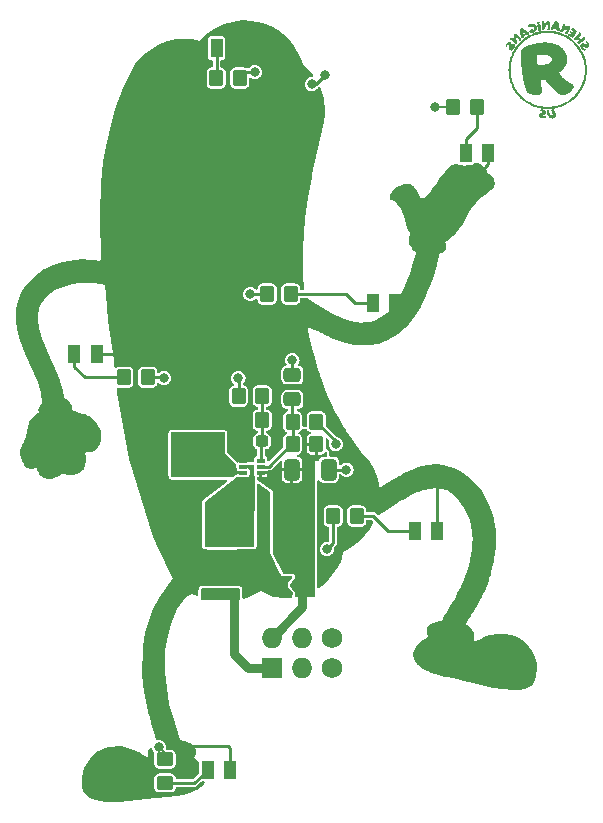
<source format=gbl>
G04 #@! TF.GenerationSoftware,KiCad,Pcbnew,8.0.3*
G04 #@! TF.CreationDate,2024-07-04T10:33:08-05:00*
G04 #@! TF.ProjectId,SAO_AMAMW,53414f5f-414d-4414-9d57-2e6b69636164,rev?*
G04 #@! TF.SameCoordinates,Original*
G04 #@! TF.FileFunction,Copper,L2,Bot*
G04 #@! TF.FilePolarity,Positive*
%FSLAX46Y46*%
G04 Gerber Fmt 4.6, Leading zero omitted, Abs format (unit mm)*
G04 Created by KiCad (PCBNEW 8.0.3) date 2024-07-04 10:33:08*
%MOMM*%
%LPD*%
G01*
G04 APERTURE LIST*
G04 Aperture macros list*
%AMRoundRect*
0 Rectangle with rounded corners*
0 $1 Rounding radius*
0 $2 $3 $4 $5 $6 $7 $8 $9 X,Y pos of 4 corners*
0 Add a 4 corners polygon primitive as box body*
4,1,4,$2,$3,$4,$5,$6,$7,$8,$9,$2,$3,0*
0 Add four circle primitives for the rounded corners*
1,1,$1+$1,$2,$3*
1,1,$1+$1,$4,$5*
1,1,$1+$1,$6,$7*
1,1,$1+$1,$8,$9*
0 Add four rect primitives between the rounded corners*
20,1,$1+$1,$2,$3,$4,$5,0*
20,1,$1+$1,$4,$5,$6,$7,0*
20,1,$1+$1,$6,$7,$8,$9,0*
20,1,$1+$1,$8,$9,$2,$3,0*%
%AMFreePoly0*
4,1,6,1.000000,0.000000,0.500000,-0.750000,-0.500000,-0.750000,-0.500000,0.750000,0.500000,0.750000,1.000000,0.000000,1.000000,0.000000,$1*%
%AMFreePoly1*
4,1,6,0.500000,-0.750000,-0.650000,-0.750000,-0.150000,0.000000,-0.650000,0.750000,0.500000,0.750000,0.500000,-0.750000,0.500000,-0.750000,$1*%
G04 Aperture macros list end*
G04 #@! TA.AperFunction,NonConductor*
%ADD10C,0.000000*%
G04 #@! TD*
G04 #@! TA.AperFunction,ComponentPad*
%ADD11O,1.727200X1.727200*%
G04 #@! TD*
G04 #@! TA.AperFunction,ComponentPad*
%ADD12R,1.727200X1.727200*%
G04 #@! TD*
G04 #@! TA.AperFunction,ComponentPad*
%ADD13C,1.727200*%
G04 #@! TD*
G04 #@! TA.AperFunction,SMDPad,CuDef*
%ADD14RoundRect,0.250000X-0.350000X-0.450000X0.350000X-0.450000X0.350000X0.450000X-0.350000X0.450000X0*%
G04 #@! TD*
G04 #@! TA.AperFunction,SMDPad,CuDef*
%ADD15R,1.000000X1.570000*%
G04 #@! TD*
G04 #@! TA.AperFunction,SMDPad,CuDef*
%ADD16RoundRect,0.250000X-0.412500X-0.650000X0.412500X-0.650000X0.412500X0.650000X-0.412500X0.650000X0*%
G04 #@! TD*
G04 #@! TA.AperFunction,SMDPad,CuDef*
%ADD17RoundRect,0.250000X0.350000X0.450000X-0.350000X0.450000X-0.350000X-0.450000X0.350000X-0.450000X0*%
G04 #@! TD*
G04 #@! TA.AperFunction,SMDPad,CuDef*
%ADD18RoundRect,0.250000X-0.475000X0.337500X-0.475000X-0.337500X0.475000X-0.337500X0.475000X0.337500X0*%
G04 #@! TD*
G04 #@! TA.AperFunction,SMDPad,CuDef*
%ADD19RoundRect,0.237500X-0.300000X-0.237500X0.300000X-0.237500X0.300000X0.237500X-0.300000X0.237500X0*%
G04 #@! TD*
G04 #@! TA.AperFunction,SMDPad,CuDef*
%ADD20FreePoly0,180.000000*%
G04 #@! TD*
G04 #@! TA.AperFunction,SMDPad,CuDef*
%ADD21FreePoly1,180.000000*%
G04 #@! TD*
G04 #@! TA.AperFunction,SMDPad,CuDef*
%ADD22RoundRect,0.250000X0.450000X-0.350000X0.450000X0.350000X-0.450000X0.350000X-0.450000X-0.350000X0*%
G04 #@! TD*
G04 #@! TA.AperFunction,SMDPad,CuDef*
%ADD23R,2.350000X3.500000*%
G04 #@! TD*
G04 #@! TA.AperFunction,SMDPad,CuDef*
%ADD24RoundRect,0.250000X0.475000X-0.337500X0.475000X0.337500X-0.475000X0.337500X-0.475000X-0.337500X0*%
G04 #@! TD*
G04 #@! TA.AperFunction,SMDPad,CuDef*
%ADD25R,0.700000X0.340000*%
G04 #@! TD*
G04 #@! TA.AperFunction,ViaPad*
%ADD26C,0.800000*%
G04 #@! TD*
G04 #@! TA.AperFunction,Conductor*
%ADD27C,0.250000*%
G04 #@! TD*
G04 #@! TA.AperFunction,Conductor*
%ADD28C,0.762000*%
G04 #@! TD*
G04 #@! TA.AperFunction,Conductor*
%ADD29C,0.175000*%
G04 #@! TD*
G04 APERTURE END LIST*
D10*
G04 #@! TA.AperFunction,NonConductor*
G36*
X161358196Y-64310569D02*
G01*
X161526622Y-64323416D01*
X161692626Y-64344571D01*
X161855998Y-64373823D01*
X162016528Y-64410963D01*
X162174005Y-64455779D01*
X162328220Y-64508063D01*
X162478962Y-64567603D01*
X162626020Y-64634190D01*
X162769185Y-64707612D01*
X162908247Y-64787661D01*
X163042995Y-64874126D01*
X163173219Y-64966797D01*
X163298709Y-65065462D01*
X163419254Y-65169913D01*
X163534645Y-65279939D01*
X163644671Y-65395330D01*
X163749122Y-65515876D01*
X163847788Y-65641366D01*
X163940458Y-65771590D01*
X164026923Y-65906337D01*
X164106972Y-66045399D01*
X164180395Y-66188564D01*
X164246982Y-66335623D01*
X164306522Y-66486364D01*
X164358805Y-66640579D01*
X164403622Y-66798056D01*
X164440761Y-66958586D01*
X164470014Y-67121958D01*
X164491168Y-67287962D01*
X164504015Y-67456388D01*
X164508344Y-67627026D01*
X164504015Y-67797663D01*
X164491168Y-67966089D01*
X164470014Y-68132093D01*
X164440761Y-68295465D01*
X164403622Y-68455995D01*
X164358805Y-68613472D01*
X164306522Y-68767687D01*
X164246982Y-68918429D01*
X164180395Y-69065487D01*
X164106972Y-69208652D01*
X164026923Y-69347714D01*
X163940458Y-69482462D01*
X163847788Y-69612686D01*
X163749122Y-69738176D01*
X163644671Y-69858721D01*
X163534645Y-69974112D01*
X163419254Y-70084138D01*
X163298709Y-70188589D01*
X163173219Y-70287255D01*
X163042995Y-70379925D01*
X162908247Y-70466390D01*
X162769185Y-70546439D01*
X162626020Y-70619862D01*
X162478962Y-70686448D01*
X162328220Y-70745989D01*
X162174005Y-70798272D01*
X162016528Y-70843089D01*
X161855998Y-70880228D01*
X161692626Y-70909481D01*
X161526622Y-70930635D01*
X161358196Y-70943482D01*
X161187559Y-70947811D01*
X161016921Y-70943482D01*
X160848495Y-70930635D01*
X160682491Y-70909480D01*
X160519119Y-70880228D01*
X160358589Y-70843089D01*
X160201112Y-70798272D01*
X160046897Y-70745988D01*
X159896156Y-70686448D01*
X159749097Y-70619862D01*
X159605932Y-70546439D01*
X159466870Y-70466390D01*
X159332122Y-70379925D01*
X159201898Y-70287254D01*
X159076408Y-70188588D01*
X158955863Y-70084137D01*
X158840472Y-69974111D01*
X158730446Y-69858720D01*
X158625994Y-69738175D01*
X158527328Y-69612685D01*
X158434658Y-69482461D01*
X158348193Y-69347713D01*
X158268144Y-69208651D01*
X158194721Y-69065486D01*
X158128134Y-68918428D01*
X158068594Y-68767686D01*
X158016311Y-68613472D01*
X157971494Y-68455994D01*
X157934354Y-68295465D01*
X157905102Y-68132093D01*
X157883947Y-67966089D01*
X157871100Y-67797663D01*
X157866771Y-67627026D01*
X158051981Y-67627026D01*
X158056069Y-67788146D01*
X158068202Y-67947176D01*
X158088180Y-68103918D01*
X158115805Y-68258174D01*
X158150879Y-68409745D01*
X158193202Y-68558433D01*
X158242577Y-68704039D01*
X158298804Y-68846366D01*
X158361685Y-68985215D01*
X158431021Y-69120387D01*
X158506614Y-69251685D01*
X158588264Y-69378909D01*
X158675774Y-69501862D01*
X158768945Y-69620346D01*
X158867578Y-69734161D01*
X158971474Y-69843109D01*
X159080435Y-69946993D01*
X159194262Y-70045614D01*
X159312757Y-70138773D01*
X159435720Y-70226273D01*
X159562954Y-70307914D01*
X159694260Y-70383499D01*
X159829438Y-70452828D01*
X159968291Y-70515705D01*
X160110620Y-70571930D01*
X160256226Y-70621305D01*
X160404910Y-70663632D01*
X160556474Y-70698713D01*
X160710720Y-70726348D01*
X160867448Y-70746340D01*
X161026460Y-70758491D01*
X161187557Y-70762602D01*
X161348701Y-70758514D01*
X161507753Y-70746384D01*
X161664516Y-70726409D01*
X161818791Y-70698788D01*
X161970380Y-70663720D01*
X162119084Y-70621403D01*
X162264705Y-70572035D01*
X162407045Y-70515816D01*
X162545906Y-70452943D01*
X162681088Y-70383615D01*
X162812394Y-70308030D01*
X162939626Y-70226388D01*
X163062584Y-70138886D01*
X163181071Y-70045723D01*
X163294889Y-69947097D01*
X163403838Y-69843207D01*
X163507721Y-69734252D01*
X163606340Y-69620430D01*
X163699495Y-69501939D01*
X163786989Y-69378978D01*
X163868623Y-69251745D01*
X163944199Y-69120439D01*
X164013519Y-68985259D01*
X164076384Y-68846402D01*
X164132596Y-68704068D01*
X164181957Y-68558454D01*
X164224268Y-68409760D01*
X164259330Y-68258184D01*
X164286947Y-68103924D01*
X164306918Y-67947178D01*
X164319046Y-67788146D01*
X164323133Y-67627026D01*
X164319046Y-67465928D01*
X164306915Y-67306916D01*
X164286940Y-67150188D01*
X164259319Y-66995943D01*
X164224251Y-66844379D01*
X164181934Y-66695695D01*
X164132566Y-66550089D01*
X164076347Y-66407760D01*
X164013474Y-66268907D01*
X163944146Y-66133729D01*
X163868561Y-66002423D01*
X163786919Y-65875189D01*
X163699417Y-65752226D01*
X163606254Y-65633731D01*
X163507628Y-65519904D01*
X163403739Y-65410943D01*
X163294783Y-65307046D01*
X163180961Y-65208414D01*
X163062470Y-65115243D01*
X162939509Y-65027733D01*
X162812276Y-64946082D01*
X162680971Y-64870490D01*
X162545790Y-64801154D01*
X162406934Y-64738273D01*
X162264599Y-64682046D01*
X162118986Y-64632671D01*
X161970291Y-64590348D01*
X161818715Y-64555274D01*
X161664455Y-64527649D01*
X161507709Y-64507670D01*
X161348677Y-64495538D01*
X161187557Y-64491449D01*
X161026460Y-64495538D01*
X160867448Y-64507670D01*
X160710720Y-64527649D01*
X160556474Y-64555274D01*
X160404910Y-64590348D01*
X160256226Y-64632671D01*
X160110620Y-64682046D01*
X159968291Y-64738273D01*
X159829438Y-64801154D01*
X159694260Y-64870490D01*
X159562954Y-64946082D01*
X159435720Y-65027733D01*
X159312757Y-65115243D01*
X159194262Y-65208414D01*
X159080435Y-65307046D01*
X158971474Y-65410943D01*
X158867578Y-65519904D01*
X158768945Y-65633731D01*
X158675774Y-65752226D01*
X158588264Y-65875189D01*
X158506614Y-66002423D01*
X158431021Y-66133729D01*
X158361685Y-66268907D01*
X158298804Y-66407760D01*
X158242577Y-66550089D01*
X158193202Y-66695695D01*
X158150879Y-66844379D01*
X158115805Y-66995943D01*
X158088180Y-67150188D01*
X158068202Y-67306916D01*
X158056069Y-67465928D01*
X158051981Y-67627026D01*
X157866771Y-67627026D01*
X157871100Y-67456388D01*
X157883947Y-67287962D01*
X157905102Y-67121958D01*
X157934354Y-66958587D01*
X157971494Y-66798057D01*
X158016311Y-66640580D01*
X158068594Y-66486365D01*
X158128134Y-66335624D01*
X158194721Y-66188565D01*
X158268144Y-66045400D01*
X158348193Y-65906338D01*
X158434658Y-65771590D01*
X158527328Y-65641366D01*
X158625994Y-65515877D01*
X158730446Y-65395331D01*
X158840472Y-65279940D01*
X158955863Y-65169914D01*
X159076408Y-65065463D01*
X159201898Y-64966797D01*
X159332122Y-64874127D01*
X159466870Y-64787662D01*
X159605932Y-64707613D01*
X159749097Y-64634190D01*
X159896156Y-64567603D01*
X160046897Y-64508063D01*
X160201112Y-64455779D01*
X160358589Y-64410963D01*
X160519119Y-64373823D01*
X160682491Y-64344571D01*
X160848495Y-64323416D01*
X161016921Y-64310569D01*
X161187559Y-64306240D01*
X161358196Y-64310569D01*
G37*
G04 #@! TD.AperFunction*
G04 #@! TA.AperFunction,NonConductor*
G36*
X157950000Y-65270000D02*
G01*
X157954307Y-65270195D01*
X157958522Y-65270499D01*
X157962648Y-65270915D01*
X157966683Y-65271442D01*
X157970629Y-65272082D01*
X157974486Y-65272835D01*
X157978254Y-65273701D01*
X157981934Y-65274683D01*
X157985525Y-65275780D01*
X157989030Y-65276994D01*
X157992447Y-65278324D01*
X157999081Y-65281051D01*
X158005688Y-65283868D01*
X158012264Y-65286765D01*
X158018806Y-65289733D01*
X158031774Y-65295848D01*
X158044569Y-65302136D01*
X158047753Y-65303909D01*
X158050956Y-65305956D01*
X158054176Y-65308278D01*
X158057414Y-65310875D01*
X158060669Y-65313747D01*
X158063941Y-65316897D01*
X158067228Y-65320324D01*
X158070532Y-65324029D01*
X158073851Y-65328014D01*
X158077185Y-65332278D01*
X158080534Y-65336823D01*
X158083897Y-65341649D01*
X158087274Y-65346757D01*
X158090665Y-65352149D01*
X158094069Y-65357824D01*
X158097486Y-65363783D01*
X158100825Y-65370211D01*
X158103998Y-65377291D01*
X158107005Y-65385023D01*
X158109847Y-65393409D01*
X158112524Y-65402448D01*
X158115038Y-65412143D01*
X158117389Y-65422494D01*
X158119578Y-65433501D01*
X158121606Y-65445166D01*
X158123473Y-65457488D01*
X158125181Y-65470469D01*
X158126729Y-65484110D01*
X158128120Y-65498412D01*
X158129353Y-65513374D01*
X158130430Y-65528999D01*
X158131351Y-65545286D01*
X158133195Y-65579616D01*
X158135188Y-65607199D01*
X158136255Y-65618461D01*
X158137378Y-65628035D01*
X158138564Y-65635923D01*
X158139818Y-65642124D01*
X158140491Y-65644716D01*
X158141219Y-65647233D01*
X158142002Y-65649674D01*
X158142840Y-65652038D01*
X158143732Y-65654324D01*
X158144678Y-65656532D01*
X158145677Y-65658662D01*
X158146730Y-65660711D01*
X158147835Y-65662680D01*
X158148993Y-65664567D01*
X158150203Y-65666372D01*
X158151464Y-65668094D01*
X158152776Y-65669733D01*
X158154139Y-65671287D01*
X158155553Y-65672756D01*
X158157016Y-65674139D01*
X158158523Y-65675438D01*
X158160066Y-65676657D01*
X158161645Y-65677796D01*
X158163258Y-65678856D01*
X158164906Y-65679836D01*
X158166587Y-65680738D01*
X158168301Y-65681562D01*
X158170046Y-65682307D01*
X158171823Y-65682975D01*
X158173630Y-65683567D01*
X158175466Y-65684081D01*
X158177331Y-65684519D01*
X158179224Y-65684881D01*
X158181144Y-65685167D01*
X158183090Y-65685378D01*
X158185062Y-65685515D01*
X158187034Y-65685586D01*
X158188981Y-65685602D01*
X158190902Y-65685562D01*
X158192797Y-65685466D01*
X158194666Y-65685314D01*
X158196508Y-65685106D01*
X158198323Y-65684843D01*
X158200110Y-65684523D01*
X158201870Y-65684148D01*
X158203601Y-65683717D01*
X158205303Y-65683230D01*
X158206977Y-65682687D01*
X158208621Y-65682089D01*
X158210235Y-65681435D01*
X158211819Y-65680724D01*
X158213373Y-65679958D01*
X158214911Y-65679124D01*
X158216449Y-65678209D01*
X158217984Y-65677213D01*
X158219517Y-65676137D01*
X158221047Y-65674981D01*
X158222574Y-65673744D01*
X158224095Y-65672426D01*
X158225611Y-65671028D01*
X158227121Y-65669549D01*
X158228623Y-65667990D01*
X158230118Y-65666350D01*
X158231605Y-65664629D01*
X158233082Y-65662828D01*
X158234550Y-65660946D01*
X158236006Y-65658984D01*
X158237451Y-65656941D01*
X158238927Y-65654770D01*
X158240378Y-65652525D01*
X158241805Y-65650204D01*
X158243206Y-65647808D01*
X158244583Y-65645336D01*
X158245935Y-65642787D01*
X158247262Y-65640162D01*
X158248564Y-65637460D01*
X158249842Y-65634680D01*
X158251094Y-65631822D01*
X158252322Y-65628886D01*
X158253525Y-65625871D01*
X158255858Y-65619604D01*
X158258091Y-65613018D01*
X158259154Y-65609499D01*
X158260161Y-65605689D01*
X158261112Y-65601587D01*
X158262006Y-65597193D01*
X158262842Y-65592509D01*
X158263621Y-65587532D01*
X158265003Y-65576705D01*
X158266149Y-65564712D01*
X158267057Y-65551553D01*
X158267723Y-65537229D01*
X158268144Y-65521738D01*
X158264970Y-65496474D01*
X158262589Y-65475402D01*
X158261001Y-65458448D01*
X158260505Y-65451492D01*
X158260208Y-65445538D01*
X158260171Y-65442893D01*
X158260257Y-65440317D01*
X158260467Y-65437809D01*
X158260799Y-65435372D01*
X158261254Y-65433004D01*
X158261831Y-65430706D01*
X158262530Y-65428478D01*
X158263350Y-65426322D01*
X158264291Y-65424237D01*
X158265352Y-65422223D01*
X158266534Y-65420282D01*
X158267835Y-65418413D01*
X158269256Y-65416617D01*
X158270795Y-65414895D01*
X158272454Y-65413246D01*
X158274231Y-65411671D01*
X158275162Y-65410901D01*
X158276119Y-65410179D01*
X158277103Y-65409506D01*
X158278112Y-65408880D01*
X158279148Y-65408302D01*
X158280210Y-65407772D01*
X158281298Y-65407289D01*
X158282413Y-65406855D01*
X158283553Y-65406468D01*
X158284719Y-65406128D01*
X158285911Y-65405837D01*
X158287128Y-65405592D01*
X158288372Y-65405396D01*
X158289641Y-65405246D01*
X158290936Y-65405144D01*
X158292256Y-65405090D01*
X158294974Y-65405122D01*
X158297793Y-65405343D01*
X158300715Y-65405753D01*
X158303737Y-65406351D01*
X158306860Y-65407136D01*
X158310083Y-65408108D01*
X158313406Y-65409267D01*
X158316829Y-65410612D01*
X158323725Y-65413464D01*
X158330521Y-65416458D01*
X158337219Y-65419588D01*
X158343817Y-65422849D01*
X158350316Y-65426234D01*
X158356715Y-65429736D01*
X158363016Y-65433351D01*
X158369217Y-65437071D01*
X158372211Y-65439040D01*
X158375044Y-65441077D01*
X158377713Y-65443184D01*
X158380217Y-65445360D01*
X158382555Y-65447605D01*
X158384727Y-65449921D01*
X158386730Y-65452307D01*
X158388564Y-65454764D01*
X158390227Y-65457293D01*
X158391719Y-65459893D01*
X158393038Y-65462566D01*
X158394183Y-65465311D01*
X158395152Y-65468129D01*
X158395946Y-65471020D01*
X158396562Y-65473985D01*
X158396999Y-65477024D01*
X158399889Y-65487716D01*
X158402406Y-65498166D01*
X158404551Y-65508380D01*
X158406325Y-65518365D01*
X158407726Y-65528127D01*
X158408755Y-65537672D01*
X158409413Y-65547006D01*
X158409698Y-65556135D01*
X158409624Y-65565450D01*
X158409205Y-65575342D01*
X158408446Y-65585817D01*
X158407349Y-65596881D01*
X158405917Y-65608540D01*
X158404153Y-65620801D01*
X158402061Y-65633669D01*
X158399643Y-65647152D01*
X158396902Y-65660794D01*
X158393842Y-65674131D01*
X158390466Y-65687159D01*
X158386777Y-65699870D01*
X158382778Y-65712259D01*
X158378472Y-65724319D01*
X158373862Y-65736045D01*
X158368951Y-65747429D01*
X158363630Y-65758802D01*
X158357976Y-65770302D01*
X158351981Y-65781933D01*
X158345636Y-65793697D01*
X158338931Y-65805598D01*
X158331857Y-65817638D01*
X158324405Y-65829821D01*
X158316564Y-65842150D01*
X158312559Y-65848295D01*
X158308480Y-65854329D01*
X158300107Y-65866062D01*
X158291455Y-65877348D01*
X158282533Y-65888188D01*
X158273350Y-65898581D01*
X158263917Y-65908527D01*
X158254241Y-65918027D01*
X158244333Y-65927080D01*
X158239223Y-65931412D01*
X158234112Y-65935576D01*
X158228999Y-65939574D01*
X158223882Y-65943406D01*
X158218761Y-65947072D01*
X158213633Y-65950572D01*
X158208499Y-65953907D01*
X158203356Y-65957078D01*
X158198205Y-65960084D01*
X158193042Y-65962926D01*
X158187868Y-65965605D01*
X158182682Y-65968120D01*
X158177481Y-65970472D01*
X158172266Y-65972662D01*
X158167034Y-65974691D01*
X158161785Y-65976557D01*
X158151465Y-65979906D01*
X158141341Y-65982812D01*
X158131409Y-65985277D01*
X158121666Y-65987306D01*
X158112110Y-65988900D01*
X158102736Y-65990063D01*
X158093542Y-65990798D01*
X158084526Y-65991108D01*
X158080102Y-65991102D01*
X158075659Y-65990985D01*
X158071199Y-65990758D01*
X158066721Y-65990422D01*
X158062226Y-65989977D01*
X158057714Y-65989425D01*
X158053186Y-65988765D01*
X158048642Y-65988000D01*
X158044083Y-65987129D01*
X158039508Y-65986153D01*
X158034919Y-65985073D01*
X158030315Y-65983890D01*
X158021066Y-65981219D01*
X158011764Y-65978144D01*
X158007051Y-65976423D01*
X158002436Y-65974634D01*
X157997918Y-65972777D01*
X157993496Y-65970851D01*
X157989168Y-65968858D01*
X157984933Y-65966796D01*
X157980791Y-65964666D01*
X157976740Y-65962467D01*
X157972779Y-65960201D01*
X157968907Y-65957866D01*
X157965122Y-65955463D01*
X157961424Y-65952992D01*
X157957811Y-65950452D01*
X157954282Y-65947845D01*
X157950836Y-65945169D01*
X157947471Y-65942425D01*
X157944238Y-65939585D01*
X157941085Y-65936621D01*
X157938013Y-65933533D01*
X157935024Y-65930323D01*
X157932116Y-65926991D01*
X157929292Y-65923536D01*
X157926550Y-65919960D01*
X157923891Y-65916263D01*
X157921316Y-65912444D01*
X157918825Y-65908506D01*
X157916419Y-65904447D01*
X157914097Y-65900268D01*
X157911861Y-65895970D01*
X157909711Y-65891553D01*
X157907646Y-65887018D01*
X157905668Y-65882364D01*
X157901835Y-65872878D01*
X157898269Y-65863273D01*
X157894963Y-65853557D01*
X157891911Y-65843736D01*
X157889107Y-65833815D01*
X157886545Y-65823801D01*
X157884219Y-65813701D01*
X157882122Y-65803520D01*
X157881176Y-65798299D01*
X157880323Y-65792854D01*
X157878893Y-65781295D01*
X157877829Y-65768843D01*
X157877128Y-65755498D01*
X157876786Y-65741260D01*
X157876802Y-65726129D01*
X157877170Y-65710105D01*
X157877889Y-65693188D01*
X157879979Y-65667382D01*
X157881920Y-65645892D01*
X157883763Y-65628669D01*
X157884663Y-65621642D01*
X157885557Y-65615664D01*
X157885867Y-65612985D01*
X157886102Y-65610306D01*
X157886259Y-65607628D01*
X157886339Y-65604952D01*
X157886340Y-65602277D01*
X157886260Y-65599604D01*
X157886099Y-65596933D01*
X157885856Y-65594265D01*
X157885529Y-65591600D01*
X157885116Y-65588938D01*
X157884618Y-65586281D01*
X157884033Y-65583628D01*
X157883359Y-65580979D01*
X157882596Y-65578335D01*
X157881742Y-65575697D01*
X157880796Y-65573065D01*
X157879779Y-65570485D01*
X157878713Y-65568004D01*
X157877597Y-65565622D01*
X157876431Y-65563338D01*
X157875215Y-65561151D01*
X157873950Y-65559061D01*
X157872636Y-65557069D01*
X157871272Y-65555173D01*
X157869858Y-65553373D01*
X157868394Y-65551669D01*
X157866881Y-65550060D01*
X157865318Y-65548546D01*
X157863705Y-65547127D01*
X157862043Y-65545802D01*
X157860331Y-65544570D01*
X157858570Y-65543432D01*
X157856722Y-65542437D01*
X157854848Y-65541536D01*
X157852948Y-65540730D01*
X157851021Y-65540021D01*
X157849066Y-65539409D01*
X157847083Y-65538897D01*
X157845069Y-65538484D01*
X157843026Y-65538173D01*
X157840952Y-65537963D01*
X157838845Y-65537858D01*
X157836707Y-65537857D01*
X157834535Y-65537962D01*
X157832329Y-65538174D01*
X157830088Y-65538494D01*
X157827811Y-65538923D01*
X157825498Y-65539463D01*
X157823173Y-65540037D01*
X157820860Y-65540666D01*
X157818561Y-65541351D01*
X157816275Y-65542092D01*
X157814003Y-65542889D01*
X157811745Y-65543742D01*
X157809502Y-65544650D01*
X157807274Y-65545615D01*
X157805062Y-65546635D01*
X157802865Y-65547710D01*
X157800685Y-65548842D01*
X157798522Y-65550030D01*
X157796375Y-65551273D01*
X157794246Y-65552572D01*
X157792135Y-65553927D01*
X157790043Y-65555338D01*
X157787937Y-65556798D01*
X157785887Y-65558302D01*
X157783892Y-65559851D01*
X157781952Y-65561443D01*
X157780066Y-65563081D01*
X157778234Y-65564765D01*
X157776455Y-65566494D01*
X157774729Y-65568269D01*
X157773057Y-65570091D01*
X157771436Y-65571959D01*
X157769868Y-65573875D01*
X157768351Y-65575839D01*
X157766885Y-65577850D01*
X157765471Y-65579910D01*
X157764106Y-65582019D01*
X157762792Y-65584177D01*
X157761576Y-65586375D01*
X157760410Y-65588605D01*
X157759294Y-65590868D01*
X157758227Y-65593164D01*
X157757210Y-65595494D01*
X157756243Y-65597860D01*
X157755325Y-65600260D01*
X157754457Y-65602698D01*
X157753639Y-65605172D01*
X157752870Y-65607685D01*
X157752151Y-65610236D01*
X157751481Y-65612827D01*
X157750861Y-65615458D01*
X157750290Y-65618130D01*
X157749769Y-65620844D01*
X157749298Y-65623600D01*
X157745990Y-65644635D01*
X157744609Y-65654260D01*
X157743475Y-65663288D01*
X157742907Y-65667605D01*
X157742205Y-65671825D01*
X157741386Y-65675953D01*
X157740465Y-65679990D01*
X157739457Y-65683941D01*
X157738378Y-65687808D01*
X157737242Y-65691594D01*
X157736066Y-65695303D01*
X157735363Y-65697111D01*
X157734541Y-65698863D01*
X157733600Y-65700559D01*
X157732540Y-65702199D01*
X157731361Y-65703784D01*
X157730063Y-65705312D01*
X157728644Y-65706785D01*
X157727104Y-65708202D01*
X157725444Y-65709563D01*
X157723662Y-65710869D01*
X157721759Y-65712118D01*
X157719733Y-65713312D01*
X157717586Y-65714450D01*
X157715315Y-65715532D01*
X157712921Y-65716559D01*
X157710403Y-65717529D01*
X157707833Y-65718469D01*
X157705183Y-65719303D01*
X157702455Y-65720034D01*
X157699650Y-65720662D01*
X157696769Y-65721187D01*
X157693813Y-65721611D01*
X157690783Y-65721935D01*
X157687681Y-65722158D01*
X157684508Y-65722283D01*
X157681265Y-65722308D01*
X157677952Y-65722237D01*
X157674572Y-65722068D01*
X157671125Y-65721803D01*
X157667613Y-65721443D01*
X157664036Y-65720988D01*
X157660396Y-65720440D01*
X157656741Y-65719686D01*
X157653216Y-65718716D01*
X157649822Y-65717530D01*
X157646559Y-65716127D01*
X157643428Y-65714510D01*
X157640430Y-65712677D01*
X157637564Y-65710629D01*
X157634830Y-65708368D01*
X157632231Y-65705892D01*
X157629764Y-65703203D01*
X157627432Y-65700300D01*
X157625235Y-65697185D01*
X157623172Y-65693857D01*
X157621245Y-65690318D01*
X157619453Y-65686566D01*
X157617798Y-65682604D01*
X157616865Y-65674159D01*
X157616246Y-65665299D01*
X157615931Y-65656030D01*
X157615911Y-65646357D01*
X157616176Y-65636287D01*
X157616718Y-65625827D01*
X157617526Y-65614983D01*
X157618591Y-65603760D01*
X157619941Y-65592438D01*
X157621604Y-65581296D01*
X157623571Y-65570339D01*
X157625833Y-65559575D01*
X157628380Y-65549009D01*
X157631203Y-65538648D01*
X157634293Y-65528498D01*
X157637640Y-65518564D01*
X157641162Y-65508803D01*
X157644780Y-65499361D01*
X157648491Y-65490236D01*
X157652291Y-65481423D01*
X157656179Y-65472921D01*
X157660150Y-65464726D01*
X157664202Y-65456834D01*
X157668331Y-65449244D01*
X157672808Y-65441764D01*
X157677707Y-65434208D01*
X157683027Y-65426570D01*
X157688769Y-65418849D01*
X157694933Y-65411041D01*
X157701519Y-65403144D01*
X157708526Y-65395153D01*
X157715955Y-65387066D01*
X157723783Y-65379004D01*
X157731790Y-65371092D01*
X157739983Y-65363328D01*
X157748368Y-65355713D01*
X157756951Y-65348247D01*
X157765739Y-65340930D01*
X157774738Y-65333762D01*
X157783954Y-65326742D01*
X157793231Y-65320033D01*
X157802405Y-65313799D01*
X157811474Y-65308041D01*
X157820434Y-65302764D01*
X157829282Y-65297971D01*
X157838016Y-65293665D01*
X157842339Y-65291696D01*
X157846632Y-65289849D01*
X157850895Y-65288126D01*
X157855127Y-65286526D01*
X157863558Y-65283500D01*
X157872176Y-65280771D01*
X157880967Y-65278340D01*
X157889920Y-65276207D01*
X157899022Y-65274371D01*
X157908260Y-65272833D01*
X157917622Y-65271593D01*
X157927095Y-65270651D01*
X157931861Y-65270307D01*
X157936533Y-65270069D01*
X157941114Y-65269938D01*
X157945603Y-65269915D01*
X157950000Y-65270000D01*
G37*
G04 #@! TD.AperFunction*
G04 #@! TA.AperFunction,NonConductor*
G36*
X163897388Y-64432231D02*
G01*
X163898865Y-64432326D01*
X163901858Y-64432686D01*
X163904905Y-64433275D01*
X163908003Y-64434091D01*
X163911152Y-64435137D01*
X163914352Y-64436411D01*
X163917574Y-64437853D01*
X163920789Y-64439399D01*
X163923996Y-64441051D01*
X163927197Y-64442806D01*
X163930390Y-64444666D01*
X163933574Y-64446629D01*
X163936750Y-64448695D01*
X163939917Y-64450864D01*
X163943075Y-64453135D01*
X163946223Y-64455508D01*
X163949361Y-64457983D01*
X163952489Y-64460559D01*
X163955606Y-64463235D01*
X163958711Y-64466013D01*
X163961805Y-64468890D01*
X163964887Y-64471867D01*
X163970939Y-64478069D01*
X163976793Y-64484376D01*
X163982449Y-64490795D01*
X163987906Y-64497332D01*
X163993164Y-64503993D01*
X163998225Y-64510784D01*
X164003087Y-64517712D01*
X164007751Y-64524782D01*
X164012178Y-64531628D01*
X164016134Y-64538077D01*
X164019619Y-64544130D01*
X164022633Y-64549785D01*
X164025175Y-64555043D01*
X164026270Y-64557524D01*
X164027247Y-64559905D01*
X164028105Y-64562187D01*
X164028847Y-64564370D01*
X164029470Y-64566453D01*
X164029976Y-64568438D01*
X164030791Y-64571963D01*
X164031453Y-64575494D01*
X164031962Y-64579029D01*
X164032320Y-64582568D01*
X164032527Y-64586111D01*
X164032585Y-64589655D01*
X164032495Y-64593201D01*
X164032258Y-64596748D01*
X164031875Y-64600295D01*
X164031348Y-64603842D01*
X164030677Y-64607386D01*
X164029864Y-64610929D01*
X164028910Y-64614468D01*
X164027816Y-64618003D01*
X164026583Y-64621534D01*
X164025213Y-64625059D01*
X164022200Y-64632029D01*
X164019116Y-64638847D01*
X164015963Y-64645509D01*
X164012745Y-64652014D01*
X164009465Y-64658357D01*
X164006126Y-64664536D01*
X164002732Y-64670547D01*
X163999284Y-64676388D01*
X163993258Y-64685962D01*
X163986688Y-64695835D01*
X163979579Y-64706004D01*
X163971934Y-64716472D01*
X163963755Y-64727237D01*
X163955046Y-64738300D01*
X163945810Y-64749660D01*
X163936050Y-64761318D01*
X163925906Y-64773150D01*
X163915516Y-64785032D01*
X163904885Y-64796963D01*
X163894015Y-64808944D01*
X163882909Y-64820974D01*
X163871570Y-64833054D01*
X163860002Y-64845183D01*
X163848207Y-64857363D01*
X163864368Y-64875263D01*
X163882239Y-64895594D01*
X163901748Y-64918307D01*
X163922821Y-64943352D01*
X164005369Y-65042305D01*
X164033907Y-65016957D01*
X164061577Y-64991324D01*
X164088379Y-64965417D01*
X164114312Y-64939250D01*
X164139377Y-64912835D01*
X164163574Y-64886185D01*
X164186903Y-64859311D01*
X164209364Y-64832226D01*
X164212626Y-64828254D01*
X164215864Y-64824574D01*
X164219079Y-64821187D01*
X164222271Y-64818092D01*
X164225441Y-64815290D01*
X164228591Y-64812781D01*
X164231720Y-64810566D01*
X164234830Y-64808645D01*
X164237922Y-64807019D01*
X164240995Y-64805687D01*
X164242525Y-64805132D01*
X164244052Y-64804651D01*
X164245574Y-64804244D01*
X164247092Y-64803911D01*
X164248606Y-64803652D01*
X164250117Y-64803467D01*
X164251623Y-64803356D01*
X164253126Y-64803319D01*
X164254626Y-64803357D01*
X164256122Y-64803468D01*
X164257616Y-64803655D01*
X164259105Y-64803915D01*
X164261995Y-64804579D01*
X164264910Y-64805379D01*
X164267849Y-64806315D01*
X164270814Y-64807388D01*
X164273803Y-64808597D01*
X164276817Y-64809943D01*
X164279855Y-64811425D01*
X164282919Y-64813043D01*
X164286007Y-64814798D01*
X164289120Y-64816690D01*
X164292258Y-64818717D01*
X164295421Y-64820881D01*
X164298608Y-64823182D01*
X164301820Y-64825619D01*
X164305057Y-64828192D01*
X164308319Y-64830902D01*
X164312773Y-64834872D01*
X164317215Y-64839046D01*
X164321657Y-64843432D01*
X164326111Y-64848034D01*
X164330590Y-64852859D01*
X164335107Y-64857914D01*
X164339673Y-64863204D01*
X164344301Y-64868736D01*
X164346540Y-64871558D01*
X164348693Y-64874368D01*
X164350762Y-64877167D01*
X164352747Y-64879957D01*
X164354650Y-64882736D01*
X164356473Y-64885508D01*
X164358215Y-64888271D01*
X164359879Y-64891028D01*
X164361465Y-64893778D01*
X164362975Y-64896523D01*
X164364410Y-64899264D01*
X164365770Y-64902000D01*
X164367058Y-64904733D01*
X164368274Y-64907464D01*
X164369419Y-64910193D01*
X164370495Y-64912922D01*
X164371332Y-64915549D01*
X164372058Y-64918169D01*
X164372675Y-64920784D01*
X164373182Y-64923395D01*
X164373580Y-64926000D01*
X164373871Y-64928601D01*
X164374055Y-64931198D01*
X164374133Y-64933792D01*
X164374105Y-64936383D01*
X164373973Y-64938971D01*
X164373736Y-64941556D01*
X164373397Y-64944140D01*
X164372956Y-64946722D01*
X164372412Y-64949302D01*
X164371769Y-64951882D01*
X164371025Y-64954462D01*
X164369822Y-64958344D01*
X164368495Y-64962252D01*
X164367045Y-64966186D01*
X164365472Y-64970147D01*
X164363777Y-64974136D01*
X164361959Y-64978154D01*
X164360020Y-64982201D01*
X164357960Y-64986278D01*
X164355779Y-64990387D01*
X164353477Y-64994527D01*
X164351055Y-64998700D01*
X164348514Y-65002906D01*
X164343073Y-65011421D01*
X164337158Y-65020079D01*
X164333772Y-65025347D01*
X164330164Y-65030732D01*
X164322287Y-65041849D01*
X164313535Y-65053426D01*
X164303919Y-65065455D01*
X164293446Y-65077931D01*
X164282128Y-65090847D01*
X164269972Y-65104197D01*
X164256988Y-65117975D01*
X164243469Y-65132052D01*
X164229695Y-65146104D01*
X164215660Y-65160131D01*
X164201360Y-65174133D01*
X164186786Y-65188110D01*
X164171933Y-65202063D01*
X164156796Y-65215990D01*
X164141367Y-65229893D01*
X164125876Y-65243746D01*
X164110357Y-65257327D01*
X164094806Y-65270635D01*
X164079222Y-65283670D01*
X164063601Y-65296432D01*
X164047939Y-65308921D01*
X164032234Y-65321137D01*
X164016483Y-65333080D01*
X164000956Y-65344591D01*
X163985925Y-65355318D01*
X163971390Y-65365269D01*
X163957350Y-65374454D01*
X163943807Y-65382883D01*
X163930759Y-65390564D01*
X163918208Y-65397508D01*
X163906152Y-65403723D01*
X163900025Y-65406935D01*
X163893746Y-65410024D01*
X163887311Y-65412988D01*
X163880719Y-65415828D01*
X163873965Y-65418544D01*
X163867047Y-65421137D01*
X163859961Y-65423605D01*
X163852705Y-65425949D01*
X163848996Y-65427062D01*
X163845312Y-65428021D01*
X163841650Y-65428827D01*
X163838009Y-65429479D01*
X163834388Y-65429980D01*
X163830786Y-65430330D01*
X163827202Y-65430529D01*
X163823634Y-65430579D01*
X163820082Y-65430480D01*
X163816544Y-65430232D01*
X163813020Y-65429838D01*
X163809507Y-65429297D01*
X163806006Y-65428610D01*
X163802514Y-65427779D01*
X163799031Y-65426803D01*
X163795555Y-65425684D01*
X163793577Y-65425076D01*
X163791511Y-65424344D01*
X163789358Y-65423485D01*
X163787117Y-65422501D01*
X163784787Y-65421389D01*
X163782369Y-65420150D01*
X163779861Y-65418781D01*
X163777265Y-65417284D01*
X163774578Y-65415656D01*
X163771800Y-65413897D01*
X163768932Y-65412006D01*
X163765974Y-65409983D01*
X163762923Y-65407826D01*
X163759781Y-65405536D01*
X163756546Y-65403110D01*
X163753219Y-65400549D01*
X163746634Y-65395291D01*
X163740176Y-65389841D01*
X163733849Y-65384205D01*
X163727655Y-65378389D01*
X163721597Y-65372400D01*
X163715679Y-65366243D01*
X163709903Y-65359926D01*
X163704273Y-65353453D01*
X163701545Y-65350175D01*
X163698916Y-65346892D01*
X163696387Y-65343602D01*
X163693958Y-65340306D01*
X163691631Y-65337003D01*
X163689404Y-65333695D01*
X163687279Y-65330381D01*
X163685256Y-65327060D01*
X163683335Y-65323733D01*
X163681517Y-65320400D01*
X163679802Y-65317061D01*
X163678190Y-65313715D01*
X163676683Y-65310364D01*
X163675279Y-65307006D01*
X163673980Y-65303642D01*
X163672786Y-65300272D01*
X163671754Y-65296936D01*
X163670940Y-65293674D01*
X163670347Y-65290487D01*
X163669975Y-65287374D01*
X163669826Y-65284336D01*
X163669902Y-65281372D01*
X163670205Y-65278482D01*
X163670736Y-65275666D01*
X163671495Y-65272925D01*
X163672486Y-65270259D01*
X163673710Y-65267666D01*
X163675168Y-65265149D01*
X163676861Y-65262705D01*
X163678791Y-65260336D01*
X163680961Y-65258041D01*
X163683370Y-65255821D01*
X163684725Y-65254692D01*
X163686111Y-65253588D01*
X163687528Y-65252508D01*
X163688976Y-65251451D01*
X163690455Y-65250418D01*
X163691965Y-65249407D01*
X163693506Y-65248420D01*
X163695078Y-65247454D01*
X163696681Y-65246510D01*
X163698315Y-65245587D01*
X163699980Y-65244685D01*
X163701676Y-65243804D01*
X163703403Y-65242943D01*
X163705161Y-65242102D01*
X163708770Y-65240477D01*
X163715819Y-65237302D01*
X163722694Y-65234127D01*
X163729419Y-65230952D01*
X163736021Y-65227778D01*
X163750620Y-65220670D01*
X163765449Y-65213039D01*
X163780513Y-65204881D01*
X163795818Y-65196193D01*
X163811372Y-65186971D01*
X163827180Y-65177213D01*
X163843248Y-65166915D01*
X163859583Y-65156075D01*
X163850740Y-65147407D01*
X163841674Y-65138265D01*
X163832385Y-65128645D01*
X163822873Y-65118543D01*
X163813137Y-65107958D01*
X163803178Y-65096885D01*
X163792996Y-65085323D01*
X163782591Y-65073267D01*
X163772235Y-65061149D01*
X163762404Y-65049202D01*
X163753099Y-65037422D01*
X163744325Y-65025807D01*
X163736084Y-65014353D01*
X163728380Y-65003057D01*
X163721215Y-64991916D01*
X163714592Y-64980927D01*
X163695344Y-64996925D01*
X163676893Y-65011776D01*
X163659242Y-65025473D01*
X163642394Y-65038011D01*
X163626352Y-65049383D01*
X163611119Y-65059583D01*
X163596698Y-65068605D01*
X163583093Y-65076443D01*
X163573866Y-65081640D01*
X163564837Y-65086323D01*
X163556006Y-65090497D01*
X163551666Y-65092395D01*
X163547374Y-65094169D01*
X163543133Y-65095818D01*
X163538941Y-65097345D01*
X163534799Y-65098748D01*
X163530706Y-65100031D01*
X163526663Y-65101192D01*
X163522669Y-65102233D01*
X163518726Y-65103155D01*
X163514831Y-65103958D01*
X163512068Y-65104643D01*
X163509336Y-65105211D01*
X163506634Y-65105662D01*
X163503962Y-65105996D01*
X163501319Y-65106214D01*
X163498705Y-65106316D01*
X163496120Y-65106302D01*
X163493564Y-65106174D01*
X163491035Y-65105930D01*
X163488534Y-65105573D01*
X163486060Y-65105101D01*
X163483613Y-65104516D01*
X163481192Y-65103818D01*
X163478798Y-65103007D01*
X163476428Y-65102083D01*
X163474085Y-65101048D01*
X163471319Y-65099813D01*
X163468576Y-65098493D01*
X163465855Y-65097088D01*
X163463154Y-65095598D01*
X163460472Y-65094025D01*
X163457806Y-65092369D01*
X163455157Y-65090630D01*
X163452521Y-65088810D01*
X163449897Y-65086910D01*
X163447285Y-65084929D01*
X163444682Y-65082870D01*
X163442086Y-65080732D01*
X163439497Y-65078517D01*
X163436912Y-65076225D01*
X163431751Y-65071413D01*
X163426603Y-65066378D01*
X163421679Y-65061392D01*
X163416979Y-65056456D01*
X163412501Y-65051570D01*
X163408247Y-65046733D01*
X163404216Y-65041945D01*
X163400408Y-65037207D01*
X163396824Y-65032518D01*
X163394362Y-65029207D01*
X163392036Y-65025920D01*
X163389847Y-65022657D01*
X163387794Y-65019418D01*
X163385878Y-65016202D01*
X163384099Y-65013008D01*
X163382455Y-65009838D01*
X163380949Y-65006689D01*
X163379578Y-65003562D01*
X163378344Y-65000456D01*
X163377247Y-64997372D01*
X163376286Y-64994307D01*
X163375461Y-64991263D01*
X163374773Y-64988239D01*
X163374221Y-64985234D01*
X163373806Y-64982248D01*
X163373669Y-64980760D01*
X163373604Y-64979272D01*
X163373613Y-64977783D01*
X163373695Y-64976295D01*
X163373849Y-64974806D01*
X163374076Y-64973318D01*
X163374376Y-64971830D01*
X163374749Y-64970341D01*
X163375195Y-64968853D01*
X163375714Y-64967364D01*
X163376305Y-64965876D01*
X163376969Y-64964388D01*
X163377707Y-64962899D01*
X163378517Y-64961411D01*
X163380355Y-64958434D01*
X163382485Y-64955458D01*
X163384907Y-64952481D01*
X163387620Y-64949505D01*
X163390624Y-64946528D01*
X163393920Y-64943552D01*
X163397508Y-64940575D01*
X163401387Y-64937598D01*
X163405557Y-64934622D01*
X163435448Y-64913674D01*
X163465394Y-64891507D01*
X163495403Y-64868119D01*
X163525479Y-64843507D01*
X163555630Y-64817666D01*
X163585862Y-64790595D01*
X163616181Y-64762289D01*
X163646593Y-64732746D01*
X163676210Y-64702619D01*
X163704148Y-64672561D01*
X163730411Y-64642565D01*
X163755006Y-64612624D01*
X163766680Y-64597673D01*
X163777939Y-64582734D01*
X163788784Y-64567805D01*
X163799217Y-64552886D01*
X163809237Y-64537977D01*
X163818845Y-64523076D01*
X163828042Y-64508184D01*
X163836830Y-64493298D01*
X163840604Y-64487088D01*
X163844403Y-64480730D01*
X163848251Y-64474173D01*
X163852174Y-64467369D01*
X163854096Y-64464045D01*
X163856093Y-64460817D01*
X163858165Y-64457681D01*
X163860310Y-64454635D01*
X163862531Y-64451677D01*
X163864826Y-64448802D01*
X163867195Y-64446007D01*
X163869638Y-64443291D01*
X163872000Y-64441170D01*
X163874424Y-64439273D01*
X163876908Y-64437600D01*
X163878172Y-64436848D01*
X163879452Y-64436151D01*
X163880746Y-64435511D01*
X163882054Y-64434927D01*
X163883378Y-64434400D01*
X163884715Y-64433929D01*
X163886067Y-64433514D01*
X163887434Y-64433155D01*
X163888814Y-64432854D01*
X163890208Y-64432608D01*
X163891617Y-64432419D01*
X163893039Y-64432287D01*
X163894475Y-64432212D01*
X163895925Y-64432193D01*
X163897388Y-64432231D01*
G37*
G04 #@! TD.AperFunction*
G04 #@! TA.AperFunction,NonConductor*
G36*
X161883672Y-63505081D02*
G01*
X161900107Y-63507872D01*
X161916268Y-63511077D01*
X161932156Y-63514691D01*
X161947771Y-63518709D01*
X161963112Y-63523123D01*
X161978181Y-63527928D01*
X161992978Y-63533117D01*
X162007501Y-63538685D01*
X162011041Y-63539452D01*
X162014567Y-63540465D01*
X162018079Y-63541722D01*
X162021578Y-63543224D01*
X162025062Y-63544972D01*
X162028532Y-63546964D01*
X162031988Y-63549201D01*
X162035431Y-63551683D01*
X162038859Y-63554410D01*
X162042274Y-63557382D01*
X162045674Y-63560599D01*
X162049061Y-63564060D01*
X162052434Y-63567767D01*
X162055793Y-63571719D01*
X162059137Y-63575916D01*
X162062468Y-63580357D01*
X162065785Y-63585044D01*
X162069088Y-63589975D01*
X162075652Y-63600573D01*
X162082160Y-63612150D01*
X162088613Y-63624708D01*
X162095010Y-63638245D01*
X162101350Y-63652762D01*
X162107635Y-63668258D01*
X162113865Y-63684734D01*
X162135432Y-63761729D01*
X162154693Y-63838528D01*
X162171647Y-63915135D01*
X162186294Y-63991552D01*
X162198634Y-64067784D01*
X162208667Y-64143832D01*
X162216394Y-64219701D01*
X162221813Y-64295393D01*
X162219961Y-64305712D01*
X162207958Y-64312440D01*
X162195664Y-64318536D01*
X162183079Y-64323999D01*
X162170202Y-64328830D01*
X162157034Y-64333028D01*
X162143574Y-64336594D01*
X162129823Y-64339527D01*
X162115781Y-64341828D01*
X162101447Y-64343496D01*
X162086821Y-64344532D01*
X162071904Y-64344935D01*
X162056696Y-64344706D01*
X162041196Y-64343844D01*
X162025405Y-64342350D01*
X162009322Y-64340223D01*
X161992948Y-64337463D01*
X161982364Y-64335610D01*
X161980974Y-64335262D01*
X161979629Y-64334717D01*
X161978332Y-64333972D01*
X161977080Y-64333030D01*
X161975874Y-64331889D01*
X161974715Y-64330550D01*
X161973601Y-64329012D01*
X161972533Y-64327275D01*
X161971511Y-64325341D01*
X161970535Y-64323207D01*
X161969604Y-64320876D01*
X161968718Y-64318346D01*
X161967878Y-64315617D01*
X161967083Y-64312690D01*
X161966333Y-64309565D01*
X161965629Y-64306241D01*
X161964969Y-64302719D01*
X161964354Y-64298998D01*
X161963259Y-64290961D01*
X161962342Y-64282131D01*
X161961602Y-64272507D01*
X161961039Y-64262089D01*
X161960652Y-64250877D01*
X161960440Y-64238872D01*
X161960403Y-64226072D01*
X161949669Y-64225142D01*
X161938104Y-64223740D01*
X161925709Y-64221866D01*
X161912485Y-64219520D01*
X161898431Y-64216701D01*
X161883547Y-64213408D01*
X161851296Y-64205402D01*
X161815732Y-64195498D01*
X161776861Y-64183694D01*
X161734684Y-64169985D01*
X161689205Y-64154369D01*
X161683940Y-64168763D01*
X161678763Y-64182177D01*
X161673673Y-64194613D01*
X161668671Y-64206071D01*
X161663757Y-64216553D01*
X161658932Y-64226058D01*
X161654197Y-64234589D01*
X161649551Y-64242145D01*
X161644995Y-64248728D01*
X161640529Y-64254337D01*
X161636154Y-64258975D01*
X161631870Y-64262642D01*
X161627677Y-64265338D01*
X161623576Y-64267064D01*
X161619568Y-64267821D01*
X161617598Y-64267837D01*
X161615652Y-64267611D01*
X161605331Y-64265759D01*
X161595022Y-64263408D01*
X161584632Y-64260226D01*
X161574161Y-64256211D01*
X161563610Y-64251363D01*
X161552978Y-64245681D01*
X161542266Y-64239164D01*
X161531473Y-64231812D01*
X161520599Y-64223623D01*
X161509645Y-64214597D01*
X161498610Y-64204733D01*
X161487494Y-64194030D01*
X161476298Y-64182488D01*
X161465021Y-64170106D01*
X161453663Y-64156882D01*
X161442225Y-64142817D01*
X161430706Y-64127909D01*
X161430113Y-64127268D01*
X161429574Y-64126585D01*
X161429089Y-64125860D01*
X161428659Y-64125094D01*
X161428282Y-64124286D01*
X161427960Y-64123436D01*
X161427691Y-64122545D01*
X161427477Y-64121612D01*
X161427316Y-64120638D01*
X161427209Y-64119622D01*
X161427156Y-64118565D01*
X161427157Y-64117467D01*
X161427211Y-64116328D01*
X161427319Y-64115147D01*
X161427481Y-64113925D01*
X161427696Y-64112662D01*
X161427964Y-64111357D01*
X161428286Y-64110012D01*
X161429091Y-64107199D01*
X161430108Y-64104222D01*
X161431338Y-64101082D01*
X161432781Y-64097779D01*
X161434435Y-64094314D01*
X161436301Y-64090687D01*
X161438379Y-64086899D01*
X161469486Y-64031340D01*
X161764877Y-64031340D01*
X161791555Y-64038583D01*
X161816429Y-64044833D01*
X161839505Y-64050091D01*
X161860788Y-64054357D01*
X161880285Y-64057631D01*
X161898003Y-64059913D01*
X161913947Y-64061203D01*
X161928123Y-64061501D01*
X161885526Y-63836342D01*
X161764877Y-64031340D01*
X161469486Y-64031340D01*
X161517394Y-63945771D01*
X161589737Y-63824205D01*
X161623406Y-63770754D01*
X161655407Y-63722191D01*
X161685740Y-63678513D01*
X161714405Y-63639720D01*
X161741402Y-63605811D01*
X161766731Y-63576783D01*
X161790391Y-63552637D01*
X161812384Y-63533371D01*
X161832708Y-63518983D01*
X161851364Y-63509473D01*
X161868352Y-63504840D01*
X161876221Y-63504351D01*
X161883672Y-63505081D01*
G37*
G04 #@! TD.AperFunction*
G04 #@! TA.AperFunction,NonConductor*
G36*
X164444843Y-65197886D02*
G01*
X164452829Y-65200577D01*
X164461103Y-65203694D01*
X164469656Y-65207238D01*
X164478478Y-65211214D01*
X164487561Y-65215623D01*
X164496895Y-65220470D01*
X164506471Y-65225757D01*
X164516279Y-65231487D01*
X164526052Y-65237515D01*
X164535528Y-65243695D01*
X164544706Y-65250030D01*
X164553586Y-65256523D01*
X164562169Y-65263178D01*
X164570454Y-65269996D01*
X164578441Y-65276983D01*
X164586130Y-65284140D01*
X164593509Y-65291369D01*
X164600565Y-65298571D01*
X164607300Y-65305742D01*
X164613712Y-65312879D01*
X164619801Y-65319978D01*
X164625569Y-65327037D01*
X164631014Y-65334053D01*
X164636137Y-65341023D01*
X164638651Y-65344548D01*
X164641136Y-65348179D01*
X164646017Y-65355757D01*
X164650787Y-65363757D01*
X164655451Y-65372178D01*
X164660016Y-65381021D01*
X164664488Y-65390286D01*
X164668873Y-65399972D01*
X164673177Y-65410080D01*
X164677234Y-65420472D01*
X164681073Y-65431010D01*
X164684702Y-65441691D01*
X164688126Y-65452512D01*
X164691352Y-65463469D01*
X164694385Y-65474560D01*
X164697232Y-65485781D01*
X164699899Y-65497130D01*
X164702018Y-65508303D01*
X164703802Y-65519197D01*
X164705239Y-65529806D01*
X164706316Y-65540124D01*
X164707021Y-65550144D01*
X164707341Y-65559860D01*
X164707265Y-65569266D01*
X164706779Y-65578356D01*
X164706022Y-65587385D01*
X164704936Y-65596414D01*
X164703514Y-65605443D01*
X164701752Y-65614472D01*
X164699643Y-65623500D01*
X164697180Y-65632529D01*
X164694358Y-65641558D01*
X164691169Y-65650587D01*
X164689502Y-65655083D01*
X164687772Y-65659444D01*
X164685980Y-65663670D01*
X164684126Y-65667761D01*
X164682210Y-65671719D01*
X164680231Y-65675545D01*
X164678191Y-65679239D01*
X164676089Y-65682801D01*
X164673925Y-65686234D01*
X164671699Y-65689537D01*
X164669411Y-65692711D01*
X164667060Y-65695757D01*
X164664648Y-65698676D01*
X164662174Y-65701469D01*
X164659638Y-65704136D01*
X164657039Y-65706678D01*
X164651767Y-65711614D01*
X164646464Y-65716497D01*
X164641124Y-65721324D01*
X164635740Y-65726092D01*
X164630307Y-65730798D01*
X164624818Y-65735439D01*
X164619266Y-65740011D01*
X164613647Y-65744513D01*
X164610695Y-65746692D01*
X164607493Y-65748767D01*
X164604041Y-65750737D01*
X164600335Y-65752603D01*
X164596375Y-65754365D01*
X164592160Y-65756024D01*
X164587687Y-65757579D01*
X164582955Y-65759032D01*
X164577963Y-65760382D01*
X164572709Y-65761631D01*
X164567191Y-65762778D01*
X164561408Y-65763823D01*
X164555358Y-65764768D01*
X164549041Y-65765613D01*
X164542453Y-65766357D01*
X164535595Y-65767002D01*
X164528386Y-65767343D01*
X164520649Y-65767274D01*
X164512382Y-65766792D01*
X164503585Y-65765899D01*
X164494256Y-65764591D01*
X164484394Y-65762868D01*
X164473998Y-65760729D01*
X164463067Y-65758172D01*
X164451599Y-65755197D01*
X164439594Y-65751802D01*
X164427050Y-65747987D01*
X164413966Y-65743749D01*
X164400340Y-65739088D01*
X164386173Y-65734002D01*
X164371462Y-65728491D01*
X164356207Y-65722553D01*
X164324155Y-65709956D01*
X164310428Y-65704782D01*
X164298230Y-65700361D01*
X164287558Y-65696696D01*
X164278407Y-65693791D01*
X164270776Y-65691649D01*
X164264661Y-65690273D01*
X164261964Y-65689771D01*
X164259327Y-65689356D01*
X164256751Y-65689027D01*
X164254235Y-65688785D01*
X164251777Y-65688630D01*
X164249378Y-65688562D01*
X164247036Y-65688580D01*
X164244751Y-65688686D01*
X164242521Y-65688878D01*
X164240347Y-65689157D01*
X164238227Y-65689523D01*
X164236160Y-65689976D01*
X164234146Y-65690516D01*
X164232184Y-65691142D01*
X164230273Y-65691855D01*
X164228412Y-65692656D01*
X164226605Y-65693527D01*
X164224853Y-65694454D01*
X164223157Y-65695438D01*
X164221517Y-65696480D01*
X164219933Y-65697578D01*
X164218404Y-65698734D01*
X164216931Y-65699949D01*
X164215514Y-65701222D01*
X164214153Y-65702553D01*
X164212847Y-65703945D01*
X164211598Y-65705395D01*
X164210404Y-65706906D01*
X164209266Y-65708478D01*
X164208184Y-65710110D01*
X164207158Y-65711803D01*
X164206188Y-65713558D01*
X164205282Y-65715341D01*
X164204450Y-65717118D01*
X164203688Y-65718890D01*
X164202997Y-65720657D01*
X164202373Y-65722419D01*
X164201816Y-65724176D01*
X164201325Y-65725930D01*
X164200896Y-65727681D01*
X164200530Y-65729428D01*
X164200224Y-65731172D01*
X164199978Y-65732914D01*
X164199788Y-65734655D01*
X164199654Y-65736393D01*
X164199575Y-65738131D01*
X164199549Y-65739868D01*
X164199573Y-65741604D01*
X164199709Y-65743356D01*
X164199920Y-65745139D01*
X164200205Y-65746951D01*
X164200565Y-65748794D01*
X164200999Y-65750666D01*
X164201507Y-65752567D01*
X164202090Y-65754497D01*
X164202747Y-65756455D01*
X164203479Y-65758440D01*
X164204285Y-65760454D01*
X164205166Y-65762494D01*
X164206121Y-65764561D01*
X164207150Y-65766655D01*
X164208254Y-65768775D01*
X164209433Y-65770920D01*
X164210685Y-65773090D01*
X164212019Y-65775326D01*
X164213438Y-65777569D01*
X164214942Y-65779819D01*
X164216531Y-65782078D01*
X164218204Y-65784346D01*
X164219960Y-65786625D01*
X164221798Y-65788914D01*
X164223717Y-65791215D01*
X164225716Y-65793528D01*
X164227796Y-65795855D01*
X164232191Y-65800550D01*
X164236896Y-65805308D01*
X164241905Y-65810133D01*
X164244721Y-65812548D01*
X164247811Y-65815032D01*
X164251178Y-65817583D01*
X164254824Y-65820203D01*
X164258751Y-65822892D01*
X164262960Y-65825648D01*
X164267454Y-65828473D01*
X164272234Y-65831366D01*
X164277302Y-65834327D01*
X164282661Y-65837356D01*
X164294257Y-65843619D01*
X164307038Y-65850155D01*
X164321018Y-65856964D01*
X164345326Y-65864715D01*
X164365467Y-65871350D01*
X164381441Y-65876944D01*
X164387866Y-65879374D01*
X164393249Y-65881571D01*
X164395671Y-65882606D01*
X164397976Y-65883728D01*
X164400164Y-65884936D01*
X164402237Y-65886230D01*
X164404195Y-65887609D01*
X164406039Y-65889073D01*
X164407770Y-65890621D01*
X164409389Y-65892253D01*
X164410896Y-65893969D01*
X164412292Y-65895769D01*
X164413578Y-65897651D01*
X164414755Y-65899616D01*
X164415823Y-65901663D01*
X164416783Y-65903792D01*
X164417637Y-65906002D01*
X164418384Y-65908293D01*
X164418704Y-65909437D01*
X164418967Y-65910587D01*
X164419175Y-65911743D01*
X164419328Y-65912905D01*
X164419426Y-65914073D01*
X164419468Y-65915247D01*
X164419456Y-65916426D01*
X164419389Y-65917611D01*
X164419267Y-65918801D01*
X164419090Y-65919997D01*
X164418860Y-65921198D01*
X164418575Y-65922404D01*
X164417843Y-65924831D01*
X164416896Y-65927277D01*
X164415735Y-65929742D01*
X164414361Y-65932225D01*
X164412776Y-65934724D01*
X164410980Y-65937241D01*
X164408975Y-65939772D01*
X164406762Y-65942319D01*
X164404342Y-65944879D01*
X164401716Y-65947453D01*
X164396232Y-65952538D01*
X164390690Y-65957477D01*
X164385079Y-65962275D01*
X164379391Y-65966932D01*
X164373616Y-65971453D01*
X164367744Y-65975841D01*
X164361768Y-65980099D01*
X164355676Y-65984230D01*
X164352653Y-65986168D01*
X164349636Y-65987915D01*
X164346625Y-65989472D01*
X164343618Y-65990840D01*
X164340616Y-65992021D01*
X164337618Y-65993015D01*
X164334623Y-65993824D01*
X164331633Y-65994449D01*
X164328645Y-65994891D01*
X164325660Y-65995152D01*
X164322678Y-65995231D01*
X164319697Y-65995131D01*
X164316718Y-65994853D01*
X164313740Y-65994398D01*
X164310763Y-65993766D01*
X164307787Y-65992960D01*
X164296860Y-65991149D01*
X164286306Y-65989091D01*
X164276124Y-65986784D01*
X164266313Y-65984229D01*
X164256875Y-65981427D01*
X164247809Y-65978376D01*
X164239115Y-65975076D01*
X164230793Y-65971529D01*
X164222348Y-65967584D01*
X164213488Y-65963091D01*
X164204218Y-65958046D01*
X164194546Y-65952446D01*
X164184476Y-65946287D01*
X164174016Y-65939568D01*
X164163171Y-65932284D01*
X164151949Y-65924433D01*
X164140737Y-65916233D01*
X164129923Y-65907900D01*
X164119505Y-65899425D01*
X164109484Y-65890797D01*
X164099860Y-65882008D01*
X164090632Y-65873049D01*
X164081802Y-65863910D01*
X164073368Y-65854582D01*
X164065244Y-65845057D01*
X164057145Y-65835139D01*
X164049071Y-65824830D01*
X164041022Y-65814133D01*
X164032998Y-65803052D01*
X164024999Y-65791590D01*
X164017024Y-65779750D01*
X164009075Y-65767534D01*
X164001310Y-65755107D01*
X163994085Y-65742626D01*
X163987393Y-65730090D01*
X163981228Y-65717495D01*
X163975584Y-65704837D01*
X163970454Y-65692115D01*
X163965833Y-65679324D01*
X163961713Y-65666462D01*
X163959856Y-65660088D01*
X163958155Y-65653763D01*
X163956609Y-65647490D01*
X163955219Y-65641269D01*
X163953986Y-65635101D01*
X163952909Y-65628985D01*
X163951991Y-65622925D01*
X163951229Y-65616919D01*
X163950627Y-65610969D01*
X163950182Y-65605076D01*
X163949897Y-65599240D01*
X163949770Y-65593462D01*
X163949804Y-65587743D01*
X163949997Y-65582084D01*
X163950351Y-65576485D01*
X163950866Y-65570948D01*
X163952108Y-65560120D01*
X163953653Y-65549665D01*
X163955508Y-65539582D01*
X163957679Y-65529871D01*
X163960173Y-65520532D01*
X163962996Y-65511565D01*
X163964532Y-65507221D01*
X163966153Y-65502970D01*
X163967859Y-65498812D01*
X163969652Y-65494747D01*
X163971447Y-65490741D01*
X163973358Y-65486760D01*
X163975386Y-65482805D01*
X163977527Y-65478876D01*
X163979782Y-65474973D01*
X163982148Y-65471097D01*
X163984626Y-65467248D01*
X163987213Y-65463427D01*
X163989909Y-65459633D01*
X163992712Y-65455868D01*
X163995621Y-65452131D01*
X163998635Y-65448424D01*
X164001754Y-65444746D01*
X164004975Y-65441097D01*
X164008297Y-65437479D01*
X164011720Y-65433891D01*
X164015208Y-65430329D01*
X164018726Y-65426883D01*
X164022274Y-65423552D01*
X164025850Y-65420336D01*
X164029454Y-65417233D01*
X164033086Y-65414242D01*
X164036743Y-65411362D01*
X164040427Y-65408591D01*
X164044135Y-65405929D01*
X164047867Y-65403374D01*
X164051622Y-65400926D01*
X164055400Y-65398583D01*
X164059200Y-65396343D01*
X164063021Y-65394206D01*
X164066862Y-65392171D01*
X164070722Y-65390236D01*
X164074679Y-65388462D01*
X164078709Y-65386814D01*
X164082813Y-65385291D01*
X164086990Y-65383894D01*
X164091240Y-65382624D01*
X164095562Y-65381482D01*
X164099957Y-65380469D01*
X164104423Y-65379586D01*
X164108960Y-65378832D01*
X164113569Y-65378210D01*
X164118248Y-65377719D01*
X164122997Y-65377361D01*
X164127816Y-65377137D01*
X164132705Y-65377046D01*
X164137662Y-65377090D01*
X164142688Y-65377270D01*
X164152983Y-65377790D01*
X164163234Y-65378559D01*
X164173449Y-65379575D01*
X164183632Y-65380840D01*
X164193791Y-65382354D01*
X164203931Y-65384115D01*
X164214059Y-65386124D01*
X164224180Y-65388382D01*
X164229367Y-65389663D01*
X164234711Y-65391123D01*
X164240212Y-65392764D01*
X164245872Y-65394584D01*
X164257671Y-65398764D01*
X164270118Y-65403663D01*
X164283223Y-65409281D01*
X164296994Y-65415618D01*
X164311442Y-65422675D01*
X164326574Y-65430451D01*
X164349704Y-65443004D01*
X164368742Y-65453671D01*
X164383761Y-65462453D01*
X164389787Y-65466136D01*
X164394836Y-65469349D01*
X164397136Y-65470794D01*
X164399473Y-65472153D01*
X164401845Y-65473428D01*
X164404253Y-65474619D01*
X164406694Y-65475729D01*
X164409169Y-65476757D01*
X164411676Y-65477705D01*
X164414216Y-65478575D01*
X164416786Y-65479368D01*
X164419387Y-65480084D01*
X164422016Y-65480725D01*
X164424675Y-65481292D01*
X164427362Y-65481786D01*
X164430075Y-65482209D01*
X164432815Y-65482561D01*
X164435581Y-65482843D01*
X164438328Y-65482998D01*
X164441012Y-65483066D01*
X164443634Y-65483048D01*
X164446193Y-65482942D01*
X164448688Y-65482750D01*
X164451119Y-65482471D01*
X164453486Y-65482105D01*
X164455788Y-65481652D01*
X164458025Y-65481113D01*
X164460197Y-65480487D01*
X164462303Y-65479774D01*
X164464342Y-65478974D01*
X164466315Y-65478087D01*
X164468221Y-65477113D01*
X164470059Y-65476053D01*
X164471830Y-65474905D01*
X164473482Y-65473677D01*
X164475065Y-65472376D01*
X164476576Y-65471000D01*
X164478014Y-65469552D01*
X164479378Y-65468030D01*
X164480666Y-65466437D01*
X164481876Y-65464771D01*
X164483008Y-65463033D01*
X164484059Y-65461224D01*
X164485027Y-65459344D01*
X164485912Y-65457393D01*
X164486712Y-65455372D01*
X164487425Y-65453281D01*
X164488050Y-65451121D01*
X164488585Y-65448892D01*
X164489029Y-65446594D01*
X164489494Y-65444254D01*
X164489897Y-65441896D01*
X164490239Y-65439522D01*
X164490521Y-65437132D01*
X164490742Y-65434729D01*
X164490903Y-65432312D01*
X164491004Y-65429884D01*
X164491046Y-65427446D01*
X164491029Y-65424998D01*
X164490953Y-65422542D01*
X164490819Y-65420079D01*
X164490628Y-65417610D01*
X164490379Y-65415137D01*
X164490073Y-65412660D01*
X164489711Y-65410180D01*
X164489292Y-65407700D01*
X164488861Y-65405185D01*
X164488362Y-65402701D01*
X164487794Y-65400249D01*
X164487159Y-65397827D01*
X164486455Y-65395437D01*
X164485683Y-65393077D01*
X164484842Y-65390749D01*
X164483934Y-65388451D01*
X164482957Y-65386185D01*
X164481913Y-65383950D01*
X164480799Y-65381745D01*
X164479618Y-65379572D01*
X164478369Y-65377429D01*
X164477051Y-65375318D01*
X164475665Y-65373237D01*
X164474210Y-65371187D01*
X164472700Y-65369166D01*
X164471146Y-65367170D01*
X164469545Y-65365201D01*
X164467898Y-65363258D01*
X164466203Y-65361344D01*
X164464458Y-65359458D01*
X164462663Y-65357602D01*
X164460817Y-65355776D01*
X164458917Y-65353981D01*
X164456964Y-65352217D01*
X164454956Y-65350486D01*
X164452892Y-65348789D01*
X164450770Y-65347126D01*
X164448590Y-65345497D01*
X164446350Y-65343904D01*
X164444050Y-65342348D01*
X164410448Y-65320387D01*
X164406750Y-65317993D01*
X164403192Y-65315571D01*
X164399764Y-65313117D01*
X164396458Y-65310630D01*
X164393263Y-65308106D01*
X164390170Y-65305541D01*
X164387170Y-65302934D01*
X164384254Y-65300280D01*
X164382958Y-65298943D01*
X164381750Y-65297514D01*
X164380631Y-65295991D01*
X164379603Y-65294376D01*
X164378666Y-65292668D01*
X164377821Y-65290866D01*
X164377071Y-65288972D01*
X164376415Y-65286984D01*
X164375856Y-65284904D01*
X164375394Y-65282730D01*
X164375030Y-65280464D01*
X164374766Y-65278105D01*
X164374603Y-65275652D01*
X164374541Y-65273107D01*
X164374583Y-65270468D01*
X164374729Y-65267737D01*
X164374940Y-65264995D01*
X164375274Y-65262230D01*
X164375733Y-65259439D01*
X164376316Y-65256624D01*
X164377023Y-65253783D01*
X164377854Y-65250918D01*
X164378809Y-65248029D01*
X164379887Y-65245114D01*
X164381090Y-65242175D01*
X164382417Y-65239210D01*
X164383868Y-65236221D01*
X164385443Y-65233207D01*
X164387143Y-65230169D01*
X164388966Y-65227105D01*
X164390913Y-65224017D01*
X164392984Y-65220903D01*
X164394068Y-65219367D01*
X164395186Y-65217884D01*
X164396338Y-65216453D01*
X164397524Y-65215075D01*
X164398745Y-65213749D01*
X164400000Y-65212476D01*
X164401289Y-65211256D01*
X164402613Y-65210089D01*
X164403971Y-65208974D01*
X164405364Y-65207912D01*
X164406791Y-65206903D01*
X164408253Y-65205947D01*
X164409750Y-65205043D01*
X164411282Y-65204192D01*
X164412848Y-65203393D01*
X164414449Y-65202648D01*
X164416085Y-65201955D01*
X164417756Y-65201314D01*
X164419462Y-65200727D01*
X164421203Y-65200192D01*
X164422979Y-65199710D01*
X164424790Y-65199280D01*
X164426636Y-65198904D01*
X164428517Y-65198580D01*
X164432386Y-65198090D01*
X164436397Y-65197811D01*
X164440549Y-65197743D01*
X164444843Y-65197886D01*
G37*
G04 #@! TD.AperFunction*
G04 #@! TA.AperFunction,NonConductor*
G36*
X160734501Y-70972470D02*
G01*
X160743399Y-70972726D01*
X160752056Y-70973209D01*
X160760725Y-70973891D01*
X160769666Y-70974941D01*
X160778881Y-70976358D01*
X160788369Y-70978137D01*
X160798130Y-70980276D01*
X160808164Y-70982771D01*
X160818470Y-70985620D01*
X160829050Y-70988819D01*
X160839653Y-70992229D01*
X160850229Y-70995909D01*
X160860773Y-70999856D01*
X160871283Y-71004066D01*
X160881756Y-71008537D01*
X160892189Y-71013265D01*
X160902578Y-71018247D01*
X160912922Y-71023480D01*
X160923004Y-71028963D01*
X160932612Y-71034509D01*
X160941743Y-71040129D01*
X160950393Y-71045836D01*
X160958559Y-71051643D01*
X160966239Y-71057561D01*
X160969895Y-71060566D01*
X160973429Y-71063603D01*
X160976839Y-71066675D01*
X160980125Y-71069782D01*
X160983375Y-71072939D01*
X160986574Y-71076157D01*
X160989723Y-71079437D01*
X160992821Y-71082780D01*
X160995869Y-71086184D01*
X160998864Y-71089650D01*
X161001807Y-71093179D01*
X161004699Y-71096769D01*
X161007537Y-71100422D01*
X161010322Y-71104136D01*
X161013054Y-71107913D01*
X161015732Y-71111751D01*
X161018356Y-71115652D01*
X161020925Y-71119614D01*
X161023439Y-71123639D01*
X161025898Y-71127726D01*
X161028307Y-71131874D01*
X161030574Y-71135986D01*
X161032699Y-71140060D01*
X161034683Y-71144097D01*
X161036526Y-71148097D01*
X161038228Y-71152059D01*
X161039789Y-71155985D01*
X161041211Y-71159873D01*
X161042493Y-71163724D01*
X161043636Y-71167538D01*
X161044641Y-71171314D01*
X161045506Y-71175054D01*
X161046234Y-71178756D01*
X161046825Y-71182420D01*
X161047278Y-71186048D01*
X161047594Y-71189638D01*
X161048284Y-71204232D01*
X161048751Y-71218677D01*
X161048970Y-71233023D01*
X161048916Y-71247318D01*
X161048742Y-71250958D01*
X161048321Y-71254734D01*
X161047653Y-71258646D01*
X161046737Y-71262692D01*
X161045576Y-71266874D01*
X161044168Y-71271191D01*
X161042514Y-71275641D01*
X161040615Y-71280225D01*
X161038471Y-71284943D01*
X161036082Y-71289793D01*
X161033449Y-71294776D01*
X161030572Y-71299891D01*
X161027452Y-71305138D01*
X161024089Y-71310516D01*
X161020484Y-71316025D01*
X161016636Y-71321665D01*
X161012335Y-71327491D01*
X161007371Y-71333459D01*
X161001744Y-71339569D01*
X160995453Y-71345820D01*
X160988498Y-71352213D01*
X160980880Y-71358746D01*
X160972599Y-71365420D01*
X160963654Y-71372233D01*
X160954045Y-71379186D01*
X160943773Y-71386279D01*
X160932837Y-71393509D01*
X160921238Y-71400879D01*
X160908975Y-71408386D01*
X160896049Y-71416031D01*
X160882459Y-71423813D01*
X160868206Y-71431732D01*
X160838146Y-71448514D01*
X160825431Y-71455811D01*
X160814263Y-71462392D01*
X160804645Y-71468266D01*
X160796581Y-71473442D01*
X160790073Y-71477930D01*
X160785125Y-71481739D01*
X160783088Y-71483482D01*
X160781145Y-71485237D01*
X160779295Y-71487005D01*
X160777540Y-71488784D01*
X160775879Y-71490577D01*
X160774313Y-71492381D01*
X160772842Y-71494198D01*
X160771467Y-71496028D01*
X160770188Y-71497869D01*
X160769006Y-71499723D01*
X160767920Y-71501590D01*
X160766932Y-71503469D01*
X160766041Y-71505360D01*
X160765249Y-71507264D01*
X160764555Y-71509180D01*
X160763960Y-71511108D01*
X160763457Y-71513087D01*
X160763040Y-71515053D01*
X160762709Y-71517006D01*
X160762462Y-71518947D01*
X160762299Y-71520876D01*
X160762219Y-71522792D01*
X160762221Y-71524695D01*
X160762304Y-71526587D01*
X160762468Y-71528466D01*
X160762713Y-71530332D01*
X160763036Y-71532186D01*
X160763437Y-71534028D01*
X160763916Y-71535858D01*
X160764472Y-71537675D01*
X160765104Y-71539479D01*
X160765812Y-71541271D01*
X160766624Y-71543082D01*
X160767473Y-71544843D01*
X160768360Y-71546554D01*
X160769284Y-71548216D01*
X160770245Y-71549828D01*
X160771244Y-71551391D01*
X160772280Y-71552904D01*
X160773353Y-71554367D01*
X160774463Y-71555781D01*
X160775610Y-71557145D01*
X160776795Y-71558460D01*
X160778016Y-71559725D01*
X160779275Y-71560941D01*
X160780572Y-71562106D01*
X160781905Y-71563223D01*
X160783275Y-71564289D01*
X160784655Y-71565312D01*
X160786115Y-71566298D01*
X160787654Y-71567245D01*
X160789274Y-71568155D01*
X160790972Y-71569025D01*
X160792749Y-71569856D01*
X160794604Y-71570648D01*
X160796537Y-71571400D01*
X160798548Y-71572111D01*
X160800636Y-71572782D01*
X160802801Y-71573412D01*
X160805042Y-71574000D01*
X160807359Y-71574546D01*
X160809751Y-71575050D01*
X160812219Y-71575511D01*
X160814762Y-71575930D01*
X160817323Y-71576299D01*
X160819946Y-71576612D01*
X160822631Y-71576870D01*
X160825378Y-71577071D01*
X160831059Y-71577307D01*
X160836987Y-71577320D01*
X160843163Y-71577109D01*
X160849587Y-71576675D01*
X160856259Y-71576017D01*
X160863180Y-71575136D01*
X160866817Y-71574550D01*
X160870684Y-71573784D01*
X160874783Y-71572837D01*
X160879113Y-71571709D01*
X160883675Y-71570400D01*
X160888471Y-71568909D01*
X160893501Y-71567236D01*
X160898766Y-71565380D01*
X160910003Y-71561120D01*
X160922189Y-71556124D01*
X160935330Y-71550391D01*
X160949432Y-71543917D01*
X160970760Y-71530192D01*
X160988690Y-71518848D01*
X161003197Y-71509984D01*
X161009159Y-71506514D01*
X161014257Y-71503700D01*
X161016632Y-71502528D01*
X161018995Y-71501493D01*
X161021346Y-71500594D01*
X161023686Y-71499831D01*
X161026016Y-71499204D01*
X161028335Y-71498715D01*
X161030643Y-71498361D01*
X161032942Y-71498144D01*
X161035232Y-71498063D01*
X161037513Y-71498119D01*
X161039785Y-71498311D01*
X161042050Y-71498640D01*
X161044306Y-71499105D01*
X161046555Y-71499706D01*
X161048797Y-71500444D01*
X161051033Y-71501318D01*
X161052109Y-71501834D01*
X161053157Y-71502391D01*
X161054174Y-71502989D01*
X161055162Y-71503627D01*
X161056121Y-71504307D01*
X161057050Y-71505029D01*
X161057949Y-71505792D01*
X161058818Y-71506597D01*
X161059657Y-71507445D01*
X161060466Y-71508335D01*
X161061246Y-71509267D01*
X161061995Y-71510243D01*
X161062715Y-71511262D01*
X161063404Y-71512324D01*
X161064063Y-71513430D01*
X161064692Y-71514580D01*
X161065291Y-71515774D01*
X161065860Y-71517013D01*
X161066398Y-71518296D01*
X161066906Y-71519624D01*
X161067383Y-71520998D01*
X161067830Y-71522416D01*
X161068246Y-71523881D01*
X161068632Y-71525391D01*
X161068987Y-71526947D01*
X161069312Y-71528550D01*
X161069605Y-71530199D01*
X161069868Y-71531895D01*
X161070302Y-71535429D01*
X161070612Y-71539152D01*
X161071033Y-71546582D01*
X161071306Y-71553990D01*
X161071430Y-71561379D01*
X161071405Y-71568753D01*
X161071232Y-71576115D01*
X161070909Y-71583467D01*
X161070438Y-71590812D01*
X161069818Y-71598154D01*
X161069353Y-71601670D01*
X161068751Y-71605074D01*
X161068013Y-71608364D01*
X161067139Y-71611541D01*
X161066128Y-71614603D01*
X161064981Y-71617549D01*
X161063698Y-71620379D01*
X161062278Y-71623092D01*
X161060721Y-71625687D01*
X161059029Y-71628164D01*
X161057199Y-71630521D01*
X161055234Y-71632758D01*
X161053132Y-71634874D01*
X161050893Y-71636869D01*
X161048518Y-71638741D01*
X161046007Y-71640490D01*
X161037686Y-71647720D01*
X161029392Y-71654529D01*
X161021129Y-71660916D01*
X161012901Y-71666882D01*
X161004710Y-71672426D01*
X160996559Y-71677548D01*
X160988451Y-71682249D01*
X160980390Y-71686527D01*
X160972018Y-71690483D01*
X160962969Y-71694411D01*
X160953238Y-71698308D01*
X160942819Y-71702171D01*
X160931706Y-71705997D01*
X160919891Y-71709782D01*
X160907370Y-71713523D01*
X160894136Y-71717218D01*
X160880705Y-71720767D01*
X160867401Y-71723875D01*
X160854228Y-71726548D01*
X160841187Y-71728794D01*
X160828283Y-71730618D01*
X160815519Y-71732026D01*
X160802897Y-71733025D01*
X160790420Y-71733622D01*
X160777882Y-71733871D01*
X160765071Y-71733833D01*
X160751986Y-71733515D01*
X160738629Y-71732927D01*
X160724999Y-71732079D01*
X160711096Y-71730979D01*
X160696920Y-71729638D01*
X160682472Y-71728064D01*
X160668022Y-71726067D01*
X160653843Y-71723649D01*
X160639930Y-71720809D01*
X160626281Y-71717547D01*
X160612892Y-71713864D01*
X160599761Y-71709758D01*
X160586884Y-71705232D01*
X160574258Y-71700283D01*
X160568132Y-71697613D01*
X160562153Y-71694863D01*
X160556323Y-71692032D01*
X160550640Y-71689120D01*
X160545105Y-71686128D01*
X160539716Y-71683055D01*
X160534474Y-71679902D01*
X160529378Y-71676668D01*
X160524428Y-71673354D01*
X160519623Y-71669959D01*
X160514963Y-71666483D01*
X160510448Y-71662927D01*
X160506077Y-71659290D01*
X160501849Y-71655572D01*
X160497765Y-71651774D01*
X160493824Y-71647896D01*
X160489966Y-71643977D01*
X160486233Y-71640057D01*
X160482622Y-71636138D01*
X160479135Y-71632219D01*
X160475770Y-71628300D01*
X160472527Y-71624381D01*
X160469406Y-71620462D01*
X160466406Y-71616543D01*
X160463527Y-71612624D01*
X160460769Y-71608705D01*
X160458130Y-71604786D01*
X160455612Y-71600867D01*
X160453213Y-71596947D01*
X160450932Y-71593028D01*
X160448771Y-71589109D01*
X160446727Y-71585190D01*
X160444789Y-71581190D01*
X160442943Y-71577128D01*
X160441189Y-71573002D01*
X160439525Y-71568814D01*
X160437952Y-71564562D01*
X160436467Y-71560247D01*
X160435071Y-71555867D01*
X160433762Y-71551422D01*
X160432541Y-71546912D01*
X160431405Y-71542337D01*
X160430355Y-71537695D01*
X160429389Y-71532988D01*
X160428507Y-71528214D01*
X160427708Y-71523372D01*
X160426355Y-71513487D01*
X160425462Y-71503664D01*
X160424969Y-71494040D01*
X160424880Y-71484614D01*
X160424987Y-71479975D01*
X160425197Y-71475386D01*
X160425509Y-71470847D01*
X160425923Y-71466357D01*
X160426441Y-71461917D01*
X160427062Y-71457527D01*
X160427786Y-71453186D01*
X160428615Y-71448894D01*
X160429549Y-71444653D01*
X160430587Y-71440460D01*
X160431704Y-71436259D01*
X160432969Y-71432088D01*
X160434383Y-71427946D01*
X160435945Y-71423833D01*
X160437657Y-71419748D01*
X160439517Y-71415690D01*
X160441527Y-71411658D01*
X160443685Y-71407652D01*
X160445992Y-71403671D01*
X160448447Y-71399714D01*
X160451052Y-71395780D01*
X160453805Y-71391869D01*
X160456707Y-71387979D01*
X160459758Y-71384110D01*
X160462958Y-71380262D01*
X160466306Y-71376432D01*
X160473240Y-71368967D01*
X160480350Y-71361649D01*
X160487640Y-71354481D01*
X160495113Y-71347461D01*
X160502772Y-71340590D01*
X160510620Y-71333867D01*
X160518660Y-71327294D01*
X160526895Y-71320870D01*
X160531137Y-71317735D01*
X160535627Y-71314582D01*
X160540364Y-71311412D01*
X160545350Y-71308224D01*
X160550584Y-71305019D01*
X160556066Y-71301797D01*
X160567774Y-71295305D01*
X160580474Y-71288751D01*
X160594166Y-71282138D01*
X160608850Y-71275469D01*
X160624527Y-71268747D01*
X160648734Y-71259175D01*
X160668974Y-71251486D01*
X160685245Y-71245682D01*
X160691892Y-71243486D01*
X160697548Y-71241762D01*
X160700109Y-71240882D01*
X160702632Y-71239927D01*
X160705118Y-71238898D01*
X160707565Y-71237794D01*
X160709974Y-71236616D01*
X160712343Y-71235363D01*
X160714673Y-71234036D01*
X160716962Y-71232635D01*
X160719212Y-71231159D01*
X160721421Y-71229609D01*
X160723588Y-71227984D01*
X160725715Y-71226285D01*
X160727799Y-71224512D01*
X160729841Y-71222664D01*
X160731840Y-71220741D01*
X160733797Y-71218744D01*
X160735676Y-71216754D01*
X160737444Y-71214751D01*
X160739100Y-71212735D01*
X160740647Y-71210707D01*
X160742083Y-71208667D01*
X160743410Y-71206615D01*
X160744628Y-71204550D01*
X160745736Y-71202472D01*
X160746736Y-71200383D01*
X160747628Y-71198280D01*
X160748412Y-71196166D01*
X160749089Y-71194039D01*
X160749659Y-71191900D01*
X160750122Y-71189748D01*
X160750479Y-71187584D01*
X160750730Y-71185408D01*
X160750826Y-71183374D01*
X160750817Y-71181341D01*
X160750702Y-71179312D01*
X160750482Y-71177288D01*
X160750156Y-71175270D01*
X160749725Y-71173259D01*
X160749189Y-71171258D01*
X160748547Y-71169267D01*
X160747800Y-71167290D01*
X160746947Y-71165326D01*
X160745989Y-71163377D01*
X160744926Y-71161446D01*
X160743757Y-71159533D01*
X160742483Y-71157640D01*
X160741103Y-71155769D01*
X160739618Y-71153921D01*
X160738061Y-71152104D01*
X160736467Y-71150324D01*
X160734834Y-71148580D01*
X160733161Y-71146872D01*
X160731447Y-71145200D01*
X160729693Y-71143563D01*
X160727897Y-71141961D01*
X160726058Y-71140394D01*
X160724176Y-71138860D01*
X160722250Y-71137361D01*
X160720278Y-71135895D01*
X160718261Y-71134461D01*
X160716198Y-71133060D01*
X160714087Y-71131692D01*
X160711928Y-71130355D01*
X160709720Y-71129049D01*
X160707482Y-71127794D01*
X160705230Y-71126607D01*
X160702966Y-71125487D01*
X160700688Y-71124436D01*
X160698395Y-71123454D01*
X160696089Y-71122539D01*
X160693768Y-71121693D01*
X160691431Y-71120914D01*
X160689080Y-71120204D01*
X160686712Y-71119562D01*
X160684328Y-71118989D01*
X160681928Y-71118483D01*
X160679510Y-71118046D01*
X160677075Y-71117677D01*
X160674622Y-71117376D01*
X160672151Y-71117144D01*
X160669618Y-71116980D01*
X160667078Y-71116883D01*
X160664531Y-71116854D01*
X160661977Y-71116892D01*
X160659415Y-71116997D01*
X160656845Y-71117168D01*
X160654266Y-71117404D01*
X160651679Y-71117706D01*
X160649082Y-71118074D01*
X160646475Y-71118506D01*
X160643859Y-71119002D01*
X160641232Y-71119562D01*
X160638594Y-71120186D01*
X160635945Y-71120873D01*
X160633284Y-71121622D01*
X160630611Y-71122435D01*
X160610338Y-71128818D01*
X160592249Y-71134605D01*
X160588094Y-71135845D01*
X160583971Y-71136982D01*
X160579886Y-71138014D01*
X160575843Y-71138938D01*
X160571851Y-71139750D01*
X160567914Y-71140447D01*
X160564039Y-71141027D01*
X160560232Y-71141485D01*
X160558297Y-71141668D01*
X160556362Y-71141720D01*
X160554426Y-71141641D01*
X160552489Y-71141431D01*
X160550550Y-71141089D01*
X160548609Y-71140615D01*
X160546666Y-71140008D01*
X160544721Y-71139269D01*
X160542772Y-71138396D01*
X160540820Y-71137389D01*
X160538864Y-71136248D01*
X160536904Y-71134973D01*
X160534939Y-71133563D01*
X160532969Y-71132018D01*
X160530993Y-71130336D01*
X160529012Y-71128519D01*
X160527056Y-71126581D01*
X160525156Y-71124537D01*
X160523313Y-71122385D01*
X160521526Y-71120126D01*
X160519797Y-71117759D01*
X160518125Y-71115282D01*
X160516512Y-71112695D01*
X160514957Y-71109998D01*
X160513461Y-71107188D01*
X160512024Y-71104267D01*
X160510647Y-71101232D01*
X160509330Y-71098083D01*
X160508074Y-71094820D01*
X160506878Y-71091441D01*
X160505743Y-71087946D01*
X160504671Y-71084333D01*
X160503753Y-71080768D01*
X160503083Y-71077216D01*
X160502663Y-71073679D01*
X160502491Y-71070158D01*
X160502569Y-71066654D01*
X160502898Y-71063168D01*
X160503476Y-71059701D01*
X160504306Y-71056255D01*
X160505386Y-71052830D01*
X160506719Y-71049429D01*
X160508303Y-71046051D01*
X160510139Y-71042699D01*
X160512228Y-71039373D01*
X160514570Y-71036074D01*
X160517166Y-71032804D01*
X160520015Y-71029564D01*
X160523550Y-71027295D01*
X160527209Y-71025050D01*
X160534898Y-71020631D01*
X160543084Y-71016306D01*
X160551766Y-71012070D01*
X160560944Y-71007921D01*
X160570618Y-71003855D01*
X160580788Y-70999870D01*
X160591453Y-70995962D01*
X160602243Y-70992266D01*
X160612983Y-70988914D01*
X160623674Y-70985902D01*
X160634315Y-70983229D01*
X160644907Y-70980891D01*
X160655449Y-70978885D01*
X160665941Y-70977207D01*
X160676384Y-70975855D01*
X160686602Y-70974689D01*
X160696615Y-70973768D01*
X160706418Y-70973088D01*
X160716004Y-70972648D01*
X160725367Y-70972442D01*
X160734501Y-70972470D01*
G37*
G04 #@! TD.AperFunction*
G04 #@! TA.AperFunction,NonConductor*
G36*
X161652456Y-70956828D02*
G01*
X161656877Y-70957196D01*
X161661162Y-70957931D01*
X161665310Y-70959031D01*
X161669322Y-70960497D01*
X161673198Y-70962327D01*
X161676937Y-70964521D01*
X161680540Y-70967077D01*
X161684006Y-70969996D01*
X161687335Y-70973275D01*
X161690529Y-70976915D01*
X161709632Y-71004814D01*
X161727651Y-71032849D01*
X161744587Y-71061018D01*
X161760441Y-71089321D01*
X161775215Y-71117758D01*
X161788909Y-71146328D01*
X161801525Y-71175029D01*
X161813064Y-71203861D01*
X161823528Y-71232824D01*
X161832916Y-71261916D01*
X161841231Y-71291136D01*
X161848473Y-71320485D01*
X161854645Y-71349960D01*
X161859746Y-71379562D01*
X161863778Y-71409290D01*
X161866743Y-71439142D01*
X161865096Y-71474452D01*
X161861545Y-71507652D01*
X161856090Y-71538743D01*
X161848730Y-71567722D01*
X161844335Y-71581420D01*
X161839464Y-71594590D01*
X161834117Y-71607232D01*
X161828293Y-71619346D01*
X161821993Y-71630932D01*
X161815216Y-71641989D01*
X161807962Y-71652518D01*
X161800232Y-71662518D01*
X161792025Y-71671989D01*
X161783342Y-71680932D01*
X161774181Y-71689346D01*
X161764544Y-71697231D01*
X161754430Y-71704587D01*
X161743839Y-71711414D01*
X161732771Y-71717711D01*
X161721225Y-71723479D01*
X161709203Y-71728718D01*
X161696704Y-71733427D01*
X161683727Y-71737607D01*
X161670273Y-71741257D01*
X161656342Y-71744377D01*
X161641934Y-71746967D01*
X161611684Y-71750557D01*
X161601074Y-71751211D01*
X161590279Y-71751389D01*
X161579299Y-71751089D01*
X161568136Y-71750313D01*
X161556789Y-71749062D01*
X161545261Y-71747334D01*
X161533551Y-71745132D01*
X161521660Y-71742455D01*
X161509589Y-71739303D01*
X161497340Y-71735677D01*
X161484912Y-71731578D01*
X161472307Y-71727006D01*
X161459525Y-71721960D01*
X161446567Y-71716442D01*
X161433433Y-71710453D01*
X161420126Y-71703991D01*
X161389371Y-71683316D01*
X161360210Y-71661179D01*
X161332643Y-71637580D01*
X161306670Y-71612519D01*
X161282290Y-71585998D01*
X161259504Y-71558018D01*
X161238311Y-71528579D01*
X161218712Y-71497681D01*
X161200707Y-71465327D01*
X161184296Y-71431516D01*
X161169478Y-71396249D01*
X161156254Y-71359528D01*
X161144624Y-71321352D01*
X161134587Y-71281722D01*
X161126144Y-71240641D01*
X161119295Y-71198107D01*
X161103420Y-71061318D01*
X161103485Y-71054388D01*
X161103979Y-71047885D01*
X161104387Y-71044795D01*
X161104903Y-71041810D01*
X161105526Y-71038933D01*
X161106256Y-71036162D01*
X161107095Y-71033497D01*
X161108041Y-71030940D01*
X161109095Y-71028488D01*
X161110257Y-71026143D01*
X161111527Y-71023905D01*
X161112906Y-71021773D01*
X161114393Y-71019747D01*
X161115988Y-71017827D01*
X161117692Y-71016014D01*
X161119504Y-71014306D01*
X161121425Y-71012705D01*
X161123455Y-71011210D01*
X161125594Y-71009821D01*
X161127842Y-71008538D01*
X161130199Y-71007360D01*
X161132665Y-71006289D01*
X161135240Y-71005323D01*
X161137925Y-71004463D01*
X161140719Y-71003709D01*
X161143623Y-71003061D01*
X161146636Y-71002518D01*
X161149759Y-71002080D01*
X161156336Y-71001522D01*
X161171491Y-70999826D01*
X161185704Y-70998706D01*
X161198974Y-70998160D01*
X161211299Y-70998190D01*
X161222681Y-70998793D01*
X161233118Y-70999968D01*
X161242610Y-71001716D01*
X161251156Y-71004035D01*
X161258757Y-71006925D01*
X161265412Y-71010384D01*
X161271121Y-71014412D01*
X161273620Y-71016639D01*
X161275882Y-71019009D01*
X161277908Y-71021520D01*
X161279697Y-71024172D01*
X161281249Y-71026967D01*
X161282564Y-71029903D01*
X161283642Y-71032980D01*
X161284483Y-71036199D01*
X161285087Y-71039559D01*
X161285453Y-71043060D01*
X161293737Y-71108163D01*
X161303506Y-71167944D01*
X161308947Y-71195844D01*
X161314757Y-71222418D01*
X161320938Y-71247668D01*
X161327488Y-71271595D01*
X161334406Y-71294202D01*
X161341694Y-71315489D01*
X161349349Y-71335459D01*
X161357373Y-71354112D01*
X161365763Y-71371451D01*
X161374521Y-71387476D01*
X161383646Y-71402190D01*
X161393137Y-71415594D01*
X161402795Y-71427869D01*
X161412323Y-71439295D01*
X161421720Y-71449871D01*
X161430985Y-71459597D01*
X161440119Y-71468474D01*
X161449120Y-71476501D01*
X161457989Y-71483679D01*
X161466725Y-71490007D01*
X161475327Y-71495486D01*
X161483796Y-71500115D01*
X161492131Y-71503895D01*
X161500331Y-71506825D01*
X161508397Y-71508906D01*
X161512379Y-71509627D01*
X161516327Y-71510137D01*
X161520241Y-71510434D01*
X161524121Y-71510518D01*
X161527968Y-71510390D01*
X161531780Y-71510050D01*
X161536902Y-71509559D01*
X161541850Y-71508878D01*
X161546625Y-71508008D01*
X161551226Y-71506949D01*
X161555653Y-71505701D01*
X161559906Y-71504263D01*
X161563985Y-71502636D01*
X161567891Y-71500819D01*
X161571622Y-71498813D01*
X161575179Y-71496617D01*
X161578563Y-71494231D01*
X161581771Y-71491656D01*
X161584806Y-71488892D01*
X161587667Y-71485937D01*
X161590353Y-71482792D01*
X161592865Y-71479458D01*
X161595202Y-71475934D01*
X161597365Y-71472220D01*
X161599354Y-71468316D01*
X161601168Y-71464221D01*
X161602807Y-71459937D01*
X161604272Y-71455462D01*
X161605562Y-71450798D01*
X161606677Y-71445943D01*
X161607618Y-71440897D01*
X161608383Y-71435662D01*
X161608974Y-71430236D01*
X161609390Y-71424619D01*
X161609630Y-71418812D01*
X161609696Y-71412815D01*
X161609587Y-71406626D01*
X161609302Y-71400248D01*
X161609073Y-71388320D01*
X161607788Y-71375257D01*
X161605449Y-71361060D01*
X161602055Y-71345727D01*
X161597605Y-71329260D01*
X161592099Y-71311658D01*
X161585536Y-71292921D01*
X161577916Y-71273050D01*
X161569239Y-71252043D01*
X161559505Y-71229902D01*
X161548712Y-71206626D01*
X161536861Y-71182215D01*
X161523951Y-71156669D01*
X161509982Y-71129989D01*
X161494953Y-71102173D01*
X161478864Y-71073223D01*
X161477407Y-71068572D01*
X161476310Y-71064046D01*
X161475575Y-71059643D01*
X161475201Y-71055364D01*
X161475150Y-71053271D01*
X161475190Y-71051209D01*
X161475321Y-71049178D01*
X161475543Y-71047179D01*
X161475856Y-71045210D01*
X161476260Y-71043272D01*
X161476756Y-71041365D01*
X161477343Y-71039489D01*
X161478021Y-71037644D01*
X161478791Y-71035830D01*
X161479652Y-71034048D01*
X161480605Y-71032296D01*
X161481650Y-71030575D01*
X161482787Y-71028885D01*
X161484017Y-71027226D01*
X161485338Y-71025599D01*
X161488257Y-71022436D01*
X161491546Y-71019398D01*
X161495206Y-71016483D01*
X161499237Y-71013693D01*
X161512979Y-71005855D01*
X161527217Y-70998416D01*
X161541951Y-70991381D01*
X161557181Y-70984752D01*
X161572908Y-70978533D01*
X161589130Y-70972726D01*
X161605849Y-70967335D01*
X161623064Y-70962362D01*
X161628303Y-70960514D01*
X161633407Y-70959038D01*
X161638374Y-70957932D01*
X161643204Y-70957195D01*
X161647898Y-70956827D01*
X161652456Y-70956828D01*
G37*
G04 #@! TD.AperFunction*
G04 #@! TA.AperFunction,NonConductor*
G36*
X161142866Y-65306073D02*
G01*
X161232815Y-65309927D01*
X161317996Y-65315924D01*
X161398413Y-65324067D01*
X161474075Y-65334358D01*
X161544986Y-65346801D01*
X161611154Y-65361399D01*
X161674010Y-65377756D01*
X161734987Y-65395472D01*
X161794091Y-65414540D01*
X161851329Y-65434953D01*
X161906707Y-65456706D01*
X161960230Y-65479793D01*
X162011906Y-65504206D01*
X162061741Y-65529940D01*
X162109798Y-65556803D01*
X162156340Y-65584414D01*
X162201363Y-65612776D01*
X162244864Y-65641891D01*
X162286839Y-65671763D01*
X162327286Y-65702394D01*
X162366201Y-65733788D01*
X162403581Y-65765947D01*
X162421763Y-65782477D01*
X162439697Y-65799522D01*
X162457383Y-65817083D01*
X162474820Y-65835161D01*
X162492010Y-65853757D01*
X162508952Y-65872871D01*
X162525645Y-65892505D01*
X162542091Y-65912659D01*
X162558288Y-65933333D01*
X162574237Y-65954530D01*
X162589939Y-65976249D01*
X162605392Y-65998491D01*
X162620597Y-66021257D01*
X162635554Y-66044548D01*
X162650263Y-66068364D01*
X162664724Y-66092707D01*
X162678835Y-66117481D01*
X162692395Y-66142491D01*
X162705403Y-66167738D01*
X162717861Y-66193224D01*
X162729768Y-66218948D01*
X162741125Y-66244912D01*
X162751932Y-66271116D01*
X162762191Y-66297561D01*
X162771900Y-66324248D01*
X162781061Y-66351177D01*
X162789674Y-66378350D01*
X162797739Y-66405767D01*
X162805257Y-66433429D01*
X162812228Y-66461337D01*
X162818653Y-66489491D01*
X162824531Y-66517893D01*
X162829774Y-66546362D01*
X162834292Y-66574720D01*
X162838086Y-66602964D01*
X162841155Y-66631094D01*
X162843500Y-66659109D01*
X162845121Y-66687009D01*
X162846019Y-66714792D01*
X162846194Y-66742458D01*
X162845647Y-66770007D01*
X162844378Y-66797437D01*
X162842387Y-66824748D01*
X162839675Y-66851938D01*
X162836242Y-66879007D01*
X162832088Y-66905955D01*
X162827214Y-66932780D01*
X162821621Y-66959482D01*
X162815407Y-66986070D01*
X162808675Y-67012355D01*
X162801424Y-67038339D01*
X162793658Y-67064022D01*
X162785376Y-67089406D01*
X162776582Y-67114492D01*
X162767276Y-67139281D01*
X162757460Y-67163774D01*
X162747135Y-67187973D01*
X162736304Y-67211878D01*
X162724967Y-67235491D01*
X162713126Y-67258814D01*
X162700783Y-67281846D01*
X162687939Y-67304589D01*
X162674596Y-67327045D01*
X162660755Y-67349215D01*
X162645437Y-67371809D01*
X162627961Y-67395538D01*
X162608324Y-67420406D01*
X162586526Y-67446411D01*
X162562565Y-67473556D01*
X162536441Y-67501841D01*
X162508151Y-67531269D01*
X162477695Y-67561839D01*
X162445072Y-67593554D01*
X162410281Y-67626413D01*
X162373320Y-67660420D01*
X162334188Y-67695574D01*
X162249407Y-67769329D01*
X162155929Y-67847689D01*
X162171136Y-67873461D01*
X162188382Y-67901565D01*
X162207675Y-67932000D01*
X162229021Y-67964767D01*
X162252425Y-67999866D01*
X162277895Y-68037296D01*
X162305436Y-68077058D01*
X162335054Y-68119152D01*
X162366336Y-68161817D01*
X162398678Y-68203103D01*
X162432099Y-68243018D01*
X162466617Y-68281573D01*
X162484294Y-68300342D01*
X162502253Y-68318775D01*
X162520494Y-68336873D01*
X162539022Y-68354635D01*
X162557839Y-68372065D01*
X162576946Y-68389162D01*
X162596346Y-68405929D01*
X162616041Y-68422365D01*
X162655988Y-68454326D01*
X162696846Y-68485316D01*
X162738610Y-68515332D01*
X162781273Y-68544371D01*
X162824829Y-68572431D01*
X162869272Y-68599508D01*
X162914595Y-68625599D01*
X162960792Y-68650702D01*
X163006793Y-68675543D01*
X163051532Y-68700856D01*
X163095012Y-68726641D01*
X163137237Y-68752896D01*
X163178208Y-68779623D01*
X163217931Y-68806822D01*
X163256407Y-68834492D01*
X163293640Y-68862633D01*
X163304323Y-68872198D01*
X163314395Y-68881844D01*
X163323856Y-68891571D01*
X163332707Y-68901378D01*
X163340946Y-68911267D01*
X163348574Y-68921236D01*
X163355591Y-68931286D01*
X163361997Y-68941417D01*
X163367792Y-68951629D01*
X163372975Y-68961922D01*
X163377547Y-68972296D01*
X163381508Y-68982751D01*
X163384858Y-68993288D01*
X163387596Y-69003906D01*
X163389722Y-69014605D01*
X163391237Y-69025385D01*
X163392141Y-69036247D01*
X163392432Y-69047190D01*
X163392112Y-69058214D01*
X163391181Y-69069321D01*
X163389637Y-69080508D01*
X163387482Y-69091778D01*
X163384715Y-69103129D01*
X163381336Y-69114561D01*
X163377345Y-69126076D01*
X163372742Y-69137672D01*
X163367527Y-69149350D01*
X163361700Y-69161111D01*
X163355261Y-69172953D01*
X163348209Y-69184877D01*
X163340545Y-69196883D01*
X163332269Y-69208971D01*
X163300473Y-69248628D01*
X163268582Y-69286935D01*
X163236596Y-69323891D01*
X163204513Y-69359500D01*
X163172333Y-69393761D01*
X163140054Y-69426675D01*
X163107675Y-69458245D01*
X163075194Y-69488472D01*
X163042612Y-69517355D01*
X163009925Y-69544897D01*
X162977134Y-69571099D01*
X162944238Y-69595962D01*
X162911234Y-69619487D01*
X162878122Y-69641676D01*
X162844901Y-69662529D01*
X162811569Y-69682047D01*
X162778405Y-69699978D01*
X162745785Y-69716066D01*
X162713709Y-69730312D01*
X162682175Y-69742715D01*
X162651182Y-69753275D01*
X162620729Y-69761991D01*
X162590815Y-69768863D01*
X162561438Y-69773890D01*
X162532598Y-69777073D01*
X162504293Y-69778410D01*
X162476522Y-69777902D01*
X162449284Y-69775548D01*
X162422577Y-69771347D01*
X162396402Y-69765300D01*
X162370756Y-69757406D01*
X162345638Y-69747664D01*
X162296860Y-69726083D01*
X162249747Y-69703805D01*
X162204302Y-69680827D01*
X162160529Y-69657144D01*
X162118429Y-69632754D01*
X162078007Y-69607655D01*
X162039266Y-69581842D01*
X162002208Y-69555313D01*
X161965660Y-69527322D01*
X161928249Y-69497129D01*
X161889983Y-69464742D01*
X161850867Y-69430165D01*
X161810907Y-69393405D01*
X161770111Y-69354469D01*
X161728483Y-69313363D01*
X161686031Y-69270092D01*
X161326463Y-68896763D01*
X161281207Y-68849201D01*
X161239498Y-68804143D01*
X161201336Y-68761591D01*
X161166721Y-68721544D01*
X161135653Y-68684002D01*
X161108132Y-68648965D01*
X161084159Y-68616434D01*
X161063732Y-68586409D01*
X161054371Y-68572431D01*
X161044942Y-68559173D01*
X161035443Y-68546634D01*
X161025876Y-68534814D01*
X161016238Y-68523714D01*
X161006531Y-68513334D01*
X160996752Y-68503672D01*
X160986903Y-68494730D01*
X160976983Y-68486507D01*
X160966991Y-68479004D01*
X160956927Y-68472220D01*
X160946790Y-68466156D01*
X160936581Y-68460810D01*
X160926298Y-68456185D01*
X160915942Y-68452278D01*
X160905512Y-68449091D01*
X160895047Y-68446465D01*
X160884588Y-68444141D01*
X160874134Y-68442122D01*
X160863683Y-68440404D01*
X160853235Y-68438990D01*
X160842790Y-68437877D01*
X160832347Y-68437065D01*
X160821904Y-68436555D01*
X160811461Y-68436346D01*
X160801017Y-68436436D01*
X160790572Y-68436827D01*
X160780124Y-68437518D01*
X160769673Y-68438508D01*
X160759218Y-68439796D01*
X160748759Y-68441383D01*
X160738294Y-68443268D01*
X160728137Y-68445519D01*
X160718501Y-68448204D01*
X160709386Y-68451324D01*
X160700794Y-68454877D01*
X160692724Y-68458864D01*
X160685176Y-68463286D01*
X160678153Y-68468141D01*
X160671652Y-68473431D01*
X160665676Y-68479154D01*
X160660224Y-68485312D01*
X160655297Y-68491904D01*
X160650895Y-68498930D01*
X160647018Y-68506390D01*
X160643668Y-68514284D01*
X160640843Y-68522612D01*
X160638546Y-68531374D01*
X160636598Y-68540881D01*
X160634924Y-68551442D01*
X160633521Y-68563059D01*
X160632390Y-68575733D01*
X160631531Y-68589464D01*
X160630942Y-68604253D01*
X160630624Y-68620102D01*
X160630576Y-68637009D01*
X160631289Y-68674007D01*
X160633077Y-68715252D01*
X160635938Y-68760751D01*
X160639869Y-68810511D01*
X160649291Y-68913603D01*
X160659679Y-69015331D01*
X160671011Y-69115720D01*
X160683262Y-69214794D01*
X160688558Y-69263027D01*
X160690416Y-69286334D01*
X160691749Y-69309102D01*
X160692556Y-69331330D01*
X160692837Y-69353018D01*
X160692594Y-69374167D01*
X160691827Y-69394776D01*
X160690536Y-69414846D01*
X160688721Y-69434377D01*
X160686383Y-69453368D01*
X160683522Y-69471820D01*
X160680138Y-69489732D01*
X160676233Y-69507105D01*
X160671806Y-69523938D01*
X160666858Y-69540232D01*
X160661358Y-69555912D01*
X160655274Y-69570905D01*
X160648607Y-69585210D01*
X160641355Y-69598830D01*
X160633519Y-69611764D01*
X160625098Y-69624014D01*
X160616092Y-69635580D01*
X160606500Y-69646463D01*
X160596322Y-69656664D01*
X160585558Y-69666184D01*
X160574207Y-69675023D01*
X160562268Y-69683182D01*
X160549743Y-69690662D01*
X160536629Y-69697464D01*
X160522927Y-69703588D01*
X160508636Y-69709036D01*
X160493812Y-69713895D01*
X160478413Y-69718351D01*
X160462438Y-69722404D01*
X160445889Y-69726056D01*
X160428766Y-69729306D01*
X160411071Y-69732155D01*
X160392803Y-69734604D01*
X160373964Y-69736652D01*
X160354555Y-69738300D01*
X160334575Y-69739548D01*
X160314027Y-69740397D01*
X160292911Y-69740848D01*
X160271227Y-69740900D01*
X160248977Y-69740554D01*
X160226161Y-69739810D01*
X160202779Y-69738669D01*
X160108873Y-69732761D01*
X160016877Y-69725341D01*
X159926815Y-69716382D01*
X159838712Y-69705860D01*
X159796136Y-69699522D01*
X159775586Y-69695838D01*
X159755529Y-69691809D01*
X159735967Y-69687435D01*
X159716900Y-69682714D01*
X159698331Y-69677645D01*
X159680259Y-69672226D01*
X159662686Y-69666457D01*
X159645614Y-69660337D01*
X159629044Y-69653864D01*
X159612976Y-69647037D01*
X159597412Y-69639855D01*
X159582353Y-69632317D01*
X159567800Y-69624421D01*
X159553754Y-69616167D01*
X159540171Y-69607464D01*
X159527004Y-69598121D01*
X159514252Y-69588140D01*
X159501918Y-69577518D01*
X159490000Y-69566256D01*
X159478500Y-69554353D01*
X159467417Y-69541809D01*
X159456753Y-69528624D01*
X159446507Y-69514797D01*
X159436680Y-69500328D01*
X159427272Y-69485216D01*
X159418284Y-69469461D01*
X159409717Y-69453063D01*
X159401569Y-69436020D01*
X159393843Y-69418334D01*
X159386537Y-69400004D01*
X159371096Y-69356794D01*
X159353146Y-69301781D01*
X159332685Y-69234967D01*
X159309709Y-69156356D01*
X159284216Y-69065949D01*
X159256201Y-68963752D01*
X159192598Y-68723993D01*
X159159483Y-68589962D01*
X159128796Y-68451199D01*
X159100533Y-68307711D01*
X159074692Y-68159504D01*
X159051270Y-68006584D01*
X159030263Y-67848958D01*
X159011668Y-67686631D01*
X158995483Y-67519610D01*
X158967408Y-67185734D01*
X158943128Y-66861557D01*
X158922668Y-66547053D01*
X158914835Y-66403328D01*
X160254902Y-66403328D01*
X160256944Y-66607776D01*
X160259506Y-66706630D01*
X160263103Y-66803245D01*
X160267743Y-66897628D01*
X160273431Y-66989785D01*
X160280172Y-67079721D01*
X160287975Y-67167444D01*
X160417692Y-67175145D01*
X160536770Y-67180388D01*
X160645214Y-67183168D01*
X160743025Y-67183484D01*
X160830208Y-67181332D01*
X160906764Y-67176709D01*
X160972698Y-67169611D01*
X161028013Y-67160036D01*
X161076853Y-67148613D01*
X161123358Y-67135975D01*
X161167525Y-67122121D01*
X161188731Y-67114739D01*
X161209352Y-67107053D01*
X161229386Y-67099063D01*
X161248834Y-67090769D01*
X161267695Y-67082171D01*
X161285969Y-67073269D01*
X161303655Y-67064064D01*
X161320754Y-67054554D01*
X161337264Y-67044741D01*
X161353185Y-67034624D01*
X161368592Y-67024147D01*
X161383460Y-67013254D01*
X161397789Y-67001945D01*
X161411580Y-66990219D01*
X161424832Y-66978076D01*
X161437548Y-66965516D01*
X161449726Y-66952538D01*
X161461367Y-66939142D01*
X161472472Y-66925327D01*
X161483040Y-66911093D01*
X161493074Y-66896440D01*
X161502571Y-66881368D01*
X161511535Y-66865875D01*
X161519963Y-66849961D01*
X161527858Y-66833627D01*
X161535219Y-66816872D01*
X161541566Y-66799893D01*
X161546419Y-66782890D01*
X161548286Y-66774379D01*
X161549779Y-66765861D01*
X161550898Y-66757338D01*
X161551645Y-66748808D01*
X161552018Y-66740272D01*
X161552018Y-66731730D01*
X161551644Y-66723182D01*
X161550898Y-66714627D01*
X161549779Y-66706066D01*
X161548286Y-66697500D01*
X161544182Y-66680347D01*
X161538587Y-66663170D01*
X161531501Y-66645968D01*
X161522925Y-66628741D01*
X161512858Y-66611489D01*
X161501301Y-66594213D01*
X161488255Y-66576911D01*
X161473720Y-66559585D01*
X161457697Y-66542234D01*
X161440522Y-66525339D01*
X161422634Y-66509380D01*
X161404030Y-66494357D01*
X161384709Y-66480268D01*
X161364671Y-66467115D01*
X161343913Y-66454895D01*
X161322436Y-66443610D01*
X161300237Y-66433259D01*
X161277316Y-66423840D01*
X161253671Y-66415355D01*
X161229301Y-66407802D01*
X161204205Y-66401181D01*
X161178383Y-66395492D01*
X161151832Y-66390735D01*
X161124551Y-66386908D01*
X161096540Y-66384012D01*
X161033810Y-66379980D01*
X160958932Y-66377803D01*
X160871912Y-66377473D01*
X160772756Y-66378985D01*
X160661471Y-66382333D01*
X160538063Y-66387510D01*
X160402537Y-66394511D01*
X160254902Y-66403328D01*
X158914835Y-66403328D01*
X158906053Y-66242199D01*
X158909824Y-66198905D01*
X158915280Y-66157130D01*
X158922421Y-66116874D01*
X158931247Y-66078136D01*
X158941757Y-66040915D01*
X158953949Y-66005212D01*
X158967823Y-65971026D01*
X158983379Y-65938356D01*
X159000615Y-65907203D01*
X159019531Y-65877565D01*
X159040126Y-65849443D01*
X159062399Y-65822836D01*
X159086349Y-65797744D01*
X159111976Y-65774166D01*
X159139279Y-65752103D01*
X159168256Y-65731552D01*
X159199402Y-65711910D01*
X159233109Y-65692473D01*
X159269378Y-65673241D01*
X159308209Y-65654215D01*
X159349602Y-65635395D01*
X159393559Y-65616782D01*
X159440079Y-65598376D01*
X159489163Y-65580177D01*
X159540811Y-65562186D01*
X159595024Y-65544403D01*
X159651802Y-65526828D01*
X159711145Y-65509463D01*
X159773053Y-65492306D01*
X159837528Y-65475360D01*
X159974178Y-65442097D01*
X160113468Y-65411215D01*
X160247770Y-65384252D01*
X160377079Y-65361209D01*
X160501393Y-65342085D01*
X160620709Y-65326880D01*
X160735024Y-65315594D01*
X160844334Y-65308227D01*
X160948637Y-65304779D01*
X161048142Y-65304358D01*
X161142866Y-65306073D01*
G37*
G04 #@! TD.AperFunction*
G04 #@! TA.AperFunction,NonConductor*
G36*
X159886653Y-63745876D02*
G01*
X159905956Y-63746744D01*
X159925519Y-63748058D01*
X159945337Y-63749819D01*
X159955334Y-63750973D01*
X159965282Y-63752351D01*
X159975181Y-63753955D01*
X159985034Y-63755785D01*
X159994840Y-63757844D01*
X160004600Y-63760131D01*
X160014315Y-63762649D01*
X160023986Y-63765398D01*
X160033613Y-63768379D01*
X160043198Y-63771595D01*
X160052740Y-63775045D01*
X160062242Y-63778731D01*
X160071703Y-63782654D01*
X160081125Y-63786816D01*
X160090508Y-63791217D01*
X160099853Y-63795858D01*
X160117896Y-63805588D01*
X160134916Y-63816024D01*
X160150914Y-63827166D01*
X160165892Y-63839014D01*
X160179850Y-63851568D01*
X160192788Y-63864826D01*
X160204707Y-63878789D01*
X160210285Y-63886034D01*
X160215609Y-63893456D01*
X160220679Y-63901053D01*
X160225494Y-63908827D01*
X160234363Y-63924901D01*
X160242216Y-63941678D01*
X160249054Y-63959159D01*
X160254879Y-63977341D01*
X160259690Y-63996225D01*
X160263489Y-64015811D01*
X160266277Y-64036099D01*
X160267626Y-64049363D01*
X160268597Y-64062565D01*
X160269192Y-64075707D01*
X160269410Y-64088788D01*
X160269254Y-64101808D01*
X160268723Y-64114768D01*
X160267818Y-64127669D01*
X160266541Y-64140510D01*
X160264892Y-64153292D01*
X160262871Y-64166016D01*
X160260480Y-64178682D01*
X160257719Y-64191290D01*
X160254589Y-64203840D01*
X160251091Y-64216334D01*
X160247226Y-64228771D01*
X160242994Y-64241152D01*
X160240504Y-64247902D01*
X160237896Y-64254559D01*
X160235169Y-64261123D01*
X160232323Y-64267593D01*
X160229358Y-64273971D01*
X160226273Y-64280256D01*
X160223068Y-64286448D01*
X160219743Y-64292547D01*
X160216297Y-64298553D01*
X160212729Y-64304465D01*
X160209039Y-64310285D01*
X160205228Y-64316012D01*
X160201294Y-64321645D01*
X160197237Y-64327186D01*
X160193057Y-64332634D01*
X160188753Y-64337988D01*
X160184403Y-64343250D01*
X160179986Y-64348419D01*
X160175502Y-64353497D01*
X160170952Y-64358485D01*
X160166337Y-64363382D01*
X160161658Y-64368191D01*
X160156915Y-64372910D01*
X160152109Y-64377543D01*
X160142312Y-64386548D01*
X160132274Y-64395212D01*
X160121999Y-64403542D01*
X160111496Y-64411543D01*
X160097631Y-64421215D01*
X160083425Y-64430386D01*
X160068884Y-64439047D01*
X160054015Y-64447195D01*
X160038823Y-64454821D01*
X160023315Y-64461920D01*
X160007497Y-64468486D01*
X159991375Y-64474512D01*
X159978934Y-64478840D01*
X159966417Y-64482896D01*
X159953818Y-64486679D01*
X159941136Y-64490189D01*
X159928367Y-64493426D01*
X159915509Y-64496390D01*
X159902557Y-64499081D01*
X159889509Y-64501499D01*
X159882883Y-64502507D01*
X159876200Y-64503346D01*
X159869461Y-64504017D01*
X159862665Y-64504517D01*
X159855812Y-64504847D01*
X159848901Y-64505006D01*
X159841932Y-64504993D01*
X159834905Y-64504807D01*
X159827818Y-64504447D01*
X159820672Y-64503913D01*
X159813467Y-64503203D01*
X159806201Y-64502318D01*
X159798875Y-64501256D01*
X159791489Y-64500016D01*
X159784041Y-64498599D01*
X159776531Y-64497002D01*
X159771160Y-64495860D01*
X159765757Y-64494616D01*
X159760318Y-64493267D01*
X159754835Y-64491809D01*
X159749303Y-64490240D01*
X159743714Y-64488555D01*
X159738064Y-64486754D01*
X159732345Y-64484831D01*
X159728101Y-64483222D01*
X159723604Y-64481371D01*
X159718854Y-64479280D01*
X159713854Y-64476948D01*
X159703106Y-64471562D01*
X159691369Y-64465219D01*
X159678652Y-64457921D01*
X159664964Y-64449670D01*
X159650315Y-64440471D01*
X159634714Y-64430327D01*
X159627049Y-64425096D01*
X159620128Y-64419923D01*
X159613952Y-64414807D01*
X159611142Y-64412272D01*
X159608519Y-64409751D01*
X159606082Y-64407246D01*
X159603831Y-64404755D01*
X159601766Y-64402281D01*
X159599887Y-64399821D01*
X159598194Y-64397378D01*
X159596687Y-64394950D01*
X159595367Y-64392538D01*
X159594232Y-64390143D01*
X159593283Y-64387763D01*
X159592520Y-64385401D01*
X159591944Y-64383054D01*
X159591553Y-64380725D01*
X159591348Y-64378412D01*
X159591330Y-64376116D01*
X159591497Y-64373838D01*
X159591851Y-64371576D01*
X159592391Y-64369332D01*
X159593116Y-64367106D01*
X159594028Y-64364898D01*
X159595126Y-64362707D01*
X159596410Y-64360534D01*
X159597879Y-64358380D01*
X159599535Y-64356244D01*
X159601377Y-64354126D01*
X159604898Y-64350380D01*
X159609306Y-64345887D01*
X159614594Y-64340644D01*
X159620757Y-64334647D01*
X159635681Y-64320380D01*
X159654028Y-64303063D01*
X159664159Y-64293599D01*
X159674512Y-64284261D01*
X159685081Y-64275046D01*
X159695864Y-64265955D01*
X159706859Y-64256987D01*
X159718061Y-64248144D01*
X159729468Y-64239425D01*
X159741077Y-64230829D01*
X159752724Y-64222521D01*
X159764249Y-64214669D01*
X159775657Y-64207282D01*
X159786949Y-64200370D01*
X159798130Y-64193941D01*
X159809203Y-64188005D01*
X159820169Y-64182572D01*
X159831033Y-64177651D01*
X159836341Y-64175492D01*
X159841450Y-64173682D01*
X159846359Y-64172218D01*
X159851067Y-64171102D01*
X159855573Y-64170333D01*
X159859878Y-64169911D01*
X159863979Y-64169836D01*
X159867876Y-64170109D01*
X159871569Y-64170729D01*
X159875056Y-64171696D01*
X159876722Y-64172310D01*
X159878337Y-64173011D01*
X159879900Y-64173799D01*
X159881411Y-64174673D01*
X159882870Y-64175634D01*
X159884277Y-64176682D01*
X159885632Y-64177817D01*
X159886935Y-64179039D01*
X159889384Y-64181742D01*
X159891622Y-64184794D01*
X159894236Y-64188763D01*
X159896719Y-64192733D01*
X159899071Y-64196707D01*
X159901292Y-64200686D01*
X159903381Y-64204670D01*
X159905338Y-64208662D01*
X159907162Y-64212664D01*
X159908853Y-64216677D01*
X159910411Y-64220701D01*
X159911835Y-64224740D01*
X159913125Y-64228795D01*
X159914281Y-64232866D01*
X159915301Y-64236956D01*
X159916187Y-64241066D01*
X159916937Y-64245198D01*
X159917551Y-64249353D01*
X159917873Y-64250934D01*
X159918146Y-64252502D01*
X159918366Y-64254054D01*
X159918535Y-64255591D01*
X159918652Y-64257111D01*
X159918714Y-64258612D01*
X159918723Y-64260095D01*
X159918676Y-64261556D01*
X159918573Y-64262996D01*
X159918414Y-64264413D01*
X159918198Y-64265807D01*
X159917923Y-64267175D01*
X159917590Y-64268516D01*
X159917197Y-64269830D01*
X159916743Y-64271116D01*
X159916229Y-64272371D01*
X159915655Y-64274008D01*
X159915026Y-64275645D01*
X159914342Y-64277280D01*
X159913604Y-64278915D01*
X159912811Y-64280548D01*
X159911964Y-64282179D01*
X159911064Y-64283808D01*
X159910111Y-64285434D01*
X159909105Y-64287057D01*
X159908046Y-64288677D01*
X159906936Y-64290293D01*
X159905774Y-64291904D01*
X159904561Y-64293511D01*
X159903297Y-64295113D01*
X159901983Y-64296709D01*
X159900619Y-64298300D01*
X159898350Y-64300842D01*
X159895510Y-64303898D01*
X159892099Y-64307462D01*
X159888117Y-64311529D01*
X159883566Y-64316092D01*
X159878444Y-64321145D01*
X159872751Y-64326681D01*
X159866489Y-64332695D01*
X159875757Y-64331027D01*
X159884907Y-64329100D01*
X159893939Y-64326913D01*
X159902853Y-64324469D01*
X159911649Y-64321767D01*
X159920328Y-64318808D01*
X159928888Y-64315594D01*
X159937331Y-64312124D01*
X159945656Y-64308401D01*
X159953863Y-64304423D01*
X159961953Y-64300194D01*
X159969924Y-64295712D01*
X159977778Y-64290979D01*
X159985514Y-64285995D01*
X159993132Y-64280762D01*
X160000633Y-64275280D01*
X160007892Y-64269532D01*
X160014686Y-64263598D01*
X160021015Y-64257480D01*
X160026881Y-64251178D01*
X160032283Y-64244693D01*
X160037222Y-64238026D01*
X160041698Y-64231178D01*
X160045712Y-64224149D01*
X160049263Y-64216940D01*
X160052353Y-64209552D01*
X160054982Y-64201986D01*
X160057150Y-64194242D01*
X160058858Y-64186322D01*
X160060105Y-64178226D01*
X160060893Y-64169954D01*
X160061222Y-64161509D01*
X160061371Y-64149999D01*
X160061123Y-64138887D01*
X160060478Y-64128170D01*
X160059437Y-64117849D01*
X160057998Y-64107923D01*
X160056162Y-64098392D01*
X160053930Y-64089256D01*
X160051301Y-64080514D01*
X160048274Y-64072166D01*
X160044851Y-64064211D01*
X160041031Y-64056649D01*
X160036815Y-64049479D01*
X160032201Y-64042702D01*
X160027191Y-64036316D01*
X160021783Y-64030322D01*
X160015979Y-64024719D01*
X160009912Y-64019442D01*
X160003714Y-64014426D01*
X159997386Y-64009669D01*
X159990927Y-64005174D01*
X159984339Y-64000938D01*
X159977619Y-63996963D01*
X159970770Y-63993249D01*
X159963791Y-63989795D01*
X159956681Y-63986601D01*
X159949441Y-63983668D01*
X159942070Y-63980995D01*
X159934570Y-63978583D01*
X159926939Y-63976431D01*
X159919178Y-63974540D01*
X159911286Y-63972909D01*
X159903265Y-63971539D01*
X159895178Y-63970391D01*
X159887092Y-63969431D01*
X159879004Y-63968657D01*
X159870916Y-63968070D01*
X159862825Y-63967671D01*
X159854733Y-63967460D01*
X159846639Y-63967438D01*
X159838542Y-63967604D01*
X159830442Y-63967959D01*
X159822338Y-63968504D01*
X159814230Y-63969239D01*
X159806119Y-63970163D01*
X159798002Y-63971279D01*
X159789880Y-63972585D01*
X159781753Y-63974083D01*
X159773620Y-63975773D01*
X159757845Y-63979457D01*
X159743065Y-63983363D01*
X159729283Y-63987493D01*
X159716503Y-63991846D01*
X159704727Y-63996423D01*
X159699217Y-63998795D01*
X159693959Y-64001223D01*
X159688954Y-64003706D01*
X159684202Y-64006246D01*
X159679703Y-64008841D01*
X159675459Y-64011492D01*
X159659055Y-64022274D01*
X159650828Y-64027789D01*
X159646730Y-64030599D01*
X159642650Y-64033453D01*
X159640601Y-64034817D01*
X159638522Y-64036132D01*
X159636413Y-64037399D01*
X159634275Y-64038616D01*
X159632109Y-64039786D01*
X159629917Y-64040908D01*
X159627698Y-64041983D01*
X159625453Y-64043011D01*
X159623183Y-64043992D01*
X159620890Y-64044927D01*
X159618573Y-64045816D01*
X159616233Y-64046661D01*
X159613872Y-64047460D01*
X159611490Y-64048214D01*
X159609088Y-64048925D01*
X159606666Y-64049591D01*
X159605337Y-64049900D01*
X159603978Y-64050134D01*
X159602590Y-64050291D01*
X159601173Y-64050372D01*
X159599726Y-64050378D01*
X159598250Y-64050307D01*
X159596745Y-64050161D01*
X159595211Y-64049938D01*
X159593648Y-64049640D01*
X159592055Y-64049265D01*
X159588784Y-64048288D01*
X159585397Y-64047008D01*
X159581896Y-64045423D01*
X159578279Y-64043535D01*
X159574548Y-64041342D01*
X159570703Y-64038846D01*
X159566745Y-64036047D01*
X159562673Y-64032943D01*
X159558489Y-64029535D01*
X159554192Y-64025824D01*
X159549783Y-64021809D01*
X159546692Y-64018907D01*
X159543669Y-64015956D01*
X159540715Y-64012956D01*
X159537831Y-64009907D01*
X159535016Y-64006811D01*
X159532272Y-64003666D01*
X159529598Y-64000475D01*
X159526995Y-63997236D01*
X159524464Y-63993951D01*
X159522004Y-63990620D01*
X159519616Y-63987243D01*
X159517301Y-63983821D01*
X159515059Y-63980354D01*
X159512890Y-63976842D01*
X159510795Y-63973286D01*
X159508773Y-63969687D01*
X159504891Y-63962343D01*
X159501179Y-63954990D01*
X159497634Y-63947618D01*
X159494254Y-63940218D01*
X159491035Y-63932782D01*
X159487974Y-63925298D01*
X159485068Y-63917760D01*
X159482315Y-63910156D01*
X159481406Y-63906876D01*
X159480765Y-63903583D01*
X159480392Y-63900277D01*
X159480288Y-63896960D01*
X159480454Y-63893629D01*
X159480891Y-63890287D01*
X159481599Y-63886932D01*
X159482579Y-63883565D01*
X159483832Y-63880185D01*
X159485358Y-63876793D01*
X159487159Y-63873388D01*
X159489235Y-63869971D01*
X159491587Y-63866542D01*
X159494216Y-63863101D01*
X159497122Y-63859647D01*
X159500307Y-63856180D01*
X159503218Y-63853256D01*
X159506297Y-63850338D01*
X159509543Y-63847426D01*
X159512957Y-63844518D01*
X159516538Y-63841615D01*
X159520287Y-63838716D01*
X159524203Y-63835822D01*
X159528286Y-63832930D01*
X159532537Y-63830042D01*
X159536956Y-63827156D01*
X159541541Y-63824273D01*
X159546295Y-63821391D01*
X159551215Y-63818512D01*
X159556303Y-63815633D01*
X159561559Y-63812755D01*
X159566982Y-63809877D01*
X159580243Y-63803429D01*
X159593640Y-63797371D01*
X159607186Y-63791697D01*
X159620893Y-63786400D01*
X159634774Y-63781476D01*
X159648840Y-63776917D01*
X159663104Y-63772717D01*
X159677580Y-63768871D01*
X159692078Y-63765249D01*
X159706601Y-63761925D01*
X159721149Y-63758899D01*
X159735722Y-63756170D01*
X159750319Y-63753739D01*
X159764941Y-63751605D01*
X159779588Y-63749770D01*
X159794260Y-63748232D01*
X159812168Y-63746868D01*
X159830368Y-63745950D01*
X159848852Y-63745479D01*
X159867616Y-63745454D01*
X159886653Y-63745876D01*
G37*
G04 #@! TD.AperFunction*
G04 #@! TA.AperFunction,NonConductor*
G36*
X161234510Y-63500430D02*
G01*
X161240832Y-63500765D01*
X161246999Y-63501324D01*
X161253008Y-63502105D01*
X161258855Y-63503110D01*
X161264538Y-63504338D01*
X161270053Y-63505789D01*
X161275398Y-63507464D01*
X161277615Y-63508298D01*
X161279800Y-63509214D01*
X161281954Y-63510212D01*
X161284075Y-63511295D01*
X161286164Y-63512464D01*
X161288220Y-63513718D01*
X161290243Y-63515061D01*
X161292232Y-63516492D01*
X161294187Y-63518013D01*
X161296107Y-63519625D01*
X161297993Y-63521329D01*
X161299843Y-63523127D01*
X161301658Y-63525019D01*
X161303437Y-63527007D01*
X161305179Y-63529092D01*
X161306884Y-63531275D01*
X161309145Y-63534351D01*
X161311362Y-63537526D01*
X161313537Y-63540803D01*
X161315669Y-63544181D01*
X161317760Y-63547661D01*
X161319809Y-63551245D01*
X161321817Y-63554933D01*
X161323784Y-63558725D01*
X161325712Y-63562622D01*
X161327599Y-63566626D01*
X161329446Y-63570737D01*
X161331254Y-63574955D01*
X161333024Y-63579282D01*
X161334755Y-63583719D01*
X161336448Y-63588265D01*
X161338104Y-63592922D01*
X161342134Y-63604160D01*
X161346087Y-63616243D01*
X161349960Y-63629177D01*
X161353748Y-63642962D01*
X161357449Y-63657604D01*
X161361061Y-63673104D01*
X161364579Y-63689466D01*
X161368002Y-63706694D01*
X161371388Y-63724355D01*
X161374601Y-63742214D01*
X161377639Y-63760272D01*
X161380504Y-63778528D01*
X161383195Y-63796983D01*
X161385713Y-63815636D01*
X161388056Y-63834487D01*
X161390226Y-63853537D01*
X161393997Y-63891546D01*
X161396974Y-63929010D01*
X161399156Y-63965977D01*
X161400547Y-64002499D01*
X161400807Y-64020247D01*
X161400794Y-64037184D01*
X161400509Y-64053314D01*
X161399951Y-64068644D01*
X161399120Y-64083181D01*
X161398016Y-64096930D01*
X161396639Y-64109898D01*
X161394989Y-64122091D01*
X161394020Y-64128168D01*
X161392900Y-64134295D01*
X161391625Y-64140471D01*
X161390192Y-64146697D01*
X161388598Y-64152973D01*
X161386840Y-64159298D01*
X161384914Y-64165674D01*
X161382818Y-64172098D01*
X161381677Y-64175279D01*
X161380437Y-64178373D01*
X161379096Y-64181378D01*
X161377655Y-64184294D01*
X161376113Y-64187120D01*
X161374470Y-64189855D01*
X161372726Y-64192499D01*
X161370879Y-64195051D01*
X161368931Y-64197510D01*
X161366879Y-64199875D01*
X161364724Y-64202145D01*
X161362466Y-64204320D01*
X161360104Y-64206399D01*
X161357638Y-64208381D01*
X161355068Y-64210265D01*
X161352392Y-64212051D01*
X161349149Y-64214095D01*
X161345472Y-64216057D01*
X161341362Y-64217939D01*
X161336819Y-64219741D01*
X161331844Y-64221462D01*
X161326436Y-64223102D01*
X161320596Y-64224661D01*
X161314325Y-64226140D01*
X161307624Y-64227539D01*
X161300491Y-64228856D01*
X161292928Y-64230093D01*
X161284936Y-64231250D01*
X161276514Y-64232326D01*
X161267663Y-64233321D01*
X161258384Y-64234235D01*
X161248676Y-64235069D01*
X161239043Y-64235646D01*
X161229987Y-64235788D01*
X161221509Y-64235497D01*
X161213611Y-64234771D01*
X161206292Y-64233611D01*
X161199554Y-64232018D01*
X161193397Y-64229990D01*
X161187822Y-64227528D01*
X161185254Y-64226134D01*
X161182831Y-64224632D01*
X161180554Y-64223021D01*
X161178422Y-64221302D01*
X161176438Y-64219474D01*
X161174599Y-64217537D01*
X161172906Y-64215493D01*
X161171360Y-64213339D01*
X161169961Y-64211077D01*
X161168708Y-64208707D01*
X161167601Y-64206228D01*
X161166642Y-64203640D01*
X161165829Y-64200945D01*
X161165164Y-64198140D01*
X161164274Y-64192206D01*
X161164213Y-64188931D01*
X161164232Y-64185649D01*
X161164338Y-64182356D01*
X161164538Y-64179043D01*
X161164837Y-64175706D01*
X161165241Y-64172338D01*
X161165757Y-64168932D01*
X161166391Y-64165484D01*
X161167735Y-64158741D01*
X161169004Y-64152023D01*
X161171417Y-64138762D01*
X161174903Y-64116833D01*
X161177821Y-64094307D01*
X161180175Y-64071179D01*
X161181968Y-64047447D01*
X161183202Y-64023107D01*
X161183881Y-63998156D01*
X161184009Y-63972591D01*
X161183588Y-63946409D01*
X161182670Y-63919966D01*
X161181309Y-63893613D01*
X161179508Y-63867341D01*
X161177270Y-63841139D01*
X161174598Y-63815000D01*
X161171495Y-63788913D01*
X161167964Y-63762870D01*
X161164009Y-63736860D01*
X161146236Y-63761182D01*
X161129030Y-63785333D01*
X161112389Y-63809317D01*
X161096309Y-63833136D01*
X161080787Y-63856793D01*
X161065820Y-63880293D01*
X161051404Y-63903638D01*
X161037538Y-63926830D01*
X161024194Y-63950332D01*
X161011146Y-63974597D01*
X160998397Y-63999617D01*
X160985945Y-64025389D01*
X160973790Y-64051904D01*
X160961933Y-64079157D01*
X160950374Y-64107142D01*
X160939113Y-64135853D01*
X160938047Y-64141719D01*
X160936831Y-64147610D01*
X160935467Y-64153526D01*
X160933954Y-64159467D01*
X160932292Y-64165433D01*
X160930481Y-64171423D01*
X160928522Y-64177438D01*
X160926414Y-64183477D01*
X160925276Y-64186414D01*
X160924046Y-64189269D01*
X160922725Y-64192044D01*
X160921313Y-64194739D01*
X160919811Y-64197353D01*
X160918219Y-64199886D01*
X160916540Y-64202338D01*
X160914773Y-64204710D01*
X160912919Y-64207002D01*
X160910979Y-64209212D01*
X160908953Y-64211342D01*
X160906844Y-64213392D01*
X160904650Y-64215361D01*
X160902374Y-64217249D01*
X160900015Y-64219056D01*
X160897575Y-64220783D01*
X160896012Y-64221816D01*
X160894302Y-64222831D01*
X160892445Y-64223829D01*
X160890443Y-64224811D01*
X160888297Y-64225777D01*
X160886008Y-64226728D01*
X160883577Y-64227665D01*
X160881005Y-64228589D01*
X160878294Y-64229501D01*
X160875445Y-64230401D01*
X160872458Y-64231290D01*
X160869335Y-64232169D01*
X160862686Y-64233900D01*
X160855507Y-64235600D01*
X160848040Y-64237175D01*
X160840521Y-64238531D01*
X160832946Y-64239669D01*
X160825312Y-64240594D01*
X160817615Y-64241307D01*
X160809853Y-64241813D01*
X160802024Y-64242115D01*
X160794122Y-64242214D01*
X160786296Y-64242089D01*
X160778686Y-64241706D01*
X160771287Y-64241056D01*
X160764093Y-64240131D01*
X160757097Y-64238920D01*
X160753671Y-64238205D01*
X160750293Y-64237415D01*
X160746961Y-64236549D01*
X160743675Y-64235606D01*
X160740434Y-64234585D01*
X160737238Y-64233484D01*
X160734196Y-64232334D01*
X160731324Y-64231065D01*
X160728622Y-64229676D01*
X160726092Y-64228167D01*
X160723736Y-64226538D01*
X160721555Y-64224787D01*
X160720531Y-64223865D01*
X160719551Y-64222913D01*
X160718616Y-64221930D01*
X160717725Y-64220916D01*
X160716879Y-64219871D01*
X160716079Y-64218795D01*
X160715324Y-64217688D01*
X160714614Y-64216549D01*
X160713950Y-64215379D01*
X160713332Y-64214178D01*
X160712761Y-64212945D01*
X160712235Y-64211680D01*
X160711756Y-64210384D01*
X160711324Y-64209055D01*
X160710939Y-64207695D01*
X160710600Y-64206303D01*
X160710309Y-64204878D01*
X160710066Y-64203422D01*
X160709722Y-64200411D01*
X160709592Y-64198774D01*
X160709497Y-64197136D01*
X160709412Y-64193855D01*
X160709457Y-64190561D01*
X160709623Y-64187249D01*
X160709900Y-64183912D01*
X160710280Y-64180543D01*
X160710753Y-64177138D01*
X160711309Y-64173689D01*
X160712654Y-64166992D01*
X160713923Y-64160394D01*
X160716335Y-64147495D01*
X160721222Y-64116217D01*
X160724972Y-64083897D01*
X160727586Y-64050534D01*
X160729069Y-64016130D01*
X160729423Y-63980684D01*
X160728651Y-63944197D01*
X160726757Y-63906667D01*
X160723743Y-63868095D01*
X160719824Y-63829413D01*
X160715210Y-63791549D01*
X160709902Y-63754504D01*
X160703900Y-63718277D01*
X160697203Y-63682868D01*
X160689811Y-63648278D01*
X160681724Y-63614506D01*
X160672943Y-63581553D01*
X160671802Y-63577029D01*
X160670860Y-63572685D01*
X160670117Y-63568521D01*
X160669574Y-63564536D01*
X160669231Y-63560732D01*
X160669088Y-63557107D01*
X160669146Y-63553662D01*
X160669405Y-63550397D01*
X160669866Y-63547312D01*
X160670528Y-63544407D01*
X160671393Y-63541682D01*
X160672461Y-63539136D01*
X160673732Y-63536770D01*
X160675206Y-63534585D01*
X160676884Y-63532578D01*
X160678766Y-63530752D01*
X160680809Y-63529050D01*
X160682969Y-63527416D01*
X160685246Y-63525850D01*
X160687638Y-63524352D01*
X160690145Y-63522923D01*
X160692765Y-63521562D01*
X160695499Y-63520269D01*
X160698345Y-63519044D01*
X160701303Y-63517888D01*
X160704372Y-63516799D01*
X160707551Y-63515779D01*
X160710839Y-63514827D01*
X160714235Y-63513944D01*
X160717740Y-63513128D01*
X160721351Y-63512381D01*
X160725069Y-63511702D01*
X160730415Y-63511045D01*
X160735937Y-63510466D01*
X160741640Y-63509967D01*
X160747525Y-63509552D01*
X160753597Y-63509224D01*
X160759857Y-63508985D01*
X160766310Y-63508840D01*
X160772958Y-63508791D01*
X160779519Y-63508891D01*
X160785906Y-63509196D01*
X160792120Y-63509712D01*
X160798160Y-63510445D01*
X160804026Y-63511401D01*
X160809719Y-63512587D01*
X160812500Y-63513267D01*
X160815238Y-63514008D01*
X160817932Y-63514809D01*
X160820583Y-63515671D01*
X160822704Y-63516508D01*
X160824800Y-63517432D01*
X160826871Y-63518444D01*
X160828918Y-63519544D01*
X160830939Y-63520733D01*
X160832936Y-63522010D01*
X160834908Y-63523376D01*
X160836855Y-63524832D01*
X160838777Y-63526378D01*
X160840675Y-63528014D01*
X160842547Y-63529741D01*
X160844395Y-63531559D01*
X160846218Y-63533468D01*
X160848016Y-63535469D01*
X160849789Y-63537563D01*
X160851537Y-63539749D01*
X160853661Y-63542639D01*
X160855767Y-63545652D01*
X160857853Y-63548790D01*
X160859922Y-63552052D01*
X160861971Y-63555437D01*
X160864002Y-63558947D01*
X160866015Y-63562581D01*
X160868008Y-63566339D01*
X160869983Y-63570221D01*
X160871940Y-63574227D01*
X160875797Y-63582611D01*
X160879580Y-63591492D01*
X160883289Y-63600868D01*
X160886153Y-63608620D01*
X160888986Y-63616797D01*
X160891782Y-63625401D01*
X160894534Y-63634437D01*
X160897237Y-63643906D01*
X160899884Y-63653813D01*
X160902468Y-63664161D01*
X160904985Y-63674952D01*
X160909996Y-63697532D01*
X160914709Y-63720857D01*
X160919124Y-63744976D01*
X160923240Y-63769938D01*
X160941298Y-63743633D01*
X160959356Y-63718100D01*
X160977414Y-63693342D01*
X160995472Y-63669362D01*
X161013530Y-63646164D01*
X161031588Y-63623750D01*
X161049645Y-63602124D01*
X161067703Y-63581289D01*
X161071101Y-63577432D01*
X161074549Y-63573600D01*
X161078046Y-63569792D01*
X161081593Y-63566009D01*
X161085190Y-63562251D01*
X161088837Y-63558518D01*
X161092533Y-63554810D01*
X161096279Y-63551127D01*
X161100060Y-63547418D01*
X161103861Y-63543830D01*
X161107674Y-63540361D01*
X161111493Y-63537006D01*
X161115311Y-63533762D01*
X161119124Y-63530627D01*
X161122924Y-63527597D01*
X161126705Y-63524670D01*
X161128689Y-63523218D01*
X161130673Y-63521837D01*
X161132658Y-63520525D01*
X161134642Y-63519278D01*
X161136627Y-63518093D01*
X161138611Y-63516967D01*
X161140595Y-63515897D01*
X161142580Y-63514879D01*
X161144071Y-63514137D01*
X161145668Y-63513401D01*
X161147373Y-63512671D01*
X161149185Y-63511948D01*
X161151106Y-63511231D01*
X161153136Y-63510520D01*
X161155276Y-63509816D01*
X161157527Y-63509118D01*
X161162365Y-63507741D01*
X161167655Y-63506388D01*
X161173404Y-63505062D01*
X161179619Y-63503759D01*
X161185139Y-63503014D01*
X161190793Y-63502365D01*
X161196590Y-63501809D01*
X161202538Y-63501344D01*
X161208647Y-63500965D01*
X161214927Y-63500670D01*
X161221387Y-63500456D01*
X161228037Y-63500319D01*
X161234510Y-63500430D01*
G37*
G04 #@! TD.AperFunction*
G04 #@! TA.AperFunction,NonConductor*
G36*
X160503897Y-63764217D02*
G01*
X160508940Y-63765452D01*
X160513941Y-63767329D01*
X160518901Y-63769849D01*
X160523820Y-63773012D01*
X160528698Y-63776817D01*
X160533534Y-63781265D01*
X160538329Y-63786356D01*
X160543082Y-63792089D01*
X160547793Y-63798464D01*
X160552462Y-63805482D01*
X160557089Y-63813142D01*
X160561673Y-63821443D01*
X160566215Y-63830387D01*
X160570714Y-63839972D01*
X160575171Y-63850200D01*
X160579584Y-63861068D01*
X160583955Y-63872579D01*
X160588282Y-63884731D01*
X160592566Y-63897524D01*
X160596807Y-63910958D01*
X160601004Y-63925034D01*
X160605157Y-63939750D01*
X160609266Y-63955108D01*
X160617351Y-63987745D01*
X160625260Y-64022945D01*
X160632990Y-64060707D01*
X160649393Y-64191942D01*
X160651399Y-64204230D01*
X160652046Y-64210138D01*
X160652456Y-64215890D01*
X160652628Y-64221486D01*
X160652563Y-64226924D01*
X160652260Y-64232206D01*
X160651720Y-64237330D01*
X160650943Y-64242298D01*
X160649927Y-64247108D01*
X160648674Y-64251762D01*
X160647184Y-64256258D01*
X160645455Y-64260598D01*
X160643489Y-64264780D01*
X160641285Y-64268805D01*
X160638843Y-64272672D01*
X160636163Y-64276382D01*
X160633245Y-64279935D01*
X160630088Y-64283330D01*
X160626694Y-64286568D01*
X160623062Y-64289648D01*
X160619191Y-64292571D01*
X160615082Y-64295336D01*
X160610735Y-64297943D01*
X160606150Y-64300393D01*
X160601326Y-64302685D01*
X160596263Y-64304819D01*
X160590962Y-64306795D01*
X160585423Y-64308613D01*
X160579645Y-64310274D01*
X160567373Y-64313120D01*
X160512338Y-64323969D01*
X160500661Y-64325996D01*
X160489443Y-64327416D01*
X160478681Y-64328227D01*
X160468376Y-64328429D01*
X160458527Y-64328022D01*
X160449133Y-64327005D01*
X160440193Y-64325379D01*
X160431707Y-64323141D01*
X160423673Y-64320293D01*
X160416091Y-64316834D01*
X160408961Y-64312764D01*
X160402280Y-64308081D01*
X160396049Y-64302786D01*
X160390267Y-64296878D01*
X160384933Y-64290357D01*
X160380047Y-64283222D01*
X160357822Y-64076319D01*
X160316547Y-63865976D01*
X160316022Y-63862875D01*
X160315636Y-63859822D01*
X160315389Y-63856817D01*
X160315282Y-63853860D01*
X160315315Y-63850950D01*
X160315487Y-63848089D01*
X160315799Y-63845276D01*
X160316250Y-63842511D01*
X160316841Y-63839795D01*
X160317571Y-63837126D01*
X160318441Y-63834505D01*
X160319450Y-63831932D01*
X160320599Y-63829407D01*
X160321887Y-63826931D01*
X160323315Y-63824502D01*
X160324882Y-63822122D01*
X160326589Y-63819789D01*
X160328435Y-63817505D01*
X160330421Y-63815268D01*
X160332547Y-63813080D01*
X160334812Y-63810940D01*
X160337216Y-63808848D01*
X160339760Y-63806804D01*
X160342444Y-63804808D01*
X160345267Y-63802860D01*
X160348229Y-63800960D01*
X160354573Y-63797304D01*
X160361475Y-63793841D01*
X160368934Y-63790569D01*
X160384437Y-63784679D01*
X160399788Y-63779518D01*
X160407406Y-63777213D01*
X160414984Y-63775094D01*
X160422523Y-63773162D01*
X160430022Y-63771418D01*
X160437480Y-63769864D01*
X160444898Y-63768499D01*
X160452274Y-63767326D01*
X160459609Y-63766346D01*
X160466903Y-63765559D01*
X160474153Y-63764967D01*
X160481362Y-63764572D01*
X160488527Y-63764374D01*
X160493691Y-63763678D01*
X160498815Y-63763626D01*
X160503897Y-63764217D01*
G37*
G04 #@! TD.AperFunction*
G04 #@! TA.AperFunction,NonConductor*
G36*
X160405545Y-63562876D02*
G01*
X160409358Y-63563048D01*
X160413182Y-63563309D01*
X160417015Y-63563658D01*
X160420858Y-63564096D01*
X160424710Y-63564622D01*
X160428569Y-63565235D01*
X160432436Y-63565935D01*
X160436218Y-63566776D01*
X160439926Y-63567710D01*
X160443558Y-63568739D01*
X160447112Y-63569863D01*
X160450590Y-63571083D01*
X160453989Y-63572401D01*
X160457308Y-63573815D01*
X160460548Y-63575329D01*
X160463708Y-63576941D01*
X160466786Y-63578654D01*
X160469781Y-63580467D01*
X160472694Y-63582382D01*
X160475523Y-63584399D01*
X160478268Y-63586519D01*
X160480928Y-63588743D01*
X160483501Y-63591072D01*
X160485972Y-63593428D01*
X160488325Y-63595833D01*
X160490558Y-63598285D01*
X160492671Y-63600783D01*
X160494663Y-63603326D01*
X160496533Y-63605912D01*
X160498281Y-63608542D01*
X160499906Y-63611213D01*
X160501407Y-63613924D01*
X160502782Y-63616675D01*
X160504033Y-63619463D01*
X160505156Y-63622288D01*
X160506153Y-63625149D01*
X160507022Y-63628045D01*
X160507762Y-63630973D01*
X160508373Y-63633934D01*
X160508906Y-63636960D01*
X160509315Y-63639988D01*
X160509598Y-63643016D01*
X160509757Y-63646047D01*
X160509790Y-63649081D01*
X160509697Y-63652119D01*
X160509478Y-63655162D01*
X160509133Y-63658210D01*
X160508660Y-63661264D01*
X160508059Y-63664326D01*
X160507331Y-63667395D01*
X160506474Y-63670472D01*
X160505489Y-63673559D01*
X160504375Y-63676655D01*
X160503132Y-63679763D01*
X160501758Y-63682882D01*
X160500264Y-63685977D01*
X160498658Y-63689010D01*
X160496940Y-63691982D01*
X160495110Y-63694893D01*
X160493169Y-63697743D01*
X160491117Y-63700533D01*
X160488952Y-63703263D01*
X160486676Y-63705935D01*
X160484289Y-63708547D01*
X160481790Y-63711101D01*
X160479179Y-63713596D01*
X160476456Y-63716034D01*
X160473622Y-63718414D01*
X160470677Y-63720738D01*
X160467619Y-63723005D01*
X160464451Y-63725216D01*
X160461204Y-63727355D01*
X160457915Y-63729408D01*
X160454583Y-63731372D01*
X160451209Y-63733249D01*
X160447793Y-63735037D01*
X160444335Y-63736737D01*
X160440837Y-63738347D01*
X160437298Y-63739868D01*
X160433719Y-63741298D01*
X160430099Y-63742639D01*
X160426441Y-63743889D01*
X160422743Y-63745047D01*
X160419006Y-63746115D01*
X160415231Y-63747090D01*
X160411418Y-63747973D01*
X160407568Y-63748764D01*
X160403701Y-63749461D01*
X160399840Y-63750065D01*
X160395986Y-63750576D01*
X160392138Y-63750992D01*
X160388297Y-63751313D01*
X160384461Y-63751540D01*
X160380632Y-63751671D01*
X160376809Y-63751706D01*
X160372992Y-63751646D01*
X160369182Y-63751489D01*
X160365377Y-63751235D01*
X160361579Y-63750884D01*
X160357787Y-63750435D01*
X160354000Y-63749888D01*
X160350221Y-63749243D01*
X160346447Y-63748499D01*
X160342623Y-63747612D01*
X160338892Y-63746638D01*
X160335251Y-63745575D01*
X160331700Y-63744423D01*
X160328238Y-63743181D01*
X160324862Y-63741849D01*
X160321573Y-63740425D01*
X160318368Y-63738908D01*
X160315247Y-63737299D01*
X160312209Y-63735596D01*
X160309252Y-63733798D01*
X160306375Y-63731905D01*
X160303577Y-63729916D01*
X160300857Y-63727830D01*
X160298214Y-63725646D01*
X160295646Y-63723364D01*
X160293222Y-63721011D01*
X160290910Y-63718614D01*
X160288712Y-63716174D01*
X160286630Y-63713690D01*
X160284663Y-63711163D01*
X160282814Y-63708593D01*
X160281084Y-63705979D01*
X160279473Y-63703322D01*
X160277984Y-63700621D01*
X160276616Y-63697877D01*
X160275372Y-63695090D01*
X160274252Y-63692259D01*
X160273258Y-63689384D01*
X160272390Y-63686466D01*
X160271650Y-63683505D01*
X160271040Y-63680500D01*
X160270510Y-63677471D01*
X160270110Y-63674436D01*
X160269840Y-63671394D01*
X160269701Y-63668347D01*
X160269691Y-63665293D01*
X160269812Y-63662232D01*
X160270064Y-63659166D01*
X160270445Y-63656093D01*
X160270957Y-63653014D01*
X160271598Y-63649929D01*
X160272371Y-63646838D01*
X160273273Y-63643740D01*
X160274305Y-63640637D01*
X160275468Y-63637527D01*
X160276761Y-63634411D01*
X160278185Y-63631289D01*
X160279728Y-63628191D01*
X160281384Y-63625150D01*
X160283150Y-63622165D01*
X160285026Y-63619238D01*
X160287013Y-63616368D01*
X160289109Y-63613555D01*
X160291315Y-63610800D01*
X160293629Y-63608105D01*
X160296052Y-63605467D01*
X160298583Y-63602890D01*
X160301222Y-63600372D01*
X160303968Y-63597914D01*
X160306822Y-63595516D01*
X160309781Y-63593179D01*
X160312847Y-63590904D01*
X160316019Y-63588690D01*
X160319262Y-63586554D01*
X160322542Y-63584510D01*
X160325857Y-63582559D01*
X160329207Y-63580699D01*
X160332591Y-63578931D01*
X160336009Y-63577254D01*
X160339459Y-63575668D01*
X160342940Y-63574172D01*
X160346453Y-63572765D01*
X160349996Y-63571449D01*
X160353569Y-63570221D01*
X160357170Y-63569082D01*
X160360799Y-63568032D01*
X160364455Y-63567069D01*
X160368137Y-63566195D01*
X160371845Y-63565407D01*
X160375525Y-63564759D01*
X160379224Y-63564203D01*
X160382939Y-63563740D01*
X160386671Y-63563369D01*
X160390418Y-63563089D01*
X160394180Y-63562900D01*
X160397955Y-63562802D01*
X160401744Y-63562794D01*
X160405545Y-63562876D01*
G37*
G04 #@! TD.AperFunction*
G04 #@! TA.AperFunction,NonConductor*
G36*
X162519929Y-63712403D02*
G01*
X162523007Y-63712520D01*
X162526155Y-63712750D01*
X162529375Y-63713092D01*
X162532665Y-63713547D01*
X162536026Y-63714116D01*
X162539456Y-63714800D01*
X162542955Y-63715600D01*
X162546524Y-63716515D01*
X162550161Y-63717548D01*
X162555283Y-63719222D01*
X162560530Y-63721066D01*
X162565900Y-63723078D01*
X162571394Y-63725254D01*
X162577012Y-63727592D01*
X162582754Y-63730087D01*
X162588620Y-63732738D01*
X162594610Y-63735540D01*
X162600527Y-63738479D01*
X162606177Y-63741538D01*
X162611567Y-63744716D01*
X162616703Y-63748008D01*
X162621590Y-63751412D01*
X162626236Y-63754925D01*
X162630646Y-63758542D01*
X162634826Y-63762262D01*
X162636339Y-63763936D01*
X162637801Y-63765684D01*
X162639210Y-63767505D01*
X162640564Y-63769397D01*
X162641863Y-63771361D01*
X162643105Y-63773396D01*
X162644288Y-63775501D01*
X162645410Y-63777674D01*
X162646470Y-63779916D01*
X162647467Y-63782225D01*
X162648398Y-63784601D01*
X162649263Y-63787043D01*
X162650060Y-63789549D01*
X162650787Y-63792121D01*
X162651442Y-63794755D01*
X162652025Y-63797453D01*
X162652732Y-63800978D01*
X162653364Y-63804608D01*
X162653923Y-63808343D01*
X162654406Y-63812182D01*
X162654816Y-63816125D01*
X162655151Y-63820172D01*
X162655597Y-63828574D01*
X162655746Y-63837385D01*
X162655597Y-63846603D01*
X162655151Y-63856224D01*
X162654407Y-63866245D01*
X162653612Y-63874468D01*
X162652613Y-63883063D01*
X162651403Y-63892030D01*
X162649975Y-63901369D01*
X162648325Y-63911080D01*
X162646445Y-63921163D01*
X162644330Y-63931618D01*
X162641973Y-63942446D01*
X162636715Y-63964815D01*
X162630861Y-63987854D01*
X162624412Y-64011538D01*
X162617366Y-64035843D01*
X162644986Y-64019918D01*
X162672284Y-64004688D01*
X162699259Y-63990152D01*
X162725911Y-63976311D01*
X162752241Y-63963165D01*
X162778249Y-63950713D01*
X162803935Y-63938955D01*
X162829298Y-63927893D01*
X162838720Y-63923978D01*
X162848315Y-63920187D01*
X162858060Y-63916545D01*
X162862980Y-63914787D01*
X162867929Y-63913076D01*
X162872889Y-63911428D01*
X162877838Y-63909856D01*
X162882770Y-63908365D01*
X162887673Y-63906958D01*
X162892540Y-63905638D01*
X162897360Y-63904408D01*
X162902124Y-63903271D01*
X162906824Y-63902229D01*
X162909128Y-63901845D01*
X162911466Y-63901489D01*
X162913822Y-63901164D01*
X162916182Y-63900872D01*
X162918529Y-63900618D01*
X162920849Y-63900404D01*
X162923126Y-63900234D01*
X162925344Y-63900110D01*
X162927071Y-63900085D01*
X162928880Y-63900109D01*
X162930774Y-63900184D01*
X162932755Y-63900310D01*
X162936983Y-63900716D01*
X162941580Y-63901330D01*
X162946562Y-63902155D01*
X162951944Y-63903194D01*
X162957741Y-63904450D01*
X162963970Y-63905926D01*
X162969256Y-63907675D01*
X162974607Y-63909552D01*
X162980039Y-63911558D01*
X162985567Y-63913699D01*
X162991206Y-63915975D01*
X162996973Y-63918392D01*
X163002882Y-63920950D01*
X163008949Y-63923655D01*
X163011938Y-63925062D01*
X163014854Y-63926507D01*
X163017697Y-63927989D01*
X163020470Y-63929508D01*
X163023173Y-63931065D01*
X163025808Y-63932658D01*
X163028375Y-63934289D01*
X163030876Y-63935957D01*
X163033312Y-63937663D01*
X163035684Y-63939405D01*
X163037993Y-63941185D01*
X163040240Y-63943002D01*
X163042427Y-63944856D01*
X163044555Y-63946747D01*
X163046624Y-63948676D01*
X163048637Y-63950642D01*
X163050292Y-63952359D01*
X163051884Y-63954138D01*
X163053411Y-63955980D01*
X163054871Y-63957884D01*
X163056263Y-63959849D01*
X163057585Y-63961877D01*
X163058835Y-63963967D01*
X163060013Y-63966119D01*
X163061117Y-63968333D01*
X163062145Y-63970609D01*
X163063095Y-63972947D01*
X163063966Y-63975347D01*
X163064756Y-63977809D01*
X163065465Y-63980333D01*
X163066090Y-63982919D01*
X163066629Y-63985567D01*
X163067379Y-63989325D01*
X163068043Y-63993157D01*
X163068619Y-63997065D01*
X163069109Y-64001049D01*
X163069512Y-64005108D01*
X163069828Y-64009244D01*
X163070057Y-64013457D01*
X163070200Y-64017746D01*
X163070255Y-64022114D01*
X163070224Y-64026559D01*
X163069901Y-64035685D01*
X163069231Y-64045127D01*
X163068214Y-64054888D01*
X163067010Y-64066769D01*
X163065378Y-64079390D01*
X163063312Y-64092750D01*
X163060806Y-64106845D01*
X163057853Y-64121671D01*
X163054448Y-64137226D01*
X163050584Y-64153507D01*
X163046255Y-64170509D01*
X163041656Y-64187923D01*
X163036796Y-64205435D01*
X163031689Y-64223046D01*
X163026345Y-64240757D01*
X163015001Y-64276475D01*
X163002863Y-64312592D01*
X162996526Y-64330650D01*
X162990025Y-64348509D01*
X162983370Y-64366170D01*
X162976569Y-64383633D01*
X162969631Y-64400897D01*
X162962566Y-64417962D01*
X162948093Y-64451498D01*
X162940701Y-64467635D01*
X162933405Y-64482909D01*
X162926202Y-64497328D01*
X162919089Y-64510897D01*
X162912062Y-64523623D01*
X162905120Y-64535512D01*
X162898258Y-64546570D01*
X162891473Y-64556803D01*
X162888013Y-64561862D01*
X162884376Y-64566915D01*
X162880559Y-64571956D01*
X162876558Y-64576978D01*
X162872372Y-64581975D01*
X162867997Y-64586941D01*
X162863429Y-64591870D01*
X162858665Y-64596756D01*
X162856259Y-64599171D01*
X162853803Y-64601457D01*
X162851297Y-64603612D01*
X162848740Y-64605636D01*
X162846131Y-64607531D01*
X162843471Y-64609295D01*
X162840760Y-64610929D01*
X162837995Y-64612433D01*
X162835179Y-64613806D01*
X162832309Y-64615050D01*
X162829385Y-64616163D01*
X162826408Y-64617145D01*
X162823376Y-64617998D01*
X162820289Y-64618720D01*
X162817148Y-64619312D01*
X162813951Y-64619774D01*
X162810153Y-64620193D01*
X162806001Y-64620357D01*
X162801495Y-64620267D01*
X162796634Y-64619923D01*
X162791418Y-64619325D01*
X162785846Y-64618472D01*
X162779919Y-64617365D01*
X162773635Y-64616004D01*
X162766995Y-64614389D01*
X162759998Y-64612519D01*
X162752644Y-64610396D01*
X162744932Y-64608018D01*
X162736862Y-64605385D01*
X162728433Y-64602499D01*
X162719645Y-64599358D01*
X162710498Y-64595963D01*
X162701532Y-64592366D01*
X162693283Y-64588621D01*
X162685751Y-64584728D01*
X162678935Y-64580687D01*
X162672834Y-64576499D01*
X162670051Y-64574350D01*
X162667446Y-64572164D01*
X162665019Y-64569942D01*
X162662770Y-64567683D01*
X162660699Y-64565387D01*
X162658806Y-64563055D01*
X162657090Y-64560687D01*
X162655552Y-64558282D01*
X162654190Y-64555841D01*
X162653006Y-64553363D01*
X162651999Y-64550849D01*
X162651168Y-64548300D01*
X162650515Y-64545714D01*
X162650037Y-64543091D01*
X162649736Y-64540433D01*
X162649611Y-64537739D01*
X162649663Y-64535009D01*
X162649890Y-64532243D01*
X162650293Y-64529441D01*
X162650872Y-64526603D01*
X162651626Y-64523730D01*
X162652555Y-64520821D01*
X162653971Y-64517857D01*
X162655449Y-64514918D01*
X162657001Y-64512003D01*
X162658640Y-64509114D01*
X162660378Y-64506249D01*
X162662228Y-64503409D01*
X162664202Y-64500593D01*
X162665240Y-64499195D01*
X162666313Y-64497803D01*
X162670435Y-64492251D01*
X162674483Y-64486724D01*
X162682453Y-64475844D01*
X162694953Y-64457587D01*
X162707245Y-64438537D01*
X162719320Y-64418693D01*
X162731169Y-64398056D01*
X162742782Y-64376624D01*
X162754150Y-64354400D01*
X162765264Y-64331381D01*
X162776113Y-64307568D01*
X162786543Y-64283384D01*
X162796594Y-64259054D01*
X162806260Y-64234582D01*
X162815536Y-64209970D01*
X162824416Y-64185221D01*
X162832892Y-64160339D01*
X162840958Y-64135327D01*
X162848610Y-64110188D01*
X162822107Y-64124426D01*
X162796177Y-64138766D01*
X162770824Y-64153212D01*
X162746051Y-64167767D01*
X162721861Y-64182434D01*
X162698256Y-64197215D01*
X162675241Y-64212114D01*
X162652818Y-64227135D01*
X162630656Y-64242613D01*
X162608426Y-64258885D01*
X162586134Y-64275950D01*
X162563786Y-64293809D01*
X162541389Y-64312463D01*
X162518948Y-64331909D01*
X162496470Y-64352150D01*
X162473961Y-64373184D01*
X162470502Y-64378022D01*
X162466875Y-64382809D01*
X162463087Y-64387547D01*
X162459144Y-64392235D01*
X162455052Y-64396873D01*
X162450818Y-64401462D01*
X162446447Y-64406001D01*
X162441946Y-64410490D01*
X162439642Y-64412667D01*
X162437294Y-64414731D01*
X162434904Y-64416683D01*
X162432470Y-64418523D01*
X162429992Y-64420249D01*
X162427471Y-64421861D01*
X162424907Y-64423360D01*
X162422300Y-64424745D01*
X162419649Y-64426014D01*
X162416955Y-64427169D01*
X162414217Y-64428208D01*
X162411436Y-64429131D01*
X162408611Y-64429938D01*
X162405743Y-64430629D01*
X162402832Y-64431202D01*
X162399877Y-64431658D01*
X162398029Y-64431872D01*
X162396058Y-64432017D01*
X162393963Y-64432093D01*
X162391745Y-64432100D01*
X162389405Y-64432037D01*
X162386942Y-64431904D01*
X162384359Y-64431700D01*
X162381653Y-64431426D01*
X162378827Y-64431080D01*
X162375880Y-64430663D01*
X162372814Y-64430173D01*
X162369627Y-64429612D01*
X162362896Y-64428269D01*
X162355692Y-64426632D01*
X162348187Y-64424845D01*
X162340747Y-64422853D01*
X162333363Y-64420651D01*
X162326026Y-64418231D01*
X162318725Y-64415588D01*
X162311453Y-64412715D01*
X162304199Y-64409607D01*
X162296955Y-64406258D01*
X162290036Y-64402798D01*
X162283374Y-64399168D01*
X162280142Y-64397290D01*
X162276979Y-64395370D01*
X162273884Y-64393409D01*
X162270859Y-64391408D01*
X162267906Y-64389366D01*
X162265025Y-64387285D01*
X162262218Y-64385163D01*
X162259486Y-64383003D01*
X162256829Y-64380804D01*
X162254250Y-64378566D01*
X162251750Y-64376291D01*
X162249328Y-64373978D01*
X162247053Y-64371627D01*
X162244989Y-64369240D01*
X162243139Y-64366817D01*
X162241503Y-64364357D01*
X162240082Y-64361862D01*
X162238878Y-64359332D01*
X162238358Y-64358054D01*
X162237892Y-64356767D01*
X162237481Y-64355471D01*
X162237125Y-64354167D01*
X162236824Y-64352854D01*
X162236578Y-64351533D01*
X162236387Y-64350203D01*
X162236252Y-64348865D01*
X162236173Y-64347519D01*
X162236149Y-64346165D01*
X162236181Y-64344802D01*
X162236269Y-64343431D01*
X162236413Y-64342052D01*
X162236614Y-64340665D01*
X162236871Y-64339269D01*
X162237185Y-64337866D01*
X162237983Y-64335036D01*
X162239010Y-64332174D01*
X162240164Y-64329199D01*
X162241445Y-64326230D01*
X162242856Y-64323273D01*
X162243612Y-64321801D01*
X162244401Y-64320335D01*
X162245225Y-64318874D01*
X162246082Y-64317421D01*
X162246975Y-64315976D01*
X162247903Y-64314539D01*
X162248867Y-64313111D01*
X162249867Y-64311693D01*
X162250903Y-64310286D01*
X162251976Y-64308891D01*
X162256093Y-64303381D01*
X162260111Y-64297945D01*
X162264030Y-64292558D01*
X162267851Y-64287195D01*
X162276861Y-64274316D01*
X162285734Y-64261077D01*
X162294470Y-64247479D01*
X162303069Y-64233523D01*
X162319852Y-64204536D01*
X162336080Y-64174120D01*
X162351750Y-64142277D01*
X162366858Y-64109011D01*
X162381403Y-64074325D01*
X162395380Y-64038221D01*
X162408564Y-64001635D01*
X162420738Y-63965495D01*
X162431908Y-63929801D01*
X162442079Y-63894554D01*
X162451257Y-63859753D01*
X162459450Y-63825398D01*
X162466663Y-63791490D01*
X162472902Y-63758028D01*
X162473845Y-63753439D01*
X162474887Y-63749099D01*
X162476031Y-63745008D01*
X162477276Y-63741165D01*
X162478623Y-63737573D01*
X162480074Y-63734230D01*
X162481628Y-63731138D01*
X162483287Y-63728296D01*
X162485052Y-63725706D01*
X162486922Y-63723367D01*
X162488899Y-63721280D01*
X162490985Y-63719446D01*
X162493178Y-63717864D01*
X162495481Y-63716535D01*
X162497894Y-63715459D01*
X162500417Y-63714638D01*
X162502985Y-63713996D01*
X162505626Y-63713461D01*
X162508341Y-63713032D01*
X162511129Y-63712711D01*
X162513990Y-63712499D01*
X162516924Y-63712396D01*
X162519929Y-63712403D01*
G37*
G04 #@! TD.AperFunction*
G04 #@! TA.AperFunction,NonConductor*
G36*
X163311998Y-64099111D02*
G01*
X163315797Y-64099401D01*
X163319624Y-64099845D01*
X163323477Y-64100441D01*
X163327357Y-64101190D01*
X163331262Y-64102094D01*
X163335193Y-64103152D01*
X163339149Y-64104364D01*
X163343208Y-64105754D01*
X163347446Y-64107341D01*
X163351864Y-64109127D01*
X163356463Y-64111112D01*
X163361241Y-64113294D01*
X163366198Y-64115676D01*
X163376654Y-64121033D01*
X163387829Y-64127185D01*
X163399723Y-64134130D01*
X163412336Y-64141869D01*
X163425668Y-64150402D01*
X163439262Y-64159418D01*
X163452660Y-64168604D01*
X163465866Y-64177958D01*
X163478882Y-64187476D01*
X163491713Y-64197156D01*
X163504360Y-64206994D01*
X163516828Y-64216986D01*
X163529119Y-64227131D01*
X163540951Y-64237153D01*
X163552035Y-64246781D01*
X163562369Y-64256018D01*
X163571950Y-64264868D01*
X163580774Y-64273333D01*
X163588838Y-64281417D01*
X163596139Y-64289123D01*
X163602674Y-64296454D01*
X163605750Y-64300031D01*
X163608727Y-64303622D01*
X163611606Y-64307226D01*
X163614387Y-64310844D01*
X163617070Y-64314476D01*
X163619655Y-64318122D01*
X163622144Y-64321782D01*
X163624536Y-64325458D01*
X163626832Y-64329150D01*
X163629032Y-64332857D01*
X163631137Y-64336580D01*
X163633147Y-64340321D01*
X163635062Y-64344078D01*
X163636884Y-64347852D01*
X163638611Y-64351645D01*
X163640245Y-64355455D01*
X163641674Y-64359384D01*
X163642887Y-64363431D01*
X163643882Y-64367596D01*
X163644660Y-64371880D01*
X163645221Y-64376284D01*
X163645565Y-64380808D01*
X163645692Y-64385451D01*
X163645602Y-64390215D01*
X163645295Y-64395100D01*
X163644771Y-64400107D01*
X163644030Y-64405234D01*
X163643072Y-64410484D01*
X163641897Y-64415857D01*
X163640505Y-64421352D01*
X163638896Y-64426971D01*
X163637069Y-64432713D01*
X163634877Y-64438827D01*
X163632268Y-64445462D01*
X163629241Y-64452617D01*
X163625795Y-64460292D01*
X163617642Y-64477199D01*
X163607799Y-64496180D01*
X163596258Y-64517233D01*
X163583008Y-64540353D01*
X163568040Y-64565539D01*
X163551345Y-64592787D01*
X163534057Y-64620532D01*
X163517123Y-64647015D01*
X163500548Y-64672239D01*
X163484339Y-64696207D01*
X163468502Y-64718923D01*
X163453044Y-64740388D01*
X163437970Y-64760607D01*
X163423286Y-64779583D01*
X163409272Y-64796959D01*
X163396208Y-64812573D01*
X163384098Y-64826426D01*
X163372949Y-64838519D01*
X163362768Y-64848850D01*
X163353560Y-64857420D01*
X163349324Y-64861044D01*
X163345333Y-64864228D01*
X163341588Y-64866972D01*
X163338091Y-64869276D01*
X163334742Y-64871298D01*
X163331345Y-64873195D01*
X163327901Y-64874967D01*
X163324411Y-64876614D01*
X163320876Y-64878136D01*
X163317297Y-64879531D01*
X163313675Y-64880801D01*
X163310012Y-64881943D01*
X163306308Y-64882958D01*
X163302566Y-64883846D01*
X163298785Y-64884606D01*
X163294968Y-64885238D01*
X163291115Y-64885741D01*
X163287227Y-64886115D01*
X163283307Y-64886360D01*
X163279354Y-64886475D01*
X163275261Y-64886459D01*
X163271020Y-64886314D01*
X163266632Y-64886038D01*
X163262097Y-64885632D01*
X163257417Y-64885095D01*
X163252592Y-64884429D01*
X163247623Y-64883632D01*
X163242510Y-64882705D01*
X163231858Y-64880460D01*
X163220641Y-64877694D01*
X163208866Y-64874408D01*
X163196539Y-64870600D01*
X163190037Y-64868361D01*
X163183232Y-64865813D01*
X163176125Y-64862956D01*
X163168716Y-64859789D01*
X163152997Y-64852531D01*
X163136081Y-64844043D01*
X163117975Y-64834326D01*
X163098684Y-64823385D01*
X163078215Y-64811222D01*
X163056574Y-64797840D01*
X163035241Y-64784371D01*
X163016088Y-64771944D01*
X162999112Y-64760559D01*
X162984310Y-64750216D01*
X162971677Y-64740914D01*
X162961212Y-64732654D01*
X162952911Y-64725436D01*
X162949571Y-64722217D01*
X162946771Y-64719259D01*
X162944303Y-64716360D01*
X162942056Y-64713318D01*
X162940031Y-64710132D01*
X162938225Y-64706803D01*
X162936638Y-64703329D01*
X162935269Y-64699711D01*
X162934116Y-64695948D01*
X162933178Y-64692040D01*
X162932453Y-64687986D01*
X162931942Y-64683785D01*
X162931642Y-64679439D01*
X162931553Y-64674945D01*
X162931673Y-64670304D01*
X162932001Y-64665516D01*
X162932536Y-64660580D01*
X162933277Y-64655495D01*
X162935225Y-64645299D01*
X162937498Y-64635342D01*
X162940100Y-64625613D01*
X162943034Y-64616105D01*
X162946303Y-64606808D01*
X162949909Y-64597712D01*
X162953857Y-64588809D01*
X162958149Y-64580088D01*
X162962464Y-64571940D01*
X162966681Y-64564561D01*
X162968752Y-64561159D01*
X162970798Y-64557950D01*
X162972820Y-64554933D01*
X162974817Y-64552109D01*
X162976789Y-64549476D01*
X162978736Y-64547036D01*
X162980658Y-64544788D01*
X162982556Y-64542733D01*
X162984429Y-64540869D01*
X162986277Y-64539198D01*
X162988100Y-64537719D01*
X162989898Y-64536432D01*
X162990809Y-64535896D01*
X162991756Y-64535428D01*
X162992738Y-64535028D01*
X162993756Y-64534697D01*
X162994809Y-64534434D01*
X162995898Y-64534240D01*
X162997023Y-64534115D01*
X162998183Y-64534059D01*
X162999380Y-64534072D01*
X163000611Y-64534153D01*
X163001879Y-64534304D01*
X163003182Y-64534525D01*
X163004521Y-64534815D01*
X163005895Y-64535174D01*
X163007305Y-64535602D01*
X163008751Y-64536101D01*
X163010232Y-64536669D01*
X163011749Y-64537307D01*
X163014890Y-64538793D01*
X163018174Y-64540560D01*
X163021600Y-64542608D01*
X163025169Y-64544939D01*
X163028881Y-64547552D01*
X163032735Y-64550449D01*
X163036731Y-64553631D01*
X163155264Y-64629301D01*
X163158374Y-64631893D01*
X163161452Y-64634213D01*
X163164499Y-64636259D01*
X163167514Y-64638033D01*
X163170496Y-64639534D01*
X163173445Y-64640762D01*
X163176360Y-64641717D01*
X163177805Y-64642092D01*
X163179242Y-64642399D01*
X163180670Y-64642638D01*
X163182090Y-64642808D01*
X163183501Y-64642911D01*
X163184903Y-64642945D01*
X163186297Y-64642911D01*
X163187681Y-64642808D01*
X163189057Y-64642638D01*
X163190424Y-64642399D01*
X163191783Y-64642092D01*
X163193132Y-64641717D01*
X163194472Y-64641273D01*
X163195803Y-64640762D01*
X163197125Y-64640182D01*
X163198438Y-64639534D01*
X163201036Y-64638033D01*
X163203563Y-64636364D01*
X163205984Y-64634634D01*
X163208300Y-64632842D01*
X163210510Y-64630988D01*
X163212615Y-64629071D01*
X163214615Y-64627093D01*
X163216510Y-64625053D01*
X163218299Y-64622951D01*
X163219982Y-64620787D01*
X163221561Y-64618561D01*
X163223034Y-64616273D01*
X163224401Y-64613923D01*
X163225663Y-64611510D01*
X163226820Y-64609036D01*
X163227871Y-64606500D01*
X163228817Y-64603901D01*
X163229703Y-64601315D01*
X163230478Y-64598816D01*
X163231139Y-64596402D01*
X163231686Y-64594074D01*
X163232118Y-64591832D01*
X163232435Y-64589674D01*
X163232636Y-64587601D01*
X163232719Y-64585612D01*
X163232685Y-64583707D01*
X163232532Y-64581885D01*
X163232260Y-64580146D01*
X163231868Y-64578489D01*
X163231354Y-64576915D01*
X163230720Y-64575423D01*
X163229962Y-64574011D01*
X163229082Y-64572682D01*
X163228074Y-64571389D01*
X163226836Y-64569991D01*
X163225367Y-64568488D01*
X163223666Y-64566881D01*
X163221733Y-64565171D01*
X163219566Y-64563356D01*
X163217165Y-64561439D01*
X163214530Y-64559419D01*
X163211659Y-64557297D01*
X163208551Y-64555073D01*
X163205206Y-64552747D01*
X163201623Y-64550320D01*
X163197802Y-64547792D01*
X163193740Y-64545164D01*
X163189439Y-64542436D01*
X163184896Y-64539608D01*
X163095733Y-64472141D01*
X163091678Y-64468405D01*
X163088044Y-64464638D01*
X163086385Y-64462743D01*
X163084831Y-64460840D01*
X163083383Y-64458929D01*
X163082041Y-64457010D01*
X163080804Y-64455084D01*
X163079672Y-64453150D01*
X163078646Y-64451209D01*
X163077725Y-64449259D01*
X163076909Y-64447302D01*
X163076199Y-64445337D01*
X163075595Y-64443364D01*
X163075095Y-64441384D01*
X163074702Y-64439395D01*
X163074413Y-64437399D01*
X163074230Y-64435396D01*
X163074153Y-64433384D01*
X163074181Y-64431365D01*
X163074314Y-64429338D01*
X163074553Y-64427303D01*
X163074897Y-64425261D01*
X163075346Y-64423211D01*
X163075901Y-64421153D01*
X163076562Y-64419087D01*
X163077328Y-64417013D01*
X163078199Y-64414932D01*
X163079176Y-64412843D01*
X163080258Y-64410746D01*
X163081445Y-64408642D01*
X163103670Y-64370010D01*
X163106662Y-64366541D01*
X163109684Y-64363376D01*
X163112737Y-64360516D01*
X163115820Y-64357960D01*
X163117372Y-64356797D01*
X163118932Y-64355710D01*
X163120499Y-64354700D01*
X163122073Y-64353766D01*
X163123655Y-64352908D01*
X163125243Y-64352128D01*
X163126839Y-64351423D01*
X163128441Y-64350796D01*
X163130051Y-64350245D01*
X163131668Y-64349771D01*
X163133291Y-64349374D01*
X163134921Y-64349054D01*
X163136558Y-64348811D01*
X163138202Y-64348645D01*
X163139852Y-64348556D01*
X163141509Y-64348543D01*
X163143173Y-64348608D01*
X163144843Y-64348751D01*
X163146520Y-64348970D01*
X163148203Y-64349267D01*
X163149892Y-64349641D01*
X163151588Y-64350092D01*
X163153290Y-64350621D01*
X163154998Y-64351227D01*
X163190275Y-64367412D01*
X163226271Y-64384266D01*
X163263011Y-64401865D01*
X163300520Y-64420282D01*
X163304122Y-64419266D01*
X163307687Y-64418001D01*
X163311212Y-64416489D01*
X163314696Y-64414730D01*
X163318138Y-64412725D01*
X163321538Y-64410474D01*
X163324893Y-64407977D01*
X163328202Y-64405235D01*
X163331466Y-64402247D01*
X163334681Y-64399016D01*
X163337848Y-64395539D01*
X163340964Y-64391820D01*
X163344029Y-64387856D01*
X163347043Y-64383650D01*
X163350002Y-64379201D01*
X163352907Y-64374510D01*
X163352793Y-64372658D01*
X163352600Y-64370824D01*
X163352329Y-64369006D01*
X163351978Y-64367205D01*
X163351550Y-64365422D01*
X163351043Y-64363655D01*
X163350458Y-64361906D01*
X163349794Y-64360174D01*
X163349053Y-64358458D01*
X163348234Y-64356760D01*
X163347338Y-64355079D01*
X163346364Y-64353415D01*
X163345312Y-64351767D01*
X163344184Y-64350137D01*
X163341696Y-64346928D01*
X163338901Y-64343787D01*
X163335801Y-64340715D01*
X163332395Y-64337710D01*
X163328687Y-64334773D01*
X163324676Y-64331905D01*
X163320364Y-64329105D01*
X163315751Y-64326373D01*
X163310840Y-64323710D01*
X163229877Y-64274763D01*
X163222581Y-64271100D01*
X163215874Y-64267357D01*
X163209757Y-64263533D01*
X163204228Y-64259628D01*
X163199289Y-64255643D01*
X163197040Y-64253621D01*
X163194938Y-64251578D01*
X163192984Y-64249515D01*
X163191177Y-64247432D01*
X163189518Y-64245329D01*
X163188006Y-64243205D01*
X163186641Y-64241062D01*
X163185423Y-64238898D01*
X163184352Y-64236715D01*
X163183429Y-64234511D01*
X163182653Y-64232287D01*
X163182025Y-64230043D01*
X163181544Y-64227778D01*
X163181210Y-64225494D01*
X163181023Y-64223189D01*
X163180983Y-64220865D01*
X163181091Y-64218520D01*
X163181346Y-64216155D01*
X163181749Y-64213770D01*
X163182298Y-64211364D01*
X163182995Y-64208939D01*
X163183839Y-64206493D01*
X163185675Y-64201582D01*
X163187609Y-64196770D01*
X163189640Y-64192058D01*
X163191768Y-64187444D01*
X163193993Y-64182930D01*
X163196313Y-64178514D01*
X163198727Y-64174198D01*
X163201235Y-64169982D01*
X163203836Y-64165864D01*
X163206529Y-64161845D01*
X163209314Y-64157926D01*
X163212190Y-64154106D01*
X163215155Y-64150385D01*
X163218210Y-64146764D01*
X163221353Y-64143241D01*
X163224584Y-64139818D01*
X163227868Y-64136513D01*
X163231170Y-64133344D01*
X163234489Y-64130312D01*
X163237826Y-64127416D01*
X163241180Y-64124657D01*
X163244551Y-64122034D01*
X163247938Y-64119547D01*
X163251341Y-64117197D01*
X163254759Y-64114983D01*
X163258192Y-64112906D01*
X163261641Y-64110965D01*
X163265103Y-64109160D01*
X163268579Y-64107492D01*
X163272069Y-64105960D01*
X163275573Y-64104565D01*
X163279089Y-64103306D01*
X163282626Y-64102239D01*
X163286195Y-64101322D01*
X163289793Y-64100554D01*
X163293422Y-64099936D01*
X163297080Y-64099469D01*
X163300767Y-64099152D01*
X163304482Y-64098987D01*
X163308226Y-64098973D01*
X163311998Y-64099111D01*
G37*
G04 #@! TD.AperFunction*
G04 #@! TA.AperFunction,NonConductor*
G36*
X159018243Y-64085524D02*
G01*
X159028391Y-64086450D01*
X159039174Y-64088123D01*
X159050592Y-64090544D01*
X159062647Y-64093711D01*
X159075339Y-64097627D01*
X159088671Y-64102292D01*
X159102643Y-64107705D01*
X159117257Y-64113867D01*
X159132513Y-64120779D01*
X159148412Y-64128441D01*
X159216984Y-64169454D01*
X159283788Y-64211925D01*
X159348818Y-64255846D01*
X159412069Y-64301213D01*
X159473534Y-64348018D01*
X159533207Y-64396256D01*
X159591082Y-64445920D01*
X159647152Y-64497004D01*
X159652710Y-64505734D01*
X159648617Y-64518899D01*
X159643880Y-64531804D01*
X159638497Y-64544450D01*
X159632470Y-64556836D01*
X159625797Y-64568964D01*
X159618480Y-64580833D01*
X159610518Y-64592443D01*
X159601911Y-64603796D01*
X159592658Y-64614892D01*
X159582761Y-64625731D01*
X159572219Y-64636313D01*
X159561032Y-64646638D01*
X159549200Y-64656708D01*
X159536723Y-64666523D01*
X159523601Y-64676082D01*
X159509834Y-64685387D01*
X159500574Y-64691208D01*
X159499331Y-64691890D01*
X159497985Y-64692398D01*
X159496535Y-64692733D01*
X159494981Y-64692893D01*
X159493323Y-64692880D01*
X159491562Y-64692693D01*
X159489697Y-64692331D01*
X159487729Y-64691795D01*
X159485657Y-64691084D01*
X159483482Y-64690199D01*
X159481203Y-64689140D01*
X159478821Y-64687906D01*
X159476336Y-64686497D01*
X159473748Y-64684913D01*
X159471056Y-64683154D01*
X159468261Y-64681220D01*
X159462362Y-64676826D01*
X159456051Y-64671731D01*
X159449328Y-64665933D01*
X159442194Y-64659433D01*
X159434650Y-64652229D01*
X159426695Y-64644320D01*
X159418330Y-64635705D01*
X159409555Y-64626385D01*
X159401059Y-64633144D01*
X159391645Y-64640127D01*
X159381312Y-64647333D01*
X159370058Y-64654762D01*
X159357884Y-64662414D01*
X159344788Y-64670290D01*
X159330769Y-64678388D01*
X159315827Y-64686710D01*
X159283171Y-64704024D01*
X159246812Y-64722230D01*
X159206745Y-64741330D01*
X159162964Y-64761322D01*
X159169059Y-64775418D01*
X159174548Y-64788734D01*
X159179428Y-64801271D01*
X159183701Y-64813032D01*
X159187366Y-64824018D01*
X159190423Y-64834230D01*
X159192873Y-64843670D01*
X159194715Y-64852339D01*
X159195949Y-64860240D01*
X159196576Y-64867373D01*
X159196594Y-64873741D01*
X159196005Y-64879344D01*
X159194809Y-64884184D01*
X159193004Y-64888263D01*
X159190592Y-64891583D01*
X159189158Y-64892958D01*
X159187572Y-64894144D01*
X159178840Y-64899700D01*
X159169743Y-64905126D01*
X159160013Y-64909995D01*
X159149650Y-64914307D01*
X159138653Y-64918064D01*
X159127022Y-64921265D01*
X159114756Y-64923913D01*
X159101856Y-64926007D01*
X159088320Y-64927548D01*
X159074149Y-64928537D01*
X159059342Y-64928975D01*
X159043898Y-64928863D01*
X159027818Y-64928202D01*
X159011100Y-64926991D01*
X158993745Y-64925233D01*
X158975752Y-64922927D01*
X158957121Y-64920075D01*
X158956257Y-64920016D01*
X158955403Y-64919892D01*
X158954558Y-64919700D01*
X158953722Y-64919442D01*
X158952896Y-64919117D01*
X158952080Y-64918726D01*
X158951273Y-64918268D01*
X158950476Y-64917743D01*
X158949689Y-64917151D01*
X158948911Y-64916493D01*
X158948144Y-64915768D01*
X158947386Y-64914977D01*
X158946638Y-64914119D01*
X158945899Y-64913194D01*
X158945171Y-64912203D01*
X158944453Y-64911145D01*
X158943745Y-64910020D01*
X158943047Y-64908829D01*
X158942360Y-64907571D01*
X158941682Y-64906246D01*
X158941015Y-64904855D01*
X158940358Y-64903396D01*
X158939712Y-64901872D01*
X158939075Y-64900280D01*
X158937835Y-64896898D01*
X158936636Y-64893248D01*
X158935481Y-64889332D01*
X158934368Y-64885149D01*
X158894606Y-64728432D01*
X158863430Y-64590468D01*
X158840843Y-64471257D01*
X158832770Y-64418683D01*
X158829891Y-64395405D01*
X159086765Y-64395405D01*
X159133598Y-64620037D01*
X159157907Y-64606902D01*
X159180235Y-64594289D01*
X159200585Y-64582197D01*
X159218959Y-64570625D01*
X159235362Y-64559575D01*
X159249796Y-64549045D01*
X159262264Y-64539037D01*
X159267762Y-64534228D01*
X159272770Y-64529549D01*
X159086765Y-64395405D01*
X158829891Y-64395405D01*
X158826847Y-64370798D01*
X158823072Y-64327601D01*
X158821446Y-64289092D01*
X158821969Y-64255271D01*
X158824643Y-64226138D01*
X158829467Y-64201693D01*
X158836441Y-64181936D01*
X158845567Y-64166867D01*
X158856844Y-64156487D01*
X158870934Y-64147122D01*
X158885038Y-64138271D01*
X158899166Y-64129929D01*
X158913331Y-64122090D01*
X158927547Y-64114746D01*
X158941824Y-64107893D01*
X158956175Y-64101523D01*
X158970613Y-64095631D01*
X158973718Y-64093764D01*
X158976979Y-64092084D01*
X158980397Y-64090589D01*
X158983972Y-64089281D01*
X158987705Y-64088159D01*
X158991594Y-64087224D01*
X158995641Y-64086474D01*
X158999846Y-64085911D01*
X159004208Y-64085535D01*
X159008729Y-64085345D01*
X159013407Y-64085341D01*
X159018243Y-64085524D01*
G37*
G04 #@! TD.AperFunction*
G04 #@! TA.AperFunction,NonConductor*
G36*
X158445116Y-64572008D02*
G01*
X158447716Y-64572118D01*
X158450353Y-64572311D01*
X158453026Y-64572586D01*
X158455736Y-64572943D01*
X158459522Y-64573637D01*
X158463340Y-64574431D01*
X158467191Y-64575326D01*
X158471077Y-64576320D01*
X158474999Y-64577415D01*
X158478957Y-64578612D01*
X158482954Y-64579910D01*
X158486990Y-64581310D01*
X158495183Y-64584417D01*
X158503547Y-64587936D01*
X158512091Y-64591871D01*
X158520824Y-64596224D01*
X158531503Y-64601608D01*
X158542702Y-64607643D01*
X158554423Y-64614335D01*
X158566664Y-64621691D01*
X158579425Y-64629716D01*
X158592708Y-64638417D01*
X158606512Y-64647801D01*
X158620836Y-64657873D01*
X158635422Y-64668416D01*
X158650015Y-64679210D01*
X158664620Y-64690258D01*
X158679243Y-64701563D01*
X158693891Y-64713128D01*
X158708570Y-64724957D01*
X158723287Y-64737053D01*
X158738046Y-64749418D01*
X158752619Y-64761846D01*
X158766965Y-64774322D01*
X158781082Y-64786849D01*
X158794966Y-64799425D01*
X158808614Y-64812050D01*
X158822024Y-64824725D01*
X158835191Y-64837450D01*
X158848114Y-64850224D01*
X158860529Y-64862848D01*
X158872178Y-64875116D01*
X158883065Y-64887018D01*
X158893192Y-64898544D01*
X158902562Y-64909686D01*
X158911180Y-64920434D01*
X158919047Y-64930780D01*
X158926166Y-64940712D01*
X158929613Y-64945749D01*
X158933004Y-64950937D01*
X158936332Y-64956280D01*
X158939593Y-64961781D01*
X158942779Y-64967443D01*
X158945885Y-64973270D01*
X158948904Y-64979264D01*
X158951830Y-64985428D01*
X158953200Y-64988553D01*
X158954434Y-64991678D01*
X158955532Y-64994803D01*
X158956493Y-64997928D01*
X158957318Y-65001054D01*
X158958006Y-65004179D01*
X158958558Y-65007304D01*
X158958974Y-65010430D01*
X158959253Y-65013555D01*
X158959396Y-65016681D01*
X158959402Y-65019807D01*
X158959272Y-65022932D01*
X158959005Y-65026058D01*
X158958603Y-65029183D01*
X158958063Y-65032309D01*
X158957388Y-65035435D01*
X158956457Y-65039174D01*
X158955156Y-65043149D01*
X158953483Y-65047359D01*
X158951439Y-65051805D01*
X158949024Y-65056487D01*
X158946240Y-65061404D01*
X158943085Y-65066557D01*
X158939562Y-65071946D01*
X158935669Y-65077571D01*
X158931408Y-65083431D01*
X158926778Y-65089527D01*
X158921781Y-65095858D01*
X158916416Y-65102425D01*
X158910684Y-65109228D01*
X158904585Y-65116267D01*
X158898121Y-65123541D01*
X158891535Y-65130576D01*
X158885073Y-65136899D01*
X158878734Y-65142509D01*
X158872518Y-65147407D01*
X158866425Y-65151594D01*
X158863424Y-65153420D01*
X158860453Y-65155069D01*
X158857513Y-65156540D01*
X158854604Y-65157834D01*
X158851724Y-65158949D01*
X158848875Y-65159888D01*
X158846056Y-65160648D01*
X158843268Y-65161232D01*
X158840509Y-65161638D01*
X158837781Y-65161866D01*
X158835082Y-65161917D01*
X158832414Y-65161791D01*
X158829776Y-65161488D01*
X158827167Y-65161007D01*
X158824588Y-65160350D01*
X158822039Y-65159515D01*
X158819520Y-65158503D01*
X158817031Y-65157315D01*
X158814571Y-65155949D01*
X158812141Y-65154407D01*
X158809740Y-65152687D01*
X158807369Y-65150791D01*
X158805101Y-65148471D01*
X158802866Y-65146074D01*
X158800675Y-65143595D01*
X158798537Y-65141034D01*
X158797491Y-65139721D01*
X158796461Y-65138385D01*
X158795450Y-65137028D01*
X158794457Y-65135647D01*
X158793484Y-65134243D01*
X158792533Y-65132816D01*
X158791604Y-65131364D01*
X158790699Y-65129889D01*
X158788900Y-65126925D01*
X158787080Y-65123990D01*
X158785242Y-65121085D01*
X158783389Y-65118215D01*
X158779648Y-65112588D01*
X158775882Y-65107136D01*
X158763280Y-65088854D01*
X158749878Y-65070520D01*
X158735670Y-65052130D01*
X158720650Y-65033681D01*
X158704811Y-65015170D01*
X158688147Y-64996594D01*
X158670652Y-64977950D01*
X158652321Y-64959234D01*
X158633520Y-64940743D01*
X158614427Y-64922580D01*
X158595049Y-64904753D01*
X158575393Y-64887266D01*
X158555463Y-64870128D01*
X158535267Y-64853342D01*
X158514811Y-64836916D01*
X158494100Y-64820856D01*
X158497920Y-64850672D01*
X158502038Y-64879994D01*
X158506453Y-64908827D01*
X158511166Y-64937173D01*
X158516176Y-64965035D01*
X158521485Y-64992417D01*
X158527091Y-65019321D01*
X158532995Y-65045752D01*
X158539430Y-65072084D01*
X158546625Y-65098701D01*
X158554571Y-65125616D01*
X158563257Y-65152841D01*
X158572675Y-65180389D01*
X158582815Y-65208272D01*
X158593669Y-65236502D01*
X158605226Y-65265091D01*
X158608538Y-65270103D01*
X158611733Y-65275220D01*
X158614816Y-65280448D01*
X158617794Y-65285794D01*
X158620673Y-65291265D01*
X158623458Y-65296866D01*
X158626157Y-65302603D01*
X158628774Y-65308483D01*
X158630002Y-65311410D01*
X158631106Y-65314337D01*
X158632085Y-65317264D01*
X158632941Y-65320191D01*
X158633672Y-65323117D01*
X158634280Y-65326044D01*
X158634763Y-65328971D01*
X158635123Y-65331898D01*
X158635358Y-65334825D01*
X158635470Y-65337752D01*
X158635458Y-65340679D01*
X158635321Y-65343606D01*
X158635061Y-65346533D01*
X158634676Y-65349460D01*
X158634168Y-65352387D01*
X158633535Y-65355314D01*
X158633085Y-65357144D01*
X158632529Y-65359060D01*
X158631866Y-65361062D01*
X158631096Y-65363150D01*
X158630217Y-65365322D01*
X158629228Y-65367580D01*
X158628130Y-65369922D01*
X158626921Y-65372348D01*
X158625600Y-65374858D01*
X158624166Y-65377451D01*
X158622620Y-65380127D01*
X158620959Y-65382886D01*
X158619184Y-65385727D01*
X158617293Y-65388650D01*
X158615285Y-65391654D01*
X158613161Y-65394739D01*
X158608807Y-65401039D01*
X158604277Y-65407237D01*
X158599567Y-65413329D01*
X158594674Y-65419312D01*
X158589594Y-65425184D01*
X158584326Y-65430941D01*
X158578865Y-65436580D01*
X158573209Y-65442099D01*
X158570375Y-65444784D01*
X158567529Y-65447383D01*
X158564669Y-65449896D01*
X158561795Y-65452323D01*
X158558908Y-65454665D01*
X158556006Y-65456922D01*
X158553089Y-65459094D01*
X158550158Y-65461182D01*
X158547211Y-65463187D01*
X158544247Y-65465108D01*
X158541268Y-65466946D01*
X158538272Y-65468702D01*
X158535259Y-65470375D01*
X158532228Y-65471967D01*
X158529180Y-65473478D01*
X158526113Y-65474907D01*
X158523065Y-65476188D01*
X158520073Y-65477252D01*
X158517134Y-65478099D01*
X158514249Y-65478731D01*
X158511416Y-65479148D01*
X158508636Y-65479349D01*
X158505906Y-65479336D01*
X158503227Y-65479108D01*
X158500598Y-65478666D01*
X158498017Y-65478011D01*
X158495485Y-65477143D01*
X158492999Y-65476061D01*
X158490560Y-65474768D01*
X158488167Y-65473262D01*
X158485819Y-65471545D01*
X158483514Y-65469616D01*
X158482284Y-65468512D01*
X158481072Y-65467384D01*
X158479879Y-65466230D01*
X158478707Y-65465052D01*
X158477554Y-65463849D01*
X158476422Y-65462622D01*
X158475311Y-65461369D01*
X158474221Y-65460092D01*
X158473153Y-65458790D01*
X158472107Y-65457463D01*
X158471084Y-65456111D01*
X158470083Y-65454734D01*
X158469105Y-65453333D01*
X158468152Y-65451906D01*
X158467222Y-65450455D01*
X158466316Y-65448979D01*
X158458941Y-65437569D01*
X158455339Y-65432050D01*
X158453549Y-65429370D01*
X158451763Y-65426754D01*
X158442986Y-65413710D01*
X158433818Y-65400672D01*
X158424262Y-65387640D01*
X158414317Y-65374614D01*
X158403985Y-65361595D01*
X158393265Y-65348582D01*
X158382160Y-65335575D01*
X158370669Y-65322574D01*
X158358794Y-65309579D01*
X158346535Y-65296591D01*
X158320869Y-65270633D01*
X158293678Y-65244699D01*
X158264967Y-65218790D01*
X158235524Y-65193428D01*
X158206131Y-65169136D01*
X158176787Y-65145916D01*
X158147493Y-65123772D01*
X158118248Y-65102708D01*
X158089052Y-65082725D01*
X158059907Y-65063827D01*
X158030811Y-65046017D01*
X158026830Y-65043530D01*
X158023122Y-65041032D01*
X158019687Y-65038521D01*
X158016527Y-65036000D01*
X158013641Y-65033468D01*
X158011030Y-65030925D01*
X158008694Y-65028372D01*
X158006634Y-65025810D01*
X158004850Y-65023238D01*
X158003342Y-65020658D01*
X158002111Y-65018068D01*
X158001599Y-65016771D01*
X158001157Y-65015471D01*
X158000784Y-65014169D01*
X158000480Y-65012866D01*
X158000246Y-65011560D01*
X158000082Y-65010253D01*
X157999987Y-65008944D01*
X157999961Y-65007633D01*
X158000006Y-65006321D01*
X158000120Y-65005007D01*
X158000433Y-65002362D01*
X158000876Y-64999687D01*
X158001448Y-64996983D01*
X158002149Y-64994250D01*
X158002979Y-64991489D01*
X158003938Y-64988701D01*
X158005024Y-64985887D01*
X158006238Y-64983047D01*
X158007579Y-64980182D01*
X158009047Y-64977294D01*
X158010641Y-64974382D01*
X158012361Y-64971447D01*
X158014207Y-64968491D01*
X158016178Y-64965514D01*
X158018274Y-64962516D01*
X158020494Y-64959499D01*
X158023868Y-64955307D01*
X158027443Y-64951062D01*
X158031223Y-64946761D01*
X158035210Y-64942401D01*
X158039409Y-64937979D01*
X158043822Y-64933492D01*
X158048452Y-64928936D01*
X158053302Y-64924309D01*
X158058176Y-64919871D01*
X158060621Y-64917748D01*
X158063071Y-64915690D01*
X158065526Y-64913699D01*
X158067985Y-64911776D01*
X158070448Y-64909921D01*
X158072915Y-64908137D01*
X158075384Y-64906424D01*
X158077856Y-64904783D01*
X158080331Y-64903217D01*
X158082808Y-64901725D01*
X158085286Y-64900309D01*
X158087765Y-64898970D01*
X158090245Y-64897709D01*
X158092725Y-64896528D01*
X158094831Y-64895676D01*
X158096979Y-64894904D01*
X158099172Y-64894214D01*
X158101407Y-64893605D01*
X158103686Y-64893079D01*
X158106009Y-64892635D01*
X158108374Y-64892274D01*
X158110784Y-64891997D01*
X158113236Y-64891803D01*
X158115732Y-64891693D01*
X158118272Y-64891668D01*
X158120855Y-64891727D01*
X158123481Y-64891872D01*
X158126151Y-64892103D01*
X158128864Y-64892419D01*
X158131620Y-64892822D01*
X158135176Y-64893467D01*
X158138801Y-64894212D01*
X158142494Y-64895057D01*
X158146255Y-64896002D01*
X158153982Y-64898195D01*
X158161981Y-64900793D01*
X158170254Y-64903801D01*
X158178799Y-64907222D01*
X158187617Y-64911058D01*
X158196708Y-64915312D01*
X158204175Y-64918947D01*
X158211893Y-64922911D01*
X158219865Y-64927210D01*
X158228094Y-64931850D01*
X158236584Y-64936836D01*
X158245337Y-64942177D01*
X158254357Y-64947877D01*
X158263647Y-64953943D01*
X158273122Y-64960293D01*
X158282693Y-64966842D01*
X158292358Y-64973588D01*
X158302112Y-64980533D01*
X158311952Y-64987677D01*
X158321876Y-64995019D01*
X158331881Y-65002559D01*
X158341962Y-65010298D01*
X158336976Y-64978821D01*
X158332529Y-64947890D01*
X158328615Y-64917505D01*
X158325228Y-64887665D01*
X158322362Y-64858370D01*
X158320011Y-64829622D01*
X158318168Y-64801419D01*
X158316827Y-64773762D01*
X158316530Y-64763550D01*
X158316431Y-64753191D01*
X158316530Y-64742731D01*
X158316827Y-64732222D01*
X158317052Y-64726988D01*
X158317336Y-64721808D01*
X158317687Y-64716683D01*
X158318117Y-64711618D01*
X158318633Y-64706614D01*
X158319246Y-64701675D01*
X158319964Y-64696805D01*
X158320797Y-64692005D01*
X158321218Y-64689637D01*
X158321689Y-64687293D01*
X158322210Y-64684974D01*
X158322780Y-64682679D01*
X158323400Y-64680410D01*
X158324070Y-64678165D01*
X158324789Y-64675945D01*
X158325557Y-64673750D01*
X158326140Y-64672224D01*
X158326799Y-64670624D01*
X158327533Y-64668949D01*
X158328344Y-64667200D01*
X158330199Y-64663478D01*
X158332371Y-64659459D01*
X158334865Y-64655143D01*
X158337688Y-64650529D01*
X158340846Y-64645618D01*
X158344345Y-64640410D01*
X158347816Y-64636119D01*
X158351480Y-64631782D01*
X158355330Y-64627402D01*
X158359359Y-64622981D01*
X158363563Y-64618523D01*
X158367933Y-64614030D01*
X158372466Y-64609507D01*
X158377153Y-64604956D01*
X158379543Y-64602661D01*
X158381950Y-64600442D01*
X158384373Y-64598297D01*
X158386810Y-64596228D01*
X158389259Y-64594236D01*
X158391719Y-64592319D01*
X158394189Y-64590479D01*
X158396666Y-64588717D01*
X158399149Y-64587032D01*
X158401638Y-64585425D01*
X158404129Y-64583896D01*
X158406622Y-64582446D01*
X158409115Y-64581075D01*
X158411606Y-64579783D01*
X158414094Y-64578572D01*
X158416578Y-64577440D01*
X158418776Y-64576495D01*
X158421006Y-64575641D01*
X158423267Y-64574879D01*
X158425561Y-64574207D01*
X158427887Y-64573626D01*
X158430246Y-64573133D01*
X158432639Y-64572729D01*
X158435065Y-64572413D01*
X158437526Y-64572183D01*
X158440021Y-64572040D01*
X158442551Y-64571981D01*
X158445116Y-64572008D01*
G37*
G04 #@! TD.AperFunction*
D11*
X137804200Y-115742400D03*
D12*
X137804200Y-118282400D03*
D11*
X140344200Y-115742400D03*
X140344200Y-118282400D03*
D13*
X142884200Y-115742400D03*
X142884200Y-118282400D03*
D14*
X133112000Y-68326000D03*
X135112000Y-68326000D03*
D15*
X146360000Y-87376000D03*
X148280000Y-87376000D03*
D16*
X139534500Y-101473000D03*
X142659500Y-101473000D03*
D17*
X139430000Y-86614000D03*
X137430000Y-86614000D03*
D15*
X149916000Y-106680000D03*
X151836000Y-106680000D03*
D18*
X130450000Y-97260500D03*
X130450000Y-99335500D03*
D19*
X135281500Y-99060000D03*
X137006500Y-99060000D03*
D17*
X155178000Y-70739000D03*
X153178000Y-70739000D03*
D20*
X140425000Y-111252000D03*
D21*
X138975000Y-111252000D03*
D22*
X128778000Y-128000000D03*
X128778000Y-126000000D03*
D17*
X137017000Y-95250000D03*
X135017000Y-95250000D03*
X141589000Y-99314000D03*
X139589000Y-99314000D03*
D23*
X139677000Y-106299000D03*
X133627000Y-106299000D03*
D14*
X135017000Y-97282000D03*
X137017000Y-97282000D03*
D15*
X121087000Y-91694000D03*
X123007000Y-91694000D03*
D24*
X139573000Y-95525500D03*
X139573000Y-93450500D03*
D15*
X133152000Y-65786000D03*
X135072000Y-65786000D03*
D17*
X145018000Y-105410000D03*
X143018000Y-105410000D03*
D15*
X154234000Y-74676000D03*
X156154000Y-74676000D03*
D25*
X136894000Y-100719000D03*
X136894000Y-101219000D03*
X136894000Y-101719000D03*
X135394000Y-101719000D03*
X135394000Y-101219000D03*
X135394000Y-100719000D03*
D14*
X125314200Y-93649800D03*
X127314200Y-93649800D03*
D15*
X132390000Y-126873000D03*
X134310000Y-126873000D03*
D18*
X132842000Y-97260500D03*
X132842000Y-99335500D03*
D14*
X139589000Y-97409000D03*
X141589000Y-97409000D03*
D26*
X128701800Y-93700600D03*
X132588000Y-112014000D03*
X141224000Y-68834000D03*
X132842000Y-101346000D03*
X142494000Y-108204000D03*
X139573000Y-92202000D03*
X151638000Y-70739000D03*
X128270000Y-124968000D03*
X135001000Y-93726000D03*
X136398000Y-67818000D03*
X143256000Y-99314000D03*
X144145000Y-101473000D03*
X136017000Y-86614000D03*
X134620000Y-112014000D03*
X133604000Y-112014000D03*
X142367000Y-68072000D03*
X130302000Y-101346000D03*
X131572000Y-101346000D03*
D27*
X128651000Y-93649800D02*
X128701800Y-93700600D01*
X127314200Y-93649800D02*
X128651000Y-93649800D01*
X121970800Y-93649800D02*
X125314200Y-93649800D01*
X121087000Y-91694000D02*
X121087000Y-92766000D01*
X121087000Y-92766000D02*
X121970800Y-93649800D01*
X133152000Y-68286000D02*
X133112000Y-68326000D01*
X133152000Y-65786000D02*
X133152000Y-68286000D01*
D28*
X137804200Y-115742400D02*
X140425000Y-113121600D01*
X140425000Y-113121600D02*
X140425000Y-111252000D01*
D27*
X147701000Y-106680000D02*
X146431000Y-105410000D01*
X149916000Y-106680000D02*
X147701000Y-106680000D01*
X146431000Y-105410000D02*
X145018000Y-105410000D01*
X146360000Y-87376000D02*
X144906000Y-87376000D01*
X144144000Y-86614000D02*
X144906000Y-87376000D01*
X139430000Y-86614000D02*
X144144000Y-86614000D01*
D29*
X155178000Y-70739000D02*
X155194000Y-70755000D01*
X154903000Y-70464000D02*
X155178000Y-70739000D01*
D27*
X154234000Y-73477000D02*
X155194000Y-72517000D01*
X155178000Y-72120000D02*
X155178000Y-70739000D01*
X155194000Y-72517000D02*
X155194000Y-72136000D01*
X155194000Y-72136000D02*
X155178000Y-72120000D01*
X154234000Y-74676000D02*
X154234000Y-73477000D01*
D29*
X128778000Y-125476000D02*
X128270000Y-124968000D01*
D27*
X141605000Y-68834000D02*
X141224000Y-68834000D01*
X135017000Y-95250000D02*
X135017000Y-93742000D01*
D29*
X153178000Y-70739000D02*
X151638000Y-70739000D01*
D27*
X142659500Y-101473000D02*
X144145000Y-101473000D01*
D28*
X134620000Y-117094000D02*
X134620000Y-112014000D01*
D27*
X142367000Y-68072000D02*
X141605000Y-68834000D01*
X143256000Y-99076000D02*
X143256000Y-99314000D01*
X135017000Y-93742000D02*
X135001000Y-93726000D01*
X139573000Y-93450500D02*
X139573000Y-92202000D01*
D29*
X128778000Y-126000000D02*
X128778000Y-125476000D01*
D28*
X137804200Y-118282400D02*
X135808400Y-118282400D01*
D27*
X141626500Y-97371500D02*
X141589000Y-97409000D01*
X143018000Y-105410000D02*
X143018000Y-107680000D01*
D28*
X135808400Y-118282400D02*
X134620000Y-117094000D01*
D27*
X141589000Y-97409000D02*
X143256000Y-99076000D01*
X143018000Y-107680000D02*
X142494000Y-108204000D01*
X137430000Y-86614000D02*
X136017000Y-86614000D01*
X135112000Y-67818000D02*
X136398000Y-67818000D01*
X134310000Y-125039000D02*
X134112000Y-124841000D01*
X151836000Y-106680000D02*
X151836000Y-102179000D01*
X156154000Y-75621000D02*
X154178000Y-77597000D01*
X134112000Y-124841000D02*
X130556000Y-124841000D01*
X156154000Y-74676000D02*
X156154000Y-75621000D01*
X134310000Y-126873000D02*
X134310000Y-125039000D01*
X123007000Y-91694000D02*
X125730000Y-91694000D01*
X151836000Y-102179000D02*
X151511000Y-101854000D01*
X125730000Y-91694000D02*
X125857000Y-91821000D01*
X137017000Y-97282000D02*
X137017000Y-99049500D01*
X136894000Y-99172500D02*
X137006500Y-99060000D01*
X136894000Y-100719000D02*
X136894000Y-99172500D01*
X137017000Y-95250000D02*
X137017000Y-97282000D01*
X137017000Y-99049500D02*
X137006500Y-99060000D01*
X132390000Y-126873000D02*
X131247000Y-128016000D01*
X131247000Y-128016000D02*
X130302000Y-128016000D01*
D29*
X128503000Y-127725000D02*
X128778000Y-128000000D01*
D27*
X130286000Y-128000000D02*
X128778000Y-128000000D01*
X130302000Y-128016000D02*
X130286000Y-128000000D01*
X136894000Y-101219000D02*
X137564000Y-101219000D01*
X139589000Y-99314000D02*
X139589000Y-97409000D01*
X139469000Y-99314000D02*
X139589000Y-99314000D01*
X139551500Y-97371500D02*
X139589000Y-97409000D01*
X139551500Y-95377000D02*
X139551500Y-97371500D01*
X137564000Y-101219000D02*
X139469000Y-99314000D01*
G04 #@! TA.AperFunction,Conductor*
G36*
X140827756Y-98064565D02*
G01*
X140841979Y-98079704D01*
X140916845Y-98181145D01*
X140916852Y-98181152D01*
X141026116Y-98261792D01*
X141026117Y-98261792D01*
X141026118Y-98261793D01*
X141069869Y-98277102D01*
X141116406Y-98315173D01*
X141127585Y-98374251D01*
X141098174Y-98426694D01*
X141069870Y-98443036D01*
X141024841Y-98458792D01*
X140914922Y-98539918D01*
X140914918Y-98539922D01*
X140833792Y-98649842D01*
X140788671Y-98778792D01*
X140788670Y-98778794D01*
X140785800Y-98809407D01*
X140785800Y-99186999D01*
X140785801Y-99187000D01*
X141628100Y-99187000D01*
X141684601Y-99207565D01*
X141714665Y-99259636D01*
X141716000Y-99274900D01*
X141716000Y-100217199D01*
X141716001Y-100217200D01*
X141993590Y-100217200D01*
X141993592Y-100217199D01*
X142024205Y-100214329D01*
X142024207Y-100214328D01*
X142153157Y-100169207D01*
X142263077Y-100088081D01*
X142263081Y-100088077D01*
X142335376Y-99990123D01*
X142385474Y-99956874D01*
X142445223Y-99963607D01*
X142486666Y-100007170D01*
X142494000Y-100042320D01*
X142494000Y-100284600D01*
X142473435Y-100341101D01*
X142421364Y-100371165D01*
X142406100Y-100372500D01*
X142192733Y-100372500D01*
X142162302Y-100375353D01*
X142162297Y-100375354D01*
X142034119Y-100420205D01*
X142034118Y-100420206D01*
X141924852Y-100500847D01*
X141924847Y-100500852D01*
X141844207Y-100610116D01*
X141836158Y-100633119D01*
X141829505Y-100652131D01*
X141791436Y-100698669D01*
X141746539Y-100711000D01*
X141478000Y-100711000D01*
X141478000Y-100711001D01*
X141478000Y-104140000D01*
X138176000Y-104140000D01*
X138176000Y-108331000D01*
X141478000Y-108331000D01*
X141478000Y-112181635D01*
X141457435Y-112238136D01*
X141405364Y-112268200D01*
X141391648Y-112269521D01*
X139861605Y-112296473D01*
X139804751Y-112276907D01*
X139781679Y-112248377D01*
X139776480Y-112238136D01*
X139771356Y-112228043D01*
X139764117Y-112168356D01*
X139774073Y-112143515D01*
X139774179Y-112143335D01*
X139774181Y-112143334D01*
X139820730Y-112064610D01*
X139828512Y-111973486D01*
X139795990Y-111888018D01*
X139795988Y-111888014D01*
X139795986Y-111888009D01*
X139404484Y-111300757D01*
X139390255Y-111242339D01*
X139404485Y-111203242D01*
X139795984Y-110615994D01*
X139795986Y-110615991D01*
X139825348Y-110547728D01*
X139825348Y-110456272D01*
X139785666Y-110373873D01*
X139714163Y-110316851D01*
X139625004Y-110296500D01*
X139625000Y-110296500D01*
X138844782Y-110296500D01*
X138788281Y-110275935D01*
X138766403Y-110248388D01*
X137931521Y-108603755D01*
X137922000Y-108563967D01*
X137922000Y-103251001D01*
X137921999Y-103250999D01*
X136612646Y-102378097D01*
X136577041Y-102329645D01*
X136573506Y-102304651D01*
X136573960Y-102179777D01*
X136594730Y-102123354D01*
X136646911Y-102093480D01*
X136661859Y-102092200D01*
X136766999Y-102092200D01*
X136767000Y-102092199D01*
X136767000Y-101846001D01*
X137021000Y-101846001D01*
X137021000Y-102092199D01*
X137021001Y-102092200D01*
X137264012Y-102092200D01*
X137323282Y-102080410D01*
X137323285Y-102080409D01*
X137390497Y-102035499D01*
X137390499Y-102035497D01*
X137435409Y-101968285D01*
X137435410Y-101968282D01*
X137447200Y-101909012D01*
X137447200Y-101846001D01*
X137447199Y-101846000D01*
X137021001Y-101846000D01*
X137021000Y-101846001D01*
X136767000Y-101846001D01*
X136767000Y-101679900D01*
X136787565Y-101623399D01*
X136828090Y-101600001D01*
X138668800Y-101600001D01*
X138668800Y-102177592D01*
X138671670Y-102208205D01*
X138671671Y-102208207D01*
X138716792Y-102337157D01*
X138797918Y-102447077D01*
X138797922Y-102447081D01*
X138907842Y-102528207D01*
X138907841Y-102528207D01*
X139036792Y-102573328D01*
X139036794Y-102573329D01*
X139067407Y-102576199D01*
X139067410Y-102576200D01*
X139407499Y-102576200D01*
X139407500Y-102576199D01*
X139407500Y-101600001D01*
X139661500Y-101600001D01*
X139661500Y-102576199D01*
X139661501Y-102576200D01*
X140001590Y-102576200D01*
X140001592Y-102576199D01*
X140032205Y-102573329D01*
X140032207Y-102573328D01*
X140161157Y-102528207D01*
X140271077Y-102447081D01*
X140271081Y-102447077D01*
X140352207Y-102337157D01*
X140397328Y-102208207D01*
X140397329Y-102208205D01*
X140400199Y-102177592D01*
X140400200Y-102177590D01*
X140400200Y-101600001D01*
X140400199Y-101600000D01*
X139661501Y-101600000D01*
X139661500Y-101600001D01*
X139407500Y-101600001D01*
X139407499Y-101600000D01*
X138668801Y-101600000D01*
X138668800Y-101600001D01*
X136828090Y-101600001D01*
X136839636Y-101593335D01*
X136854900Y-101592000D01*
X137447199Y-101592000D01*
X137468954Y-101570245D01*
X137523448Y-101544834D01*
X137531109Y-101544500D01*
X137606852Y-101544500D01*
X137606853Y-101544500D01*
X137689639Y-101522318D01*
X137763862Y-101479465D01*
X138518745Y-100724580D01*
X138573239Y-100699170D01*
X138631317Y-100714733D01*
X138665805Y-100763986D01*
X138668800Y-100786736D01*
X138668800Y-101345999D01*
X138668801Y-101346000D01*
X140400199Y-101346000D01*
X140400200Y-101345999D01*
X140400200Y-100768409D01*
X140400199Y-100768407D01*
X140397329Y-100737794D01*
X140397328Y-100737792D01*
X140352207Y-100608842D01*
X140271081Y-100498922D01*
X140271077Y-100498918D01*
X140161157Y-100417792D01*
X140161158Y-100417792D01*
X140034968Y-100373636D01*
X139988430Y-100335564D01*
X139977252Y-100276485D01*
X140006664Y-100224043D01*
X140034962Y-100207704D01*
X140151882Y-100166793D01*
X140261150Y-100086150D01*
X140341793Y-99976882D01*
X140386646Y-99848699D01*
X140388548Y-99828410D01*
X140389500Y-99818267D01*
X140389500Y-99441001D01*
X140785800Y-99441001D01*
X140785800Y-99818592D01*
X140788670Y-99849205D01*
X140788671Y-99849207D01*
X140833792Y-99978157D01*
X140914918Y-100088077D01*
X140914922Y-100088081D01*
X141024842Y-100169207D01*
X141024841Y-100169207D01*
X141153792Y-100214328D01*
X141153794Y-100214329D01*
X141184407Y-100217199D01*
X141184410Y-100217200D01*
X141461999Y-100217200D01*
X141462000Y-100217199D01*
X141462000Y-99441001D01*
X141461999Y-99441000D01*
X140785801Y-99441000D01*
X140785800Y-99441001D01*
X140389500Y-99441001D01*
X140389500Y-98809732D01*
X140386646Y-98779302D01*
X140386645Y-98779297D01*
X140341794Y-98651119D01*
X140341793Y-98651118D01*
X140261152Y-98541852D01*
X140261147Y-98541847D01*
X140151881Y-98461206D01*
X140151879Y-98461205D01*
X140139866Y-98457001D01*
X140093329Y-98418928D01*
X140081000Y-98374035D01*
X140081000Y-98348964D01*
X140101565Y-98292463D01*
X140139870Y-98265996D01*
X140151882Y-98261793D01*
X140261150Y-98181150D01*
X140295363Y-98134793D01*
X140336021Y-98079704D01*
X140386118Y-98046454D01*
X140406745Y-98044000D01*
X140771255Y-98044000D01*
X140827756Y-98064565D01*
G37*
G04 #@! TD.AperFunction*
G04 #@! TA.AperFunction,Conductor*
G36*
X133826601Y-98318565D02*
G01*
X133856665Y-98370636D01*
X133858000Y-98385900D01*
X133858000Y-100075999D01*
X133857999Y-100075999D01*
X133858000Y-100076000D01*
X134798336Y-101120818D01*
X134820847Y-101176571D01*
X134820900Y-101179619D01*
X134820900Y-101260589D01*
X134821681Y-101278513D01*
X134823015Y-101293765D01*
X134823016Y-101293769D01*
X134839432Y-101345833D01*
X134843500Y-101372265D01*
X134843500Y-101408746D01*
X134855133Y-101467232D01*
X134899445Y-101533548D01*
X134899448Y-101533552D01*
X134899451Y-101533554D01*
X134965767Y-101577866D01*
X134965769Y-101577867D01*
X135024252Y-101589500D01*
X135651100Y-101589500D01*
X135707601Y-101610065D01*
X135737665Y-101662136D01*
X135739000Y-101677400D01*
X135739000Y-101796100D01*
X135718435Y-101852601D01*
X135666364Y-101882665D01*
X135651100Y-101884000D01*
X135053147Y-101884000D01*
X135035999Y-101882311D01*
X135010040Y-101877147D01*
X135010013Y-101877140D01*
X135004934Y-101876130D01*
X134997352Y-101874623D01*
X134997348Y-101874622D01*
X134994945Y-101874145D01*
X134994937Y-101874142D01*
X134994937Y-101874143D01*
X134979940Y-101871160D01*
X134977275Y-101871537D01*
X134968781Y-101870040D01*
X134968779Y-101870040D01*
X134968778Y-101870040D01*
X134963997Y-101870468D01*
X134954841Y-101870490D01*
X134949723Y-101870918D01*
X134939687Y-101872646D01*
X134877695Y-101878200D01*
X134877685Y-101878202D01*
X134820508Y-101896756D01*
X134820505Y-101896757D01*
X134757470Y-101930243D01*
X134757469Y-101930244D01*
X134553623Y-102089386D01*
X134499533Y-102108000D01*
X129373900Y-102108000D01*
X129317399Y-102087435D01*
X129287335Y-102035364D01*
X129286000Y-102020100D01*
X129286000Y-98385900D01*
X129306565Y-98329399D01*
X129358636Y-98299335D01*
X129373900Y-98298000D01*
X133770100Y-98298000D01*
X133826601Y-98318565D01*
G37*
G04 #@! TD.AperFunction*
G04 #@! TA.AperFunction,Conductor*
G36*
X135071039Y-111525685D02*
G01*
X135116794Y-111578489D01*
X135128000Y-111630000D01*
X135128000Y-112398000D01*
X135108315Y-112465039D01*
X135055511Y-112510794D01*
X135004000Y-112522000D01*
X131950000Y-112522000D01*
X131882961Y-112502315D01*
X131837206Y-112449511D01*
X131826000Y-112398000D01*
X131826000Y-111630000D01*
X131845685Y-111562961D01*
X131898489Y-111517206D01*
X131950000Y-111506000D01*
X135004000Y-111506000D01*
X135071039Y-111525685D01*
G37*
G04 #@! TD.AperFunction*
G04 #@! TA.AperFunction,Conductor*
G36*
X135401856Y-63441759D02*
G01*
X136048805Y-63470789D01*
X136057462Y-63471560D01*
X136641849Y-63549752D01*
X136655344Y-63552526D01*
X137110617Y-63679674D01*
X137117717Y-63681950D01*
X137537257Y-63834136D01*
X137546506Y-63838032D01*
X137895401Y-64006323D01*
X137901427Y-64009490D01*
X138368904Y-64276034D01*
X138383325Y-64286048D01*
X139157959Y-64932950D01*
X139170856Y-64945922D01*
X139734197Y-65628510D01*
X139743767Y-65642355D01*
X140151501Y-66354860D01*
X140157240Y-66366632D01*
X140368644Y-66884780D01*
X140368650Y-66884793D01*
X140484595Y-67144185D01*
X141153623Y-67825191D01*
X141165524Y-67839881D01*
X141321852Y-68075795D01*
X141338234Y-68134747D01*
X141316837Y-68192069D01*
X141265833Y-68225866D01*
X141226408Y-68228635D01*
X141224000Y-68228318D01*
X141223999Y-68228318D01*
X141067241Y-68248955D01*
X141067233Y-68248957D01*
X140921161Y-68309462D01*
X140921160Y-68309462D01*
X140795723Y-68405713D01*
X140795713Y-68405723D01*
X140699462Y-68531160D01*
X140699462Y-68531161D01*
X140638957Y-68677233D01*
X140638955Y-68677241D01*
X140618318Y-68833999D01*
X140618318Y-68834000D01*
X140638955Y-68990758D01*
X140638957Y-68990766D01*
X140699462Y-69136838D01*
X140699462Y-69136839D01*
X140793412Y-69259277D01*
X140795718Y-69262282D01*
X140795722Y-69262285D01*
X140795723Y-69262286D01*
X140807235Y-69271119D01*
X140921159Y-69358536D01*
X140921160Y-69358536D01*
X140921161Y-69358537D01*
X140977347Y-69381810D01*
X141067238Y-69419044D01*
X141179785Y-69433861D01*
X141223999Y-69439682D01*
X141224000Y-69439682D01*
X141224001Y-69439682D01*
X141268215Y-69433861D01*
X141380762Y-69419044D01*
X141526841Y-69358536D01*
X141652282Y-69262282D01*
X141748536Y-69136841D01*
X141748536Y-69136839D01*
X141750126Y-69134768D01*
X141779166Y-69109300D01*
X141804862Y-69094465D01*
X141804862Y-69094464D01*
X141810482Y-69091220D01*
X141811238Y-69092530D01*
X141861751Y-69074638D01*
X141920418Y-69092011D01*
X141951742Y-69127088D01*
X141985412Y-69190347D01*
X141985609Y-69190716D01*
X141993561Y-69210577D01*
X142233928Y-70070351D01*
X142236906Y-70085439D01*
X142348174Y-71031217D01*
X142348633Y-71049369D01*
X142321313Y-71459167D01*
X142319887Y-71470555D01*
X142208129Y-72075913D01*
X142207152Y-72080574D01*
X141622651Y-74569413D01*
X141265006Y-76421836D01*
X141254640Y-76475525D01*
X141210718Y-76718788D01*
X140886629Y-78513743D01*
X140679032Y-80165078D01*
X140528054Y-81533317D01*
X140528052Y-81533345D01*
X140461999Y-82712845D01*
X140453479Y-83709772D01*
X140452563Y-83816890D01*
X140476407Y-84896340D01*
X140532716Y-86185179D01*
X140516366Y-86244139D01*
X140468483Y-86282230D01*
X140433810Y-86288500D01*
X140329500Y-86288500D01*
X140271309Y-86269593D01*
X140235345Y-86220093D01*
X140230500Y-86189500D01*
X140230500Y-86109727D01*
X140230499Y-86109725D01*
X140228252Y-86085765D01*
X140227646Y-86079301D01*
X140182793Y-85951118D01*
X140182235Y-85950362D01*
X140102154Y-85841855D01*
X140102152Y-85841853D01*
X140102150Y-85841850D01*
X140102146Y-85841847D01*
X140102144Y-85841845D01*
X139992883Y-85761207D01*
X139864703Y-85716355D01*
X139864694Y-85716353D01*
X139834274Y-85713500D01*
X139834266Y-85713500D01*
X139025734Y-85713500D01*
X139025725Y-85713500D01*
X138995305Y-85716353D01*
X138995296Y-85716355D01*
X138867116Y-85761207D01*
X138757855Y-85841845D01*
X138757845Y-85841855D01*
X138677207Y-85951116D01*
X138632355Y-86079296D01*
X138632353Y-86079305D01*
X138629500Y-86109725D01*
X138629500Y-87118274D01*
X138632353Y-87148694D01*
X138632355Y-87148703D01*
X138677207Y-87276883D01*
X138757845Y-87386144D01*
X138757847Y-87386146D01*
X138757850Y-87386150D01*
X138757853Y-87386152D01*
X138757855Y-87386154D01*
X138867116Y-87466792D01*
X138867117Y-87466792D01*
X138867118Y-87466793D01*
X138995301Y-87511646D01*
X139025725Y-87514499D01*
X139025727Y-87514500D01*
X139025734Y-87514500D01*
X139834273Y-87514500D01*
X139834273Y-87514499D01*
X139864699Y-87511646D01*
X139992882Y-87466793D01*
X140102150Y-87386150D01*
X140182793Y-87276882D01*
X140227646Y-87148699D01*
X140230499Y-87118273D01*
X140230500Y-87118273D01*
X140230500Y-87038500D01*
X140249407Y-86980309D01*
X140298907Y-86944345D01*
X140329500Y-86939500D01*
X140761323Y-86939500D01*
X140817465Y-86956958D01*
X141323311Y-87305246D01*
X142828910Y-88194346D01*
X143797693Y-88638896D01*
X144489681Y-88856977D01*
X145047466Y-88986987D01*
X145399750Y-89016344D01*
X145735260Y-89007956D01*
X146091738Y-88970211D01*
X146506931Y-88848589D01*
X147106654Y-88525661D01*
X147567980Y-88227897D01*
X147840581Y-87938520D01*
X148145731Y-87509400D01*
X148146081Y-87508913D01*
X148362095Y-87210965D01*
X148497963Y-87005826D01*
X148632166Y-86782154D01*
X148768234Y-86539841D01*
X148833998Y-86408311D01*
X148836842Y-86403034D01*
X149019866Y-86086904D01*
X149232355Y-85641422D01*
X149575321Y-84664717D01*
X149720708Y-84224827D01*
X149731028Y-84187962D01*
X149855438Y-83743522D01*
X150004027Y-83212707D01*
X150037578Y-83085959D01*
X150037577Y-83085958D01*
X150037578Y-83085958D01*
X150024226Y-83062830D01*
X150005157Y-83051934D01*
X149991845Y-83042812D01*
X149943525Y-83003552D01*
X149882801Y-82954213D01*
X149875227Y-82947382D01*
X149702162Y-82774318D01*
X149688388Y-82757062D01*
X149660553Y-82712854D01*
X149572958Y-82573731D01*
X149564012Y-82555675D01*
X149469059Y-82301890D01*
X149463586Y-82279788D01*
X149447007Y-82150476D01*
X149446253Y-82141044D01*
X149441069Y-81978621D01*
X149441864Y-81962561D01*
X149459147Y-81831216D01*
X149459863Y-81826620D01*
X149479430Y-81718111D01*
X149480654Y-81712323D01*
X149508032Y-81599588D01*
X149519568Y-81571646D01*
X149548921Y-81523215D01*
X149498713Y-81442524D01*
X149494993Y-81436004D01*
X149428941Y-81309256D01*
X149426705Y-81304677D01*
X149359453Y-81157451D01*
X149358182Y-81154544D01*
X149298443Y-81011532D01*
X149296308Y-81005953D01*
X149254988Y-80887385D01*
X149253893Y-80884048D01*
X149215755Y-80760549D01*
X149214854Y-80757456D01*
X149155867Y-80541784D01*
X149155392Y-80539978D01*
X149120217Y-80401131D01*
X149092646Y-80306166D01*
X149069888Y-80227776D01*
X149000975Y-79989378D01*
X149000887Y-79989070D01*
X148963644Y-79856852D01*
X148963643Y-79856850D01*
X148963640Y-79856841D01*
X148853682Y-79599653D01*
X148853677Y-79599643D01*
X148853671Y-79599628D01*
X148749290Y-79392731D01*
X148749288Y-79392729D01*
X148749281Y-79392716D01*
X148607639Y-79183981D01*
X148607632Y-79183970D01*
X148557928Y-79118735D01*
X148428693Y-78949113D01*
X148314992Y-78818637D01*
X148193836Y-78734760D01*
X148193833Y-78734758D01*
X148193831Y-78734757D01*
X148027946Y-78654610D01*
X148027947Y-78654610D01*
X147892767Y-78626239D01*
X147863034Y-78614756D01*
X147853026Y-78608889D01*
X147812388Y-78563149D01*
X147810530Y-78558595D01*
X147806608Y-78548256D01*
X147800939Y-78525431D01*
X147795005Y-78477953D01*
X147795937Y-78447433D01*
X147799398Y-78428977D01*
X147808385Y-78381039D01*
X147812592Y-78365613D01*
X147832954Y-78309319D01*
X147871699Y-78202197D01*
X147875148Y-78193868D01*
X147927125Y-78082983D01*
X147931599Y-78074532D01*
X147974316Y-78002494D01*
X147978260Y-77996371D01*
X148096611Y-77826735D01*
X148104975Y-77816324D01*
X148211501Y-77700666D01*
X148222059Y-77690767D01*
X148365498Y-77574795D01*
X148379642Y-77565253D01*
X148610576Y-77436956D01*
X148626453Y-77429884D01*
X148900734Y-77335599D01*
X148919302Y-77331164D01*
X149189668Y-77293656D01*
X149203272Y-77292718D01*
X149313855Y-77292718D01*
X149327474Y-77293659D01*
X149516274Y-77319881D01*
X149541696Y-77326964D01*
X149694207Y-77392429D01*
X149714554Y-77404201D01*
X149758235Y-77436961D01*
X149833090Y-77493102D01*
X149847491Y-77506314D01*
X150015009Y-77693667D01*
X150025646Y-77707971D01*
X150108813Y-77843843D01*
X150111902Y-77849266D01*
X150187510Y-77992319D01*
X150190075Y-77997538D01*
X150195748Y-78009991D01*
X150275420Y-78184880D01*
X150279061Y-78192871D01*
X150279784Y-78194498D01*
X150287573Y-78212484D01*
X150299710Y-78240511D01*
X150339685Y-78329180D01*
X150340655Y-78331404D01*
X150381797Y-78428977D01*
X150381799Y-78428981D01*
X150385478Y-78432660D01*
X150385479Y-78432661D01*
X150385480Y-78432661D01*
X150391658Y-78436352D01*
X150399459Y-78439742D01*
X150417605Y-78450334D01*
X150477526Y-78485311D01*
X150552636Y-78498934D01*
X150634741Y-78487889D01*
X150720897Y-78450334D01*
X150775388Y-78414620D01*
X150815889Y-78384797D01*
X150846418Y-78356841D01*
X150846454Y-78356825D01*
X150846446Y-78356817D01*
X150851795Y-78351922D01*
X150897452Y-78310150D01*
X150899297Y-78308506D01*
X150956904Y-78258509D01*
X151004400Y-78212486D01*
X151030173Y-78184872D01*
X151079878Y-78128171D01*
X151138420Y-78059689D01*
X151180393Y-78009983D01*
X151180394Y-78009982D01*
X151180405Y-78009991D01*
X151180478Y-78009881D01*
X151215002Y-77969115D01*
X151287903Y-77870073D01*
X151326539Y-77816318D01*
X151345696Y-77789666D01*
X151348786Y-77785593D01*
X151352095Y-77781458D01*
X151382737Y-77743163D01*
X151429957Y-77677718D01*
X151775210Y-77167702D01*
X151775623Y-77167099D01*
X152084359Y-76721331D01*
X152086136Y-76718851D01*
X152305013Y-76423735D01*
X152307909Y-76420021D01*
X152457191Y-76237833D01*
X152464240Y-76230105D01*
X152520155Y-76174967D01*
X152567375Y-76124434D01*
X152598173Y-76084836D01*
X152606795Y-76075135D01*
X152660919Y-76021764D01*
X152662744Y-76020014D01*
X152735128Y-75952454D01*
X152737627Y-75950201D01*
X152816312Y-75881746D01*
X152822324Y-75876918D01*
X152946285Y-75785124D01*
X152954164Y-75779855D01*
X153088399Y-75699159D01*
X153098764Y-75693737D01*
X153219052Y-75639606D01*
X153233272Y-75634475D01*
X153360110Y-75599408D01*
X153373684Y-75596663D01*
X153508400Y-75579121D01*
X153568542Y-75590356D01*
X153583956Y-75601882D01*
X153589447Y-75605551D01*
X153589448Y-75605552D01*
X153655769Y-75649867D01*
X153700231Y-75658711D01*
X153714241Y-75661498D01*
X153714246Y-75661498D01*
X153714252Y-75661500D01*
X153714253Y-75661500D01*
X153955840Y-75661500D01*
X154014031Y-75680407D01*
X154016201Y-75682030D01*
X154035285Y-75696710D01*
X154060438Y-75725296D01*
X154116718Y-75821774D01*
X154234133Y-75712744D01*
X154267665Y-75692252D01*
X154335844Y-75667460D01*
X154369676Y-75661500D01*
X154753747Y-75661500D01*
X154753748Y-75661500D01*
X154812231Y-75649867D01*
X154878552Y-75605552D01*
X154917120Y-75547830D01*
X154965168Y-75509953D01*
X155004636Y-75503971D01*
X155283416Y-75518644D01*
X155325289Y-75530416D01*
X155645686Y-75703604D01*
X155662727Y-75715263D01*
X155833850Y-75860716D01*
X155850836Y-75879374D01*
X155987860Y-76075123D01*
X156028399Y-76133035D01*
X156045178Y-76174978D01*
X156071687Y-76349952D01*
X156088463Y-76361135D01*
X156152775Y-76379893D01*
X156158307Y-76381686D01*
X156224176Y-76405211D01*
X156242607Y-76414033D01*
X156311723Y-76456394D01*
X156328023Y-76468882D01*
X156419498Y-76555413D01*
X156427886Y-76564398D01*
X156535794Y-76695429D01*
X156545715Y-76709928D01*
X156603269Y-76812523D01*
X156607694Y-76821432D01*
X156674065Y-76973840D01*
X156682155Y-77008052D01*
X156694318Y-77234281D01*
X156690973Y-77265645D01*
X156653767Y-77402065D01*
X156652614Y-77405971D01*
X156603446Y-77560851D01*
X156584106Y-77595496D01*
X156429410Y-77775142D01*
X156417548Y-77786779D01*
X155855200Y-78252646D01*
X155851997Y-78255191D01*
X155409064Y-78592266D01*
X155409045Y-78592282D01*
X155090337Y-78888625D01*
X155090311Y-78888651D01*
X154813530Y-79201776D01*
X154659755Y-79442225D01*
X154659750Y-79442233D01*
X154470128Y-79813110D01*
X154469100Y-79815066D01*
X154205854Y-80302765D01*
X154201924Y-80309412D01*
X153981070Y-80651736D01*
X153979586Y-80653969D01*
X153691406Y-81075154D01*
X153687569Y-81080386D01*
X153427623Y-81411475D01*
X153419759Y-81420342D01*
X153130076Y-81710026D01*
X153124939Y-81714811D01*
X152859221Y-81945280D01*
X152847299Y-81954145D01*
X152808618Y-81978627D01*
X152632716Y-82089958D01*
X152571277Y-82150476D01*
X152522236Y-82198781D01*
X152587656Y-82356978D01*
X152592383Y-82371485D01*
X152616806Y-82472227D01*
X152619362Y-82502306D01*
X152611054Y-82623809D01*
X152608379Y-82640866D01*
X152579043Y-82759258D01*
X152568645Y-82785017D01*
X152508578Y-82888860D01*
X152493659Y-82908511D01*
X152400708Y-83003552D01*
X152380784Y-83019272D01*
X152207005Y-83123310D01*
X152198533Y-83127839D01*
X152102154Y-83173492D01*
X152086261Y-83211987D01*
X152058710Y-83234112D01*
X152058850Y-83234357D01*
X152057513Y-83235120D01*
X152057494Y-83235131D01*
X152022700Y-83255013D01*
X151999656Y-83370228D01*
X151998359Y-83375855D01*
X151902124Y-83743522D01*
X151795706Y-84155587D01*
X151794843Y-84158716D01*
X151536286Y-85039539D01*
X151534773Y-85044253D01*
X151366787Y-85525978D01*
X151366394Y-85527084D01*
X151210445Y-85957799D01*
X151209577Y-85960107D01*
X151077425Y-86298515D01*
X151076679Y-86300370D01*
X150886496Y-86759773D01*
X150884809Y-86763615D01*
X150723423Y-87111026D01*
X150722382Y-87113198D01*
X150557461Y-87446733D01*
X150555237Y-87450970D01*
X150427371Y-87680883D01*
X150426965Y-87681606D01*
X150286616Y-87929064D01*
X150284308Y-87932926D01*
X150134626Y-88170944D01*
X150133130Y-88173250D01*
X149967186Y-88421551D01*
X149965073Y-88424589D01*
X149871910Y-88553301D01*
X149871571Y-88553767D01*
X149675739Y-88821036D01*
X149672398Y-88825341D01*
X149441645Y-89106418D01*
X149439348Y-89109116D01*
X149264872Y-89306773D01*
X149260656Y-89311261D01*
X149097847Y-89474070D01*
X149094700Y-89477081D01*
X148890929Y-89663667D01*
X148889093Y-89665306D01*
X148737996Y-89796907D01*
X148733807Y-89800359D01*
X148479042Y-89998781D01*
X148475896Y-90001132D01*
X148281503Y-90140509D01*
X148278266Y-90142734D01*
X148078337Y-90274394D01*
X148073814Y-90277201D01*
X147923420Y-90365031D01*
X147918078Y-90367935D01*
X147640085Y-90508151D01*
X147634782Y-90510632D01*
X147255739Y-90674476D01*
X147248660Y-90677219D01*
X146906647Y-90794862D01*
X146896869Y-90797671D01*
X146675475Y-90849130D01*
X146668386Y-90850508D01*
X146262511Y-90914079D01*
X146256251Y-90914856D01*
X145803229Y-90956485D01*
X145795978Y-90956883D01*
X145531212Y-90961719D01*
X145523769Y-90961575D01*
X145246477Y-90945765D01*
X145241867Y-90945394D01*
X144817591Y-90901249D01*
X144810891Y-90900320D01*
X144522126Y-90850153D01*
X144519832Y-90849727D01*
X144391321Y-90824268D01*
X144387161Y-90823350D01*
X144160324Y-90768173D01*
X144158445Y-90767697D01*
X143809772Y-90675618D01*
X143803167Y-90673624D01*
X143385412Y-90531514D01*
X143380085Y-90529530D01*
X143027318Y-90386449D01*
X142826257Y-90307987D01*
X142820888Y-90305708D01*
X142546009Y-90179312D01*
X142544317Y-90178514D01*
X142038437Y-89934211D01*
X142033053Y-89931404D01*
X141730020Y-89761411D01*
X141730010Y-89761407D01*
X141223240Y-89599490D01*
X141205435Y-89591808D01*
X140926804Y-89437614D01*
X140925138Y-89436670D01*
X140872856Y-89406401D01*
X140872855Y-89406402D01*
X140903610Y-89646849D01*
X141048996Y-90488416D01*
X141048999Y-90488430D01*
X141205568Y-91134274D01*
X141446016Y-92009391D01*
X141456786Y-92045241D01*
X141650119Y-92688802D01*
X141837326Y-93226477D01*
X141889178Y-93375400D01*
X141891610Y-93383481D01*
X141926915Y-93521984D01*
X141943332Y-93569233D01*
X142041558Y-93851934D01*
X142276393Y-94494936D01*
X142276398Y-94494949D01*
X142276403Y-94494961D01*
X142620301Y-95302979D01*
X142707722Y-95496225D01*
X142939047Y-96007578D01*
X143213034Y-96597487D01*
X143484239Y-97089573D01*
X143871954Y-97754224D01*
X143875665Y-97760585D01*
X144097548Y-98125460D01*
X144127299Y-98174383D01*
X144127299Y-98174384D01*
X144244852Y-98340195D01*
X144392908Y-98549032D01*
X144609554Y-98838831D01*
X144823060Y-99124430D01*
X144823903Y-99125575D01*
X145421798Y-99949777D01*
X145659456Y-100243355D01*
X145659538Y-100243457D01*
X146146530Y-100846662D01*
X146155485Y-100859782D01*
X146453102Y-101381296D01*
X146458728Y-101392833D01*
X146714745Y-102017732D01*
X146717555Y-102025501D01*
X146796215Y-102275046D01*
X146798271Y-102282599D01*
X146886121Y-102664198D01*
X146887382Y-102670644D01*
X146928799Y-102927428D01*
X146928800Y-102927430D01*
X147045258Y-102927630D01*
X147540363Y-102626383D01*
X147542745Y-102624981D01*
X148174807Y-102264999D01*
X148638912Y-101984862D01*
X148641799Y-101983189D01*
X148968008Y-101801503D01*
X148975433Y-101797768D01*
X149445120Y-101585785D01*
X149445941Y-101585420D01*
X149881968Y-101394399D01*
X149889977Y-101391298D01*
X150183670Y-101292022D01*
X150497912Y-101180382D01*
X150507032Y-101177629D01*
X150698227Y-101129831D01*
X150709308Y-101127724D01*
X150863076Y-101107492D01*
X151027183Y-101075927D01*
X151032348Y-101075076D01*
X151243625Y-101045934D01*
X151248334Y-101045399D01*
X151455731Y-101026909D01*
X151463698Y-101026522D01*
X151759724Y-101024096D01*
X151766113Y-101024250D01*
X151951514Y-101034729D01*
X151955384Y-101035025D01*
X152165896Y-101055267D01*
X152171748Y-101056007D01*
X152424183Y-101095652D01*
X152430384Y-101096831D01*
X152682316Y-101153173D01*
X152690766Y-101155459D01*
X152902101Y-101222826D01*
X153005923Y-101255921D01*
X153011739Y-101257977D01*
X153259918Y-101354492D01*
X153264686Y-101356491D01*
X153561713Y-101490396D01*
X153569233Y-101494179D01*
X153647796Y-101537983D01*
X153794655Y-101619865D01*
X153797019Y-101621226D01*
X153811390Y-101629766D01*
X153995291Y-101739050D01*
X154000562Y-101742413D01*
X154151598Y-101845661D01*
X154207929Y-101884169D01*
X154212125Y-101887202D01*
X154411138Y-102039102D01*
X154414823Y-102042057D01*
X154625723Y-102219571D01*
X154629354Y-102222781D01*
X154892554Y-102467297D01*
X154899104Y-102473986D01*
X155330846Y-102958777D01*
X155337197Y-102966691D01*
X155583116Y-103307516D01*
X155587049Y-103313398D01*
X155898736Y-103817743D01*
X155902634Y-103824657D01*
X156160236Y-104327593D01*
X156163098Y-104333682D01*
X156292553Y-104635336D01*
X156294326Y-104639758D01*
X156382245Y-104875296D01*
X156393316Y-104904954D01*
X156394857Y-104909402D01*
X156522519Y-105308343D01*
X156524081Y-105313749D01*
X156618542Y-105679327D01*
X156619489Y-105683333D01*
X156683556Y-105982048D01*
X156684271Y-105985723D01*
X156734616Y-106273055D01*
X156735113Y-106276180D01*
X156782714Y-106610365D01*
X156783361Y-106616105D01*
X156808676Y-106919893D01*
X156808881Y-106922911D01*
X156824418Y-107218106D01*
X156824554Y-107222777D01*
X156825370Y-107374567D01*
X156829403Y-107504414D01*
X156829374Y-107511397D01*
X156821285Y-107716060D01*
X156821126Y-107718978D01*
X156804376Y-107961267D01*
X156804045Y-107965023D01*
X156779503Y-108193269D01*
X156779256Y-108195354D01*
X156744639Y-108463633D01*
X156744572Y-108464144D01*
X156711224Y-108712401D01*
X156710828Y-108715068D01*
X156681373Y-108896705D01*
X156681058Y-108898538D01*
X156615583Y-109259268D01*
X156615130Y-109261607D01*
X156578182Y-109440552D01*
X156551992Y-109567397D01*
X156551974Y-109567487D01*
X156496444Y-109838964D01*
X156495636Y-109842570D01*
X156399768Y-110235873D01*
X156398392Y-110240930D01*
X156357710Y-110376187D01*
X156329774Y-110469067D01*
X156244714Y-110759380D01*
X156243288Y-110763851D01*
X156190210Y-110917594D01*
X156189823Y-110918695D01*
X156119163Y-111115801D01*
X156052825Y-111316655D01*
X156051187Y-111321234D01*
X155952790Y-111576338D01*
X155949776Y-111583338D01*
X155854489Y-111783074D01*
X155743462Y-112029184D01*
X155741768Y-112032747D01*
X155620449Y-112275386D01*
X155618768Y-112278600D01*
X155390725Y-112695751D01*
X155390005Y-112697045D01*
X155216295Y-113003810D01*
X155213925Y-113007777D01*
X155025305Y-113307350D01*
X155024767Y-113308194D01*
X154938051Y-113442879D01*
X154936812Y-113444756D01*
X154808836Y-113633939D01*
X154687622Y-113824151D01*
X154559136Y-114030845D01*
X154559137Y-114030846D01*
X154249638Y-114532383D01*
X154249638Y-114532384D01*
X154393983Y-114624404D01*
X154403145Y-114631010D01*
X154647933Y-114829678D01*
X154662493Y-114844256D01*
X154806659Y-115022343D01*
X154819580Y-115043104D01*
X154916485Y-115252799D01*
X154922894Y-115266666D01*
X154930375Y-115290190D01*
X154985197Y-115586576D01*
X154986357Y-115614433D01*
X154940000Y-116077998D01*
X154940000Y-116078000D01*
X155248432Y-115877125D01*
X155265133Y-115868391D01*
X155503804Y-115771306D01*
X155737874Y-115652216D01*
X155748084Y-115647728D01*
X155952065Y-115571470D01*
X155960036Y-115568870D01*
X156191590Y-115504073D01*
X156200093Y-115502095D01*
X156510089Y-115444229D01*
X156510515Y-115444150D01*
X156804776Y-115391020D01*
X156819928Y-115389476D01*
X157319540Y-115377190D01*
X157328325Y-115377364D01*
X157706652Y-115401772D01*
X157721141Y-115403791D01*
X157908700Y-115444245D01*
X158139665Y-115494061D01*
X158143842Y-115495058D01*
X158173819Y-115502898D01*
X158405696Y-115563543D01*
X158422451Y-115569581D01*
X158590176Y-115647726D01*
X158776396Y-115734488D01*
X158789828Y-115742072D01*
X159260037Y-116058246D01*
X159277905Y-116073647D01*
X159289779Y-116086652D01*
X159501480Y-116318515D01*
X159618019Y-116446152D01*
X159625747Y-116455755D01*
X159682665Y-116536273D01*
X159792285Y-116691346D01*
X159795799Y-116696673D01*
X159970143Y-116980488D01*
X159977564Y-116995184D01*
X160122996Y-117354724D01*
X160127075Y-117367095D01*
X160191601Y-117617130D01*
X160193208Y-117624511D01*
X160246805Y-117925481D01*
X160247284Y-117928427D01*
X160272695Y-118101135D01*
X160273690Y-118118960D01*
X160261040Y-118485587D01*
X160260253Y-118495088D01*
X160219626Y-118803857D01*
X160217696Y-118814222D01*
X160157070Y-119064811D01*
X160154605Y-119073314D01*
X160073202Y-119313449D01*
X160070905Y-119319557D01*
X159958906Y-119589901D01*
X159934408Y-119624926D01*
X159754095Y-119790520D01*
X159734207Y-119804695D01*
X159293763Y-120042772D01*
X159263549Y-120053234D01*
X158759284Y-120140394D01*
X158740576Y-120141824D01*
X158343214Y-120134412D01*
X158336950Y-120134096D01*
X157425156Y-120059154D01*
X157418141Y-120058325D01*
X157385208Y-120053234D01*
X156556293Y-119925093D01*
X156550720Y-119924067D01*
X155195492Y-119634319D01*
X155192533Y-119633639D01*
X154910006Y-119564112D01*
X154908955Y-119563847D01*
X154502910Y-119459195D01*
X154502423Y-119459068D01*
X154104299Y-119354300D01*
X154104289Y-119354297D01*
X154104279Y-119354295D01*
X154104271Y-119354293D01*
X154104244Y-119354287D01*
X153862054Y-119305849D01*
X153843776Y-119300315D01*
X153567464Y-119186540D01*
X153163722Y-119126257D01*
X153160242Y-119125673D01*
X153002171Y-119096277D01*
X152833538Y-119064918D01*
X152706528Y-119041662D01*
X152537677Y-119010746D01*
X152533911Y-119009981D01*
X152180045Y-118930881D01*
X152178471Y-118930515D01*
X151954495Y-118876596D01*
X151951169Y-118875734D01*
X151653105Y-118792938D01*
X151648682Y-118791598D01*
X151354221Y-118694789D01*
X151336023Y-118686697D01*
X151109861Y-118557462D01*
X151109858Y-118557460D01*
X150995509Y-118495088D01*
X150879194Y-118431643D01*
X150655541Y-118321850D01*
X150642149Y-118313912D01*
X150466297Y-118190016D01*
X150461798Y-118186651D01*
X150346107Y-118094896D01*
X150338954Y-118088642D01*
X150229793Y-117983523D01*
X150228515Y-117982269D01*
X150136122Y-117889876D01*
X150129592Y-117882669D01*
X150004355Y-117730037D01*
X149994042Y-117714765D01*
X149882968Y-117511767D01*
X149873774Y-117488258D01*
X149841905Y-117360781D01*
X149823627Y-117287669D01*
X149821612Y-117277263D01*
X149788332Y-117036907D01*
X149795193Y-116984824D01*
X149797024Y-116980488D01*
X149864280Y-116821199D01*
X149928121Y-116665582D01*
X149935959Y-116650375D01*
X150053004Y-116464720D01*
X150105671Y-116350122D01*
X150128696Y-116318517D01*
X150220758Y-116234058D01*
X150359843Y-116086645D01*
X150377971Y-116071533D01*
X150476584Y-116007589D01*
X150652727Y-115894354D01*
X150773438Y-115797005D01*
X150793553Y-115784437D01*
X150916940Y-115726600D01*
X151084695Y-115642722D01*
X151055338Y-115508519D01*
X150988230Y-115350619D01*
X150982057Y-115330230D01*
X150974513Y-115290190D01*
X150933724Y-115073689D01*
X150935453Y-115029484D01*
X150979031Y-114868580D01*
X150995594Y-114834790D01*
X151116699Y-114674505D01*
X151140295Y-114652135D01*
X151292086Y-114549676D01*
X151296773Y-114546702D01*
X151481653Y-114436560D01*
X151502423Y-114427235D01*
X151739254Y-114352238D01*
X151747106Y-114350105D01*
X151978122Y-114297417D01*
X151986307Y-114295909D01*
X152279947Y-114254552D01*
X152442259Y-113904956D01*
X152444924Y-113899645D01*
X152640055Y-113538446D01*
X152641193Y-113536400D01*
X152954117Y-112989825D01*
X152956282Y-112986227D01*
X153307445Y-112430220D01*
X153490444Y-112026788D01*
X153493759Y-112020157D01*
X153534652Y-111945484D01*
X153683959Y-111672836D01*
X153685881Y-111669481D01*
X153848453Y-111398529D01*
X153952652Y-111144283D01*
X153953993Y-111141166D01*
X154108473Y-110798806D01*
X154225901Y-110501041D01*
X154343263Y-110115422D01*
X154343400Y-110114979D01*
X154498503Y-109620329D01*
X154611737Y-109096096D01*
X154704002Y-108664127D01*
X154762403Y-108196910D01*
X154763155Y-108191935D01*
X154808849Y-107934394D01*
X154804725Y-107695215D01*
X154804918Y-107687097D01*
X154805414Y-107679462D01*
X154825624Y-107368222D01*
X154817237Y-106961417D01*
X154787880Y-106663653D01*
X154720778Y-106227490D01*
X154603349Y-105778747D01*
X154587538Y-105735500D01*
X154460759Y-105388720D01*
X154460756Y-105388712D01*
X154351895Y-105157384D01*
X154326554Y-105103534D01*
X154304060Y-105065593D01*
X153978461Y-104516390D01*
X153880525Y-104377647D01*
X153676505Y-104088618D01*
X153353577Y-103723752D01*
X153353574Y-103723749D01*
X152984516Y-103413405D01*
X152984515Y-103413404D01*
X152657401Y-103233071D01*
X152657393Y-103233068D01*
X152191878Y-103082090D01*
X151936050Y-103056927D01*
X151680224Y-103031764D01*
X151680223Y-103031764D01*
X151680222Y-103031764D01*
X151680214Y-103031764D01*
X151181165Y-103086282D01*
X151181138Y-103086286D01*
X150753381Y-103174354D01*
X150753380Y-103174354D01*
X150589926Y-103233071D01*
X150321411Y-103329528D01*
X150121758Y-103401901D01*
X149985903Y-103451149D01*
X149985897Y-103451152D01*
X149606004Y-103631997D01*
X149104392Y-103918094D01*
X148689194Y-104163439D01*
X148356253Y-104377023D01*
X148355268Y-104377647D01*
X148054326Y-104565737D01*
X148053294Y-104566373D01*
X147588305Y-104849136D01*
X147172042Y-105153566D01*
X147161152Y-105160489D01*
X146890665Y-105308612D01*
X146830545Y-105319978D01*
X146775225Y-105293835D01*
X146773111Y-105291783D01*
X146630862Y-105149535D01*
X146630857Y-105149531D01*
X146556642Y-105106683D01*
X146556644Y-105106683D01*
X146524521Y-105098076D01*
X146473853Y-105084500D01*
X146473851Y-105084500D01*
X145917500Y-105084500D01*
X145859309Y-105065593D01*
X145823345Y-105016093D01*
X145818500Y-104985500D01*
X145818500Y-104905727D01*
X145818499Y-104905725D01*
X145815646Y-104875305D01*
X145815646Y-104875301D01*
X145770793Y-104747118D01*
X145690150Y-104637850D01*
X145690146Y-104637847D01*
X145690144Y-104637845D01*
X145580883Y-104557207D01*
X145452703Y-104512355D01*
X145452694Y-104512353D01*
X145422274Y-104509500D01*
X145422266Y-104509500D01*
X144613734Y-104509500D01*
X144613725Y-104509500D01*
X144583305Y-104512353D01*
X144583296Y-104512355D01*
X144455116Y-104557207D01*
X144345855Y-104637845D01*
X144345845Y-104637855D01*
X144265207Y-1047471
... [58076 chars truncated]
</source>
